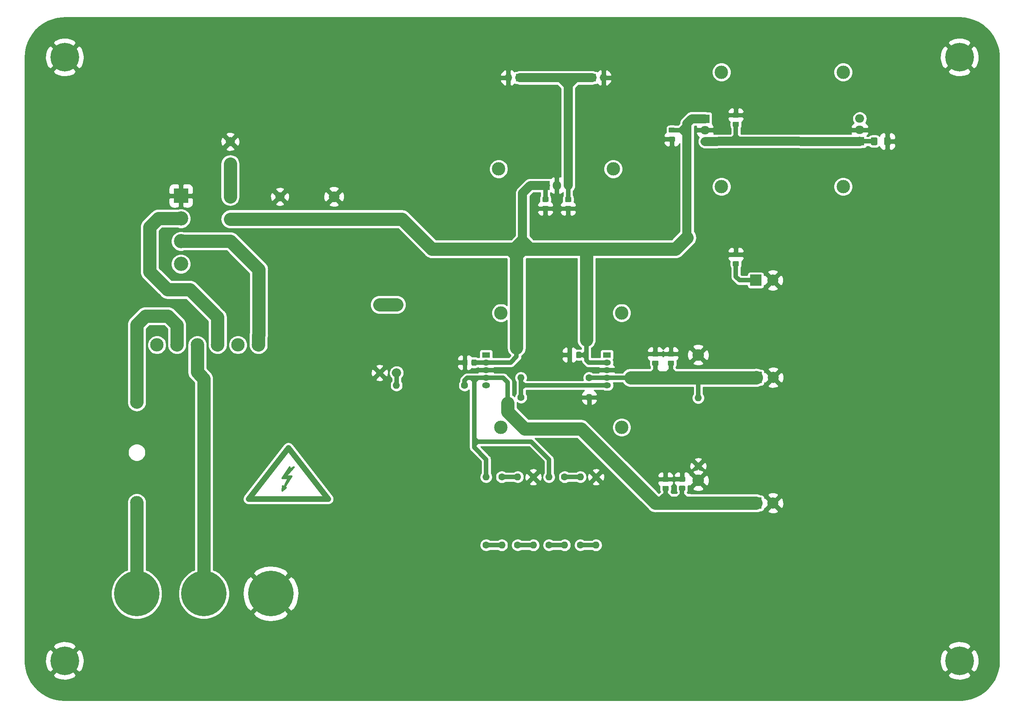
<source format=gbr>
G04 #@! TF.GenerationSoftware,KiCad,Pcbnew,(5.1.5)-3*
G04 #@! TF.CreationDate,2020-04-16T17:23:26-04:00*
G04 #@! TF.ProjectId,SAP-PSU,5341502d-5053-4552-9e6b-696361645f70,rev?*
G04 #@! TF.SameCoordinates,Original*
G04 #@! TF.FileFunction,Copper,L1,Top*
G04 #@! TF.FilePolarity,Positive*
%FSLAX46Y46*%
G04 Gerber Fmt 4.6, Leading zero omitted, Abs format (unit mm)*
G04 Created by KiCad (PCBNEW (5.1.5)-3) date 2020-04-16 17:23:26*
%MOMM*%
%LPD*%
G04 APERTURE LIST*
%ADD10C,0.381000*%
%ADD11C,1.270000*%
%ADD12C,3.000000*%
%ADD13C,2.600000*%
%ADD14C,0.100000*%
%ADD15O,1.600000X1.600000*%
%ADD16C,1.600000*%
%ADD17C,2.499360*%
%ADD18R,2.499360X2.499360*%
%ADD19C,6.400000*%
%ADD20O,1.800000X1.275000*%
%ADD21R,1.800000X1.275000*%
%ADD22O,3.000000X3.000000*%
%ADD23R,3.000000X3.000000*%
%ADD24O,2.000000X1.905000*%
%ADD25R,2.000000X1.905000*%
%ADD26O,1.905000X2.000000*%
%ADD27R,1.905000X2.000000*%
%ADD28O,1.700000X1.700000*%
%ADD29R,1.700000X1.700000*%
%ADD30C,10.160000*%
%ADD31R,3.200000X3.200000*%
%ADD32C,3.200000*%
%ADD33C,2.400000*%
%ADD34R,2.400000X2.400000*%
%ADD35C,2.000000*%
%ADD36R,2.000000X2.000000*%
%ADD37C,1.000000*%
%ADD38C,1.000000*%
%ADD39C,2.000000*%
%ADD40C,3.000000*%
%ADD41C,0.254000*%
G04 APERTURE END LIST*
D10*
X508857000Y-381397000D02*
X508730000Y-380889000D01*
X510000000Y-379111000D02*
X508857000Y-381397000D01*
X508603000Y-379111000D02*
X510000000Y-379111000D01*
X510127000Y-376825000D02*
X508603000Y-379111000D01*
X510381000Y-377206000D02*
X510254000Y-376698000D01*
X511143000Y-376698000D02*
X510381000Y-377206000D01*
X509365000Y-378730000D02*
X511143000Y-376698000D01*
X510635000Y-378730000D02*
X509365000Y-378730000D01*
X508857000Y-381524000D02*
X510635000Y-378730000D01*
X509365000Y-381270000D02*
X508857000Y-381524000D01*
X508603000Y-381905000D02*
X509365000Y-381270000D01*
X508730000Y-380889000D02*
X508603000Y-381905000D01*
X508984000Y-378984000D02*
X510254000Y-378984000D01*
X510381000Y-377079000D02*
X508984000Y-378984000D01*
D11*
X501110000Y-383810000D02*
X510000000Y-372380000D01*
X518890000Y-383810000D02*
X501110000Y-383810000D01*
X510000000Y-372380000D02*
X518890000Y-383810000D01*
D12*
X557500000Y-367800000D03*
X557500000Y-342200000D03*
D13*
X601600000Y-379670000D03*
G04 #@! TA.AperFunction,ComponentPad*
D14*
G36*
X602313711Y-383453130D02*
G01*
X602376809Y-383462490D01*
X602438685Y-383477989D01*
X602498744Y-383499478D01*
X602556408Y-383526751D01*
X602611121Y-383559545D01*
X602662356Y-383597543D01*
X602709619Y-383640381D01*
X602752457Y-383687644D01*
X602790455Y-383738879D01*
X602823249Y-383793592D01*
X602850522Y-383851256D01*
X602872011Y-383911315D01*
X602887510Y-383973191D01*
X602896870Y-384036289D01*
X602900000Y-384100000D01*
X602900000Y-385400000D01*
X602896870Y-385463711D01*
X602887510Y-385526809D01*
X602872011Y-385588685D01*
X602850522Y-385648744D01*
X602823249Y-385706408D01*
X602790455Y-385761121D01*
X602752457Y-385812356D01*
X602709619Y-385859619D01*
X602662356Y-385902457D01*
X602611121Y-385940455D01*
X602556408Y-385973249D01*
X602498744Y-386000522D01*
X602438685Y-386022011D01*
X602376809Y-386037510D01*
X602313711Y-386046870D01*
X602250000Y-386050000D01*
X600950000Y-386050000D01*
X600886289Y-386046870D01*
X600823191Y-386037510D01*
X600761315Y-386022011D01*
X600701256Y-386000522D01*
X600643592Y-385973249D01*
X600588879Y-385940455D01*
X600537644Y-385902457D01*
X600490381Y-385859619D01*
X600447543Y-385812356D01*
X600409545Y-385761121D01*
X600376751Y-385706408D01*
X600349478Y-385648744D01*
X600327989Y-385588685D01*
X600312490Y-385526809D01*
X600303130Y-385463711D01*
X600300000Y-385400000D01*
X600300000Y-384100000D01*
X600303130Y-384036289D01*
X600312490Y-383973191D01*
X600327989Y-383911315D01*
X600349478Y-383851256D01*
X600376751Y-383793592D01*
X600409545Y-383738879D01*
X600447543Y-383687644D01*
X600490381Y-383640381D01*
X600537644Y-383597543D01*
X600588879Y-383559545D01*
X600643592Y-383526751D01*
X600701256Y-383499478D01*
X600761315Y-383477989D01*
X600823191Y-383462490D01*
X600886289Y-383453130D01*
X600950000Y-383450000D01*
X602250000Y-383450000D01*
X602313711Y-383453130D01*
G37*
G04 #@! TD.AperFunction*
D15*
X554200000Y-378900000D03*
D16*
X554200000Y-394140000D03*
D15*
X557700000Y-394150000D03*
D16*
X557700000Y-378910000D03*
D15*
X561250000Y-378900000D03*
D16*
X561250000Y-394140000D03*
D15*
X564750000Y-394150000D03*
D16*
X564750000Y-378910000D03*
D15*
X568250000Y-378900000D03*
D16*
X568250000Y-394140000D03*
D15*
X571750000Y-394150000D03*
D16*
X571750000Y-378910000D03*
D15*
X575250000Y-378900000D03*
D16*
X575250000Y-394140000D03*
D15*
X578750000Y-394150000D03*
D16*
X578750000Y-378910000D03*
D17*
X618310000Y-384750000D03*
D18*
X614500000Y-384750000D03*
D17*
X618360000Y-356650000D03*
D18*
X614550000Y-356650000D03*
D17*
X618260000Y-334900000D03*
D18*
X614450000Y-334900000D03*
D19*
X460000000Y-420000000D03*
X660000000Y-420000000D03*
X660000000Y-285000000D03*
X460000000Y-285000000D03*
G04 #@! TA.AperFunction,SMDPad,CuDef*
D14*
G36*
X610474505Y-328576204D02*
G01*
X610498773Y-328579804D01*
X610522572Y-328585765D01*
X610545671Y-328594030D01*
X610567850Y-328604520D01*
X610588893Y-328617132D01*
X610608599Y-328631747D01*
X610626777Y-328648223D01*
X610643253Y-328666401D01*
X610657868Y-328686107D01*
X610670480Y-328707150D01*
X610680970Y-328729329D01*
X610689235Y-328752428D01*
X610695196Y-328776227D01*
X610698796Y-328800495D01*
X610700000Y-328824999D01*
X610700000Y-329475001D01*
X610698796Y-329499505D01*
X610695196Y-329523773D01*
X610689235Y-329547572D01*
X610680970Y-329570671D01*
X610670480Y-329592850D01*
X610657868Y-329613893D01*
X610643253Y-329633599D01*
X610626777Y-329651777D01*
X610608599Y-329668253D01*
X610588893Y-329682868D01*
X610567850Y-329695480D01*
X610545671Y-329705970D01*
X610522572Y-329714235D01*
X610498773Y-329720196D01*
X610474505Y-329723796D01*
X610450001Y-329725000D01*
X609549999Y-329725000D01*
X609525495Y-329723796D01*
X609501227Y-329720196D01*
X609477428Y-329714235D01*
X609454329Y-329705970D01*
X609432150Y-329695480D01*
X609411107Y-329682868D01*
X609391401Y-329668253D01*
X609373223Y-329651777D01*
X609356747Y-329633599D01*
X609342132Y-329613893D01*
X609329520Y-329592850D01*
X609319030Y-329570671D01*
X609310765Y-329547572D01*
X609304804Y-329523773D01*
X609301204Y-329499505D01*
X609300000Y-329475001D01*
X609300000Y-328824999D01*
X609301204Y-328800495D01*
X609304804Y-328776227D01*
X609310765Y-328752428D01*
X609319030Y-328729329D01*
X609329520Y-328707150D01*
X609342132Y-328686107D01*
X609356747Y-328666401D01*
X609373223Y-328648223D01*
X609391401Y-328631747D01*
X609411107Y-328617132D01*
X609432150Y-328604520D01*
X609454329Y-328594030D01*
X609477428Y-328585765D01*
X609501227Y-328579804D01*
X609525495Y-328576204D01*
X609549999Y-328575000D01*
X610450001Y-328575000D01*
X610474505Y-328576204D01*
G37*
G04 #@! TD.AperFunction*
G04 #@! TA.AperFunction,SMDPad,CuDef*
G36*
X610474505Y-330626204D02*
G01*
X610498773Y-330629804D01*
X610522572Y-330635765D01*
X610545671Y-330644030D01*
X610567850Y-330654520D01*
X610588893Y-330667132D01*
X610608599Y-330681747D01*
X610626777Y-330698223D01*
X610643253Y-330716401D01*
X610657868Y-330736107D01*
X610670480Y-330757150D01*
X610680970Y-330779329D01*
X610689235Y-330802428D01*
X610695196Y-330826227D01*
X610698796Y-330850495D01*
X610700000Y-330874999D01*
X610700000Y-331525001D01*
X610698796Y-331549505D01*
X610695196Y-331573773D01*
X610689235Y-331597572D01*
X610680970Y-331620671D01*
X610670480Y-331642850D01*
X610657868Y-331663893D01*
X610643253Y-331683599D01*
X610626777Y-331701777D01*
X610608599Y-331718253D01*
X610588893Y-331732868D01*
X610567850Y-331745480D01*
X610545671Y-331755970D01*
X610522572Y-331764235D01*
X610498773Y-331770196D01*
X610474505Y-331773796D01*
X610450001Y-331775000D01*
X609549999Y-331775000D01*
X609525495Y-331773796D01*
X609501227Y-331770196D01*
X609477428Y-331764235D01*
X609454329Y-331755970D01*
X609432150Y-331745480D01*
X609411107Y-331732868D01*
X609391401Y-331718253D01*
X609373223Y-331701777D01*
X609356747Y-331683599D01*
X609342132Y-331663893D01*
X609329520Y-331642850D01*
X609319030Y-331620671D01*
X609310765Y-331597572D01*
X609304804Y-331573773D01*
X609301204Y-331549505D01*
X609300000Y-331525001D01*
X609300000Y-330874999D01*
X609301204Y-330850495D01*
X609304804Y-330826227D01*
X609310765Y-330802428D01*
X609319030Y-330779329D01*
X609329520Y-330757150D01*
X609342132Y-330736107D01*
X609356747Y-330716401D01*
X609373223Y-330698223D01*
X609391401Y-330681747D01*
X609411107Y-330667132D01*
X609432150Y-330654520D01*
X609454329Y-330644030D01*
X609477428Y-330635765D01*
X609501227Y-330629804D01*
X609525495Y-330626204D01*
X609549999Y-330625000D01*
X610450001Y-330625000D01*
X610474505Y-330626204D01*
G37*
G04 #@! TD.AperFunction*
G04 #@! TA.AperFunction,SMDPad,CuDef*
G36*
X598474505Y-378801204D02*
G01*
X598498773Y-378804804D01*
X598522572Y-378810765D01*
X598545671Y-378819030D01*
X598567850Y-378829520D01*
X598588893Y-378842132D01*
X598608599Y-378856747D01*
X598626777Y-378873223D01*
X598643253Y-378891401D01*
X598657868Y-378911107D01*
X598670480Y-378932150D01*
X598680970Y-378954329D01*
X598689235Y-378977428D01*
X598695196Y-379001227D01*
X598698796Y-379025495D01*
X598700000Y-379049999D01*
X598700000Y-379700001D01*
X598698796Y-379724505D01*
X598695196Y-379748773D01*
X598689235Y-379772572D01*
X598680970Y-379795671D01*
X598670480Y-379817850D01*
X598657868Y-379838893D01*
X598643253Y-379858599D01*
X598626777Y-379876777D01*
X598608599Y-379893253D01*
X598588893Y-379907868D01*
X598567850Y-379920480D01*
X598545671Y-379930970D01*
X598522572Y-379939235D01*
X598498773Y-379945196D01*
X598474505Y-379948796D01*
X598450001Y-379950000D01*
X597549999Y-379950000D01*
X597525495Y-379948796D01*
X597501227Y-379945196D01*
X597477428Y-379939235D01*
X597454329Y-379930970D01*
X597432150Y-379920480D01*
X597411107Y-379907868D01*
X597391401Y-379893253D01*
X597373223Y-379876777D01*
X597356747Y-379858599D01*
X597342132Y-379838893D01*
X597329520Y-379817850D01*
X597319030Y-379795671D01*
X597310765Y-379772572D01*
X597304804Y-379748773D01*
X597301204Y-379724505D01*
X597300000Y-379700001D01*
X597300000Y-379049999D01*
X597301204Y-379025495D01*
X597304804Y-379001227D01*
X597310765Y-378977428D01*
X597319030Y-378954329D01*
X597329520Y-378932150D01*
X597342132Y-378911107D01*
X597356747Y-378891401D01*
X597373223Y-378873223D01*
X597391401Y-378856747D01*
X597411107Y-378842132D01*
X597432150Y-378829520D01*
X597454329Y-378819030D01*
X597477428Y-378810765D01*
X597501227Y-378804804D01*
X597525495Y-378801204D01*
X597549999Y-378800000D01*
X598450001Y-378800000D01*
X598474505Y-378801204D01*
G37*
G04 #@! TD.AperFunction*
G04 #@! TA.AperFunction,SMDPad,CuDef*
G36*
X598474505Y-380851204D02*
G01*
X598498773Y-380854804D01*
X598522572Y-380860765D01*
X598545671Y-380869030D01*
X598567850Y-380879520D01*
X598588893Y-380892132D01*
X598608599Y-380906747D01*
X598626777Y-380923223D01*
X598643253Y-380941401D01*
X598657868Y-380961107D01*
X598670480Y-380982150D01*
X598680970Y-381004329D01*
X598689235Y-381027428D01*
X598695196Y-381051227D01*
X598698796Y-381075495D01*
X598700000Y-381099999D01*
X598700000Y-381750001D01*
X598698796Y-381774505D01*
X598695196Y-381798773D01*
X598689235Y-381822572D01*
X598680970Y-381845671D01*
X598670480Y-381867850D01*
X598657868Y-381888893D01*
X598643253Y-381908599D01*
X598626777Y-381926777D01*
X598608599Y-381943253D01*
X598588893Y-381957868D01*
X598567850Y-381970480D01*
X598545671Y-381980970D01*
X598522572Y-381989235D01*
X598498773Y-381995196D01*
X598474505Y-381998796D01*
X598450001Y-382000000D01*
X597549999Y-382000000D01*
X597525495Y-381998796D01*
X597501227Y-381995196D01*
X597477428Y-381989235D01*
X597454329Y-381980970D01*
X597432150Y-381970480D01*
X597411107Y-381957868D01*
X597391401Y-381943253D01*
X597373223Y-381926777D01*
X597356747Y-381908599D01*
X597342132Y-381888893D01*
X597329520Y-381867850D01*
X597319030Y-381845671D01*
X597310765Y-381822572D01*
X597304804Y-381798773D01*
X597301204Y-381774505D01*
X597300000Y-381750001D01*
X597300000Y-381099999D01*
X597301204Y-381075495D01*
X597304804Y-381051227D01*
X597310765Y-381027428D01*
X597319030Y-381004329D01*
X597329520Y-380982150D01*
X597342132Y-380961107D01*
X597356747Y-380941401D01*
X597373223Y-380923223D01*
X597391401Y-380906747D01*
X597411107Y-380892132D01*
X597432150Y-380879520D01*
X597454329Y-380869030D01*
X597477428Y-380860765D01*
X597501227Y-380854804D01*
X597525495Y-380851204D01*
X597549999Y-380850000D01*
X598450001Y-380850000D01*
X598474505Y-380851204D01*
G37*
G04 #@! TD.AperFunction*
G04 #@! TA.AperFunction,SMDPad,CuDef*
G36*
X595974505Y-350801204D02*
G01*
X595998773Y-350804804D01*
X596022572Y-350810765D01*
X596045671Y-350819030D01*
X596067850Y-350829520D01*
X596088893Y-350842132D01*
X596108599Y-350856747D01*
X596126777Y-350873223D01*
X596143253Y-350891401D01*
X596157868Y-350911107D01*
X596170480Y-350932150D01*
X596180970Y-350954329D01*
X596189235Y-350977428D01*
X596195196Y-351001227D01*
X596198796Y-351025495D01*
X596200000Y-351049999D01*
X596200000Y-351700001D01*
X596198796Y-351724505D01*
X596195196Y-351748773D01*
X596189235Y-351772572D01*
X596180970Y-351795671D01*
X596170480Y-351817850D01*
X596157868Y-351838893D01*
X596143253Y-351858599D01*
X596126777Y-351876777D01*
X596108599Y-351893253D01*
X596088893Y-351907868D01*
X596067850Y-351920480D01*
X596045671Y-351930970D01*
X596022572Y-351939235D01*
X595998773Y-351945196D01*
X595974505Y-351948796D01*
X595950001Y-351950000D01*
X595049999Y-351950000D01*
X595025495Y-351948796D01*
X595001227Y-351945196D01*
X594977428Y-351939235D01*
X594954329Y-351930970D01*
X594932150Y-351920480D01*
X594911107Y-351907868D01*
X594891401Y-351893253D01*
X594873223Y-351876777D01*
X594856747Y-351858599D01*
X594842132Y-351838893D01*
X594829520Y-351817850D01*
X594819030Y-351795671D01*
X594810765Y-351772572D01*
X594804804Y-351748773D01*
X594801204Y-351724505D01*
X594800000Y-351700001D01*
X594800000Y-351049999D01*
X594801204Y-351025495D01*
X594804804Y-351001227D01*
X594810765Y-350977428D01*
X594819030Y-350954329D01*
X594829520Y-350932150D01*
X594842132Y-350911107D01*
X594856747Y-350891401D01*
X594873223Y-350873223D01*
X594891401Y-350856747D01*
X594911107Y-350842132D01*
X594932150Y-350829520D01*
X594954329Y-350819030D01*
X594977428Y-350810765D01*
X595001227Y-350804804D01*
X595025495Y-350801204D01*
X595049999Y-350800000D01*
X595950001Y-350800000D01*
X595974505Y-350801204D01*
G37*
G04 #@! TD.AperFunction*
G04 #@! TA.AperFunction,SMDPad,CuDef*
G36*
X595974505Y-352851204D02*
G01*
X595998773Y-352854804D01*
X596022572Y-352860765D01*
X596045671Y-352869030D01*
X596067850Y-352879520D01*
X596088893Y-352892132D01*
X596108599Y-352906747D01*
X596126777Y-352923223D01*
X596143253Y-352941401D01*
X596157868Y-352961107D01*
X596170480Y-352982150D01*
X596180970Y-353004329D01*
X596189235Y-353027428D01*
X596195196Y-353051227D01*
X596198796Y-353075495D01*
X596200000Y-353099999D01*
X596200000Y-353750001D01*
X596198796Y-353774505D01*
X596195196Y-353798773D01*
X596189235Y-353822572D01*
X596180970Y-353845671D01*
X596170480Y-353867850D01*
X596157868Y-353888893D01*
X596143253Y-353908599D01*
X596126777Y-353926777D01*
X596108599Y-353943253D01*
X596088893Y-353957868D01*
X596067850Y-353970480D01*
X596045671Y-353980970D01*
X596022572Y-353989235D01*
X595998773Y-353995196D01*
X595974505Y-353998796D01*
X595950001Y-354000000D01*
X595049999Y-354000000D01*
X595025495Y-353998796D01*
X595001227Y-353995196D01*
X594977428Y-353989235D01*
X594954329Y-353980970D01*
X594932150Y-353970480D01*
X594911107Y-353957868D01*
X594891401Y-353943253D01*
X594873223Y-353926777D01*
X594856747Y-353908599D01*
X594842132Y-353888893D01*
X594829520Y-353867850D01*
X594819030Y-353845671D01*
X594810765Y-353822572D01*
X594804804Y-353798773D01*
X594801204Y-353774505D01*
X594800000Y-353750001D01*
X594800000Y-353099999D01*
X594801204Y-353075495D01*
X594804804Y-353051227D01*
X594810765Y-353027428D01*
X594819030Y-353004329D01*
X594829520Y-352982150D01*
X594842132Y-352961107D01*
X594856747Y-352941401D01*
X594873223Y-352923223D01*
X594891401Y-352906747D01*
X594911107Y-352892132D01*
X594932150Y-352879520D01*
X594954329Y-352869030D01*
X594977428Y-352860765D01*
X595001227Y-352854804D01*
X595025495Y-352851204D01*
X595049999Y-352850000D01*
X595950001Y-352850000D01*
X595974505Y-352851204D01*
G37*
G04 #@! TD.AperFunction*
G04 #@! TA.AperFunction,SMDPad,CuDef*
G36*
X644374504Y-302926204D02*
G01*
X644398773Y-302929804D01*
X644422571Y-302935765D01*
X644445671Y-302944030D01*
X644467849Y-302954520D01*
X644488893Y-302967133D01*
X644508598Y-302981747D01*
X644526777Y-302998223D01*
X644543253Y-303016402D01*
X644557867Y-303036107D01*
X644570480Y-303057151D01*
X644580970Y-303079329D01*
X644589235Y-303102429D01*
X644595196Y-303126227D01*
X644598796Y-303150496D01*
X644600000Y-303175000D01*
X644600000Y-304425000D01*
X644598796Y-304449504D01*
X644595196Y-304473773D01*
X644589235Y-304497571D01*
X644580970Y-304520671D01*
X644570480Y-304542849D01*
X644557867Y-304563893D01*
X644543253Y-304583598D01*
X644526777Y-304601777D01*
X644508598Y-304618253D01*
X644488893Y-304632867D01*
X644467849Y-304645480D01*
X644445671Y-304655970D01*
X644422571Y-304664235D01*
X644398773Y-304670196D01*
X644374504Y-304673796D01*
X644350000Y-304675000D01*
X643425000Y-304675000D01*
X643400496Y-304673796D01*
X643376227Y-304670196D01*
X643352429Y-304664235D01*
X643329329Y-304655970D01*
X643307151Y-304645480D01*
X643286107Y-304632867D01*
X643266402Y-304618253D01*
X643248223Y-304601777D01*
X643231747Y-304583598D01*
X643217133Y-304563893D01*
X643204520Y-304542849D01*
X643194030Y-304520671D01*
X643185765Y-304497571D01*
X643179804Y-304473773D01*
X643176204Y-304449504D01*
X643175000Y-304425000D01*
X643175000Y-303175000D01*
X643176204Y-303150496D01*
X643179804Y-303126227D01*
X643185765Y-303102429D01*
X643194030Y-303079329D01*
X643204520Y-303057151D01*
X643217133Y-303036107D01*
X643231747Y-303016402D01*
X643248223Y-302998223D01*
X643266402Y-302981747D01*
X643286107Y-302967133D01*
X643307151Y-302954520D01*
X643329329Y-302944030D01*
X643352429Y-302935765D01*
X643376227Y-302929804D01*
X643400496Y-302926204D01*
X643425000Y-302925000D01*
X644350000Y-302925000D01*
X644374504Y-302926204D01*
G37*
G04 #@! TD.AperFunction*
G04 #@! TA.AperFunction,SMDPad,CuDef*
G36*
X641399504Y-302926204D02*
G01*
X641423773Y-302929804D01*
X641447571Y-302935765D01*
X641470671Y-302944030D01*
X641492849Y-302954520D01*
X641513893Y-302967133D01*
X641533598Y-302981747D01*
X641551777Y-302998223D01*
X641568253Y-303016402D01*
X641582867Y-303036107D01*
X641595480Y-303057151D01*
X641605970Y-303079329D01*
X641614235Y-303102429D01*
X641620196Y-303126227D01*
X641623796Y-303150496D01*
X641625000Y-303175000D01*
X641625000Y-304425000D01*
X641623796Y-304449504D01*
X641620196Y-304473773D01*
X641614235Y-304497571D01*
X641605970Y-304520671D01*
X641595480Y-304542849D01*
X641582867Y-304563893D01*
X641568253Y-304583598D01*
X641551777Y-304601777D01*
X641533598Y-304618253D01*
X641513893Y-304632867D01*
X641492849Y-304645480D01*
X641470671Y-304655970D01*
X641447571Y-304664235D01*
X641423773Y-304670196D01*
X641399504Y-304673796D01*
X641375000Y-304675000D01*
X640450000Y-304675000D01*
X640425496Y-304673796D01*
X640401227Y-304670196D01*
X640377429Y-304664235D01*
X640354329Y-304655970D01*
X640332151Y-304645480D01*
X640311107Y-304632867D01*
X640291402Y-304618253D01*
X640273223Y-304601777D01*
X640256747Y-304583598D01*
X640242133Y-304563893D01*
X640229520Y-304542849D01*
X640219030Y-304520671D01*
X640210765Y-304497571D01*
X640204804Y-304473773D01*
X640201204Y-304449504D01*
X640200000Y-304425000D01*
X640200000Y-303175000D01*
X640201204Y-303150496D01*
X640204804Y-303126227D01*
X640210765Y-303102429D01*
X640219030Y-303079329D01*
X640229520Y-303057151D01*
X640242133Y-303036107D01*
X640256747Y-303016402D01*
X640273223Y-302998223D01*
X640291402Y-302981747D01*
X640311107Y-302967133D01*
X640332151Y-302954520D01*
X640354329Y-302944030D01*
X640377429Y-302935765D01*
X640401227Y-302929804D01*
X640425496Y-302926204D01*
X640450000Y-302925000D01*
X641375000Y-302925000D01*
X641399504Y-302926204D01*
G37*
G04 #@! TD.AperFunction*
G04 #@! TA.AperFunction,SMDPad,CuDef*
G36*
X594774505Y-378826204D02*
G01*
X594798773Y-378829804D01*
X594822572Y-378835765D01*
X594845671Y-378844030D01*
X594867850Y-378854520D01*
X594888893Y-378867132D01*
X594908599Y-378881747D01*
X594926777Y-378898223D01*
X594943253Y-378916401D01*
X594957868Y-378936107D01*
X594970480Y-378957150D01*
X594980970Y-378979329D01*
X594989235Y-379002428D01*
X594995196Y-379026227D01*
X594998796Y-379050495D01*
X595000000Y-379074999D01*
X595000000Y-379725001D01*
X594998796Y-379749505D01*
X594995196Y-379773773D01*
X594989235Y-379797572D01*
X594980970Y-379820671D01*
X594970480Y-379842850D01*
X594957868Y-379863893D01*
X594943253Y-379883599D01*
X594926777Y-379901777D01*
X594908599Y-379918253D01*
X594888893Y-379932868D01*
X594867850Y-379945480D01*
X594845671Y-379955970D01*
X594822572Y-379964235D01*
X594798773Y-379970196D01*
X594774505Y-379973796D01*
X594750001Y-379975000D01*
X593849999Y-379975000D01*
X593825495Y-379973796D01*
X593801227Y-379970196D01*
X593777428Y-379964235D01*
X593754329Y-379955970D01*
X593732150Y-379945480D01*
X593711107Y-379932868D01*
X593691401Y-379918253D01*
X593673223Y-379901777D01*
X593656747Y-379883599D01*
X593642132Y-379863893D01*
X593629520Y-379842850D01*
X593619030Y-379820671D01*
X593610765Y-379797572D01*
X593604804Y-379773773D01*
X593601204Y-379749505D01*
X593600000Y-379725001D01*
X593600000Y-379074999D01*
X593601204Y-379050495D01*
X593604804Y-379026227D01*
X593610765Y-379002428D01*
X593619030Y-378979329D01*
X593629520Y-378957150D01*
X593642132Y-378936107D01*
X593656747Y-378916401D01*
X593673223Y-378898223D01*
X593691401Y-378881747D01*
X593711107Y-378867132D01*
X593732150Y-378854520D01*
X593754329Y-378844030D01*
X593777428Y-378835765D01*
X593801227Y-378829804D01*
X593825495Y-378826204D01*
X593849999Y-378825000D01*
X594750001Y-378825000D01*
X594774505Y-378826204D01*
G37*
G04 #@! TD.AperFunction*
G04 #@! TA.AperFunction,SMDPad,CuDef*
G36*
X594774505Y-380876204D02*
G01*
X594798773Y-380879804D01*
X594822572Y-380885765D01*
X594845671Y-380894030D01*
X594867850Y-380904520D01*
X594888893Y-380917132D01*
X594908599Y-380931747D01*
X594926777Y-380948223D01*
X594943253Y-380966401D01*
X594957868Y-380986107D01*
X594970480Y-381007150D01*
X594980970Y-381029329D01*
X594989235Y-381052428D01*
X594995196Y-381076227D01*
X594998796Y-381100495D01*
X595000000Y-381124999D01*
X595000000Y-381775001D01*
X594998796Y-381799505D01*
X594995196Y-381823773D01*
X594989235Y-381847572D01*
X594980970Y-381870671D01*
X594970480Y-381892850D01*
X594957868Y-381913893D01*
X594943253Y-381933599D01*
X594926777Y-381951777D01*
X594908599Y-381968253D01*
X594888893Y-381982868D01*
X594867850Y-381995480D01*
X594845671Y-382005970D01*
X594822572Y-382014235D01*
X594798773Y-382020196D01*
X594774505Y-382023796D01*
X594750001Y-382025000D01*
X593849999Y-382025000D01*
X593825495Y-382023796D01*
X593801227Y-382020196D01*
X593777428Y-382014235D01*
X593754329Y-382005970D01*
X593732150Y-381995480D01*
X593711107Y-381982868D01*
X593691401Y-381968253D01*
X593673223Y-381951777D01*
X593656747Y-381933599D01*
X593642132Y-381913893D01*
X593629520Y-381892850D01*
X593619030Y-381870671D01*
X593610765Y-381847572D01*
X593604804Y-381823773D01*
X593601204Y-381799505D01*
X593600000Y-381775001D01*
X593600000Y-381124999D01*
X593601204Y-381100495D01*
X593604804Y-381076227D01*
X593610765Y-381052428D01*
X593619030Y-381029329D01*
X593629520Y-381007150D01*
X593642132Y-380986107D01*
X593656747Y-380966401D01*
X593673223Y-380948223D01*
X593691401Y-380931747D01*
X593711107Y-380917132D01*
X593732150Y-380904520D01*
X593754329Y-380894030D01*
X593777428Y-380885765D01*
X593801227Y-380879804D01*
X593825495Y-380876204D01*
X593849999Y-380875000D01*
X594750001Y-380875000D01*
X594774505Y-380876204D01*
G37*
G04 #@! TD.AperFunction*
G04 #@! TA.AperFunction,SMDPad,CuDef*
G36*
X592474505Y-350801204D02*
G01*
X592498773Y-350804804D01*
X592522572Y-350810765D01*
X592545671Y-350819030D01*
X592567850Y-350829520D01*
X592588893Y-350842132D01*
X592608599Y-350856747D01*
X592626777Y-350873223D01*
X592643253Y-350891401D01*
X592657868Y-350911107D01*
X592670480Y-350932150D01*
X592680970Y-350954329D01*
X592689235Y-350977428D01*
X592695196Y-351001227D01*
X592698796Y-351025495D01*
X592700000Y-351049999D01*
X592700000Y-351700001D01*
X592698796Y-351724505D01*
X592695196Y-351748773D01*
X592689235Y-351772572D01*
X592680970Y-351795671D01*
X592670480Y-351817850D01*
X592657868Y-351838893D01*
X592643253Y-351858599D01*
X592626777Y-351876777D01*
X592608599Y-351893253D01*
X592588893Y-351907868D01*
X592567850Y-351920480D01*
X592545671Y-351930970D01*
X592522572Y-351939235D01*
X592498773Y-351945196D01*
X592474505Y-351948796D01*
X592450001Y-351950000D01*
X591549999Y-351950000D01*
X591525495Y-351948796D01*
X591501227Y-351945196D01*
X591477428Y-351939235D01*
X591454329Y-351930970D01*
X591432150Y-351920480D01*
X591411107Y-351907868D01*
X591391401Y-351893253D01*
X591373223Y-351876777D01*
X591356747Y-351858599D01*
X591342132Y-351838893D01*
X591329520Y-351817850D01*
X591319030Y-351795671D01*
X591310765Y-351772572D01*
X591304804Y-351748773D01*
X591301204Y-351724505D01*
X591300000Y-351700001D01*
X591300000Y-351049999D01*
X591301204Y-351025495D01*
X591304804Y-351001227D01*
X591310765Y-350977428D01*
X591319030Y-350954329D01*
X591329520Y-350932150D01*
X591342132Y-350911107D01*
X591356747Y-350891401D01*
X591373223Y-350873223D01*
X591391401Y-350856747D01*
X591411107Y-350842132D01*
X591432150Y-350829520D01*
X591454329Y-350819030D01*
X591477428Y-350810765D01*
X591501227Y-350804804D01*
X591525495Y-350801204D01*
X591549999Y-350800000D01*
X592450001Y-350800000D01*
X592474505Y-350801204D01*
G37*
G04 #@! TD.AperFunction*
G04 #@! TA.AperFunction,SMDPad,CuDef*
G36*
X592474505Y-352851204D02*
G01*
X592498773Y-352854804D01*
X592522572Y-352860765D01*
X592545671Y-352869030D01*
X592567850Y-352879520D01*
X592588893Y-352892132D01*
X592608599Y-352906747D01*
X592626777Y-352923223D01*
X592643253Y-352941401D01*
X592657868Y-352961107D01*
X592670480Y-352982150D01*
X592680970Y-353004329D01*
X592689235Y-353027428D01*
X592695196Y-353051227D01*
X592698796Y-353075495D01*
X592700000Y-353099999D01*
X592700000Y-353750001D01*
X592698796Y-353774505D01*
X592695196Y-353798773D01*
X592689235Y-353822572D01*
X592680970Y-353845671D01*
X592670480Y-353867850D01*
X592657868Y-353888893D01*
X592643253Y-353908599D01*
X592626777Y-353926777D01*
X592608599Y-353943253D01*
X592588893Y-353957868D01*
X592567850Y-353970480D01*
X592545671Y-353980970D01*
X592522572Y-353989235D01*
X592498773Y-353995196D01*
X592474505Y-353998796D01*
X592450001Y-354000000D01*
X591549999Y-354000000D01*
X591525495Y-353998796D01*
X591501227Y-353995196D01*
X591477428Y-353989235D01*
X591454329Y-353980970D01*
X591432150Y-353970480D01*
X591411107Y-353957868D01*
X591391401Y-353943253D01*
X591373223Y-353926777D01*
X591356747Y-353908599D01*
X591342132Y-353888893D01*
X591329520Y-353867850D01*
X591319030Y-353845671D01*
X591310765Y-353822572D01*
X591304804Y-353798773D01*
X591301204Y-353774505D01*
X591300000Y-353750001D01*
X591300000Y-353099999D01*
X591301204Y-353075495D01*
X591304804Y-353051227D01*
X591310765Y-353027428D01*
X591319030Y-353004329D01*
X591329520Y-352982150D01*
X591342132Y-352961107D01*
X591356747Y-352941401D01*
X591373223Y-352923223D01*
X591391401Y-352906747D01*
X591411107Y-352892132D01*
X591432150Y-352879520D01*
X591454329Y-352869030D01*
X591477428Y-352860765D01*
X591501227Y-352854804D01*
X591525495Y-352851204D01*
X591549999Y-352850000D01*
X592450001Y-352850000D01*
X592474505Y-352851204D01*
G37*
G04 #@! TD.AperFunction*
G04 #@! TA.AperFunction,SMDPad,CuDef*
G36*
X610474505Y-297376204D02*
G01*
X610498773Y-297379804D01*
X610522572Y-297385765D01*
X610545671Y-297394030D01*
X610567850Y-297404520D01*
X610588893Y-297417132D01*
X610608599Y-297431747D01*
X610626777Y-297448223D01*
X610643253Y-297466401D01*
X610657868Y-297486107D01*
X610670480Y-297507150D01*
X610680970Y-297529329D01*
X610689235Y-297552428D01*
X610695196Y-297576227D01*
X610698796Y-297600495D01*
X610700000Y-297624999D01*
X610700000Y-298275001D01*
X610698796Y-298299505D01*
X610695196Y-298323773D01*
X610689235Y-298347572D01*
X610680970Y-298370671D01*
X610670480Y-298392850D01*
X610657868Y-298413893D01*
X610643253Y-298433599D01*
X610626777Y-298451777D01*
X610608599Y-298468253D01*
X610588893Y-298482868D01*
X610567850Y-298495480D01*
X610545671Y-298505970D01*
X610522572Y-298514235D01*
X610498773Y-298520196D01*
X610474505Y-298523796D01*
X610450001Y-298525000D01*
X609549999Y-298525000D01*
X609525495Y-298523796D01*
X609501227Y-298520196D01*
X609477428Y-298514235D01*
X609454329Y-298505970D01*
X609432150Y-298495480D01*
X609411107Y-298482868D01*
X609391401Y-298468253D01*
X609373223Y-298451777D01*
X609356747Y-298433599D01*
X609342132Y-298413893D01*
X609329520Y-298392850D01*
X609319030Y-298370671D01*
X609310765Y-298347572D01*
X609304804Y-298323773D01*
X609301204Y-298299505D01*
X609300000Y-298275001D01*
X609300000Y-297624999D01*
X609301204Y-297600495D01*
X609304804Y-297576227D01*
X609310765Y-297552428D01*
X609319030Y-297529329D01*
X609329520Y-297507150D01*
X609342132Y-297486107D01*
X609356747Y-297466401D01*
X609373223Y-297448223D01*
X609391401Y-297431747D01*
X609411107Y-297417132D01*
X609432150Y-297404520D01*
X609454329Y-297394030D01*
X609477428Y-297385765D01*
X609501227Y-297379804D01*
X609525495Y-297376204D01*
X609549999Y-297375000D01*
X610450001Y-297375000D01*
X610474505Y-297376204D01*
G37*
G04 #@! TD.AperFunction*
G04 #@! TA.AperFunction,SMDPad,CuDef*
G36*
X610474505Y-299426204D02*
G01*
X610498773Y-299429804D01*
X610522572Y-299435765D01*
X610545671Y-299444030D01*
X610567850Y-299454520D01*
X610588893Y-299467132D01*
X610608599Y-299481747D01*
X610626777Y-299498223D01*
X610643253Y-299516401D01*
X610657868Y-299536107D01*
X610670480Y-299557150D01*
X610680970Y-299579329D01*
X610689235Y-299602428D01*
X610695196Y-299626227D01*
X610698796Y-299650495D01*
X610700000Y-299674999D01*
X610700000Y-300325001D01*
X610698796Y-300349505D01*
X610695196Y-300373773D01*
X610689235Y-300397572D01*
X610680970Y-300420671D01*
X610670480Y-300442850D01*
X610657868Y-300463893D01*
X610643253Y-300483599D01*
X610626777Y-300501777D01*
X610608599Y-300518253D01*
X610588893Y-300532868D01*
X610567850Y-300545480D01*
X610545671Y-300555970D01*
X610522572Y-300564235D01*
X610498773Y-300570196D01*
X610474505Y-300573796D01*
X610450001Y-300575000D01*
X609549999Y-300575000D01*
X609525495Y-300573796D01*
X609501227Y-300570196D01*
X609477428Y-300564235D01*
X609454329Y-300555970D01*
X609432150Y-300545480D01*
X609411107Y-300532868D01*
X609391401Y-300518253D01*
X609373223Y-300501777D01*
X609356747Y-300483599D01*
X609342132Y-300463893D01*
X609329520Y-300442850D01*
X609319030Y-300420671D01*
X609310765Y-300397572D01*
X609304804Y-300373773D01*
X609301204Y-300349505D01*
X609300000Y-300325001D01*
X609300000Y-299674999D01*
X609301204Y-299650495D01*
X609304804Y-299626227D01*
X609310765Y-299602428D01*
X609319030Y-299579329D01*
X609329520Y-299557150D01*
X609342132Y-299536107D01*
X609356747Y-299516401D01*
X609373223Y-299498223D01*
X609391401Y-299481747D01*
X609411107Y-299467132D01*
X609432150Y-299454520D01*
X609454329Y-299444030D01*
X609477428Y-299435765D01*
X609501227Y-299429804D01*
X609525495Y-299426204D01*
X609549999Y-299425000D01*
X610450001Y-299425000D01*
X610474505Y-299426204D01*
G37*
G04 #@! TD.AperFunction*
G04 #@! TA.AperFunction,SMDPad,CuDef*
G36*
X596174505Y-302776204D02*
G01*
X596198773Y-302779804D01*
X596222572Y-302785765D01*
X596245671Y-302794030D01*
X596267850Y-302804520D01*
X596288893Y-302817132D01*
X596308599Y-302831747D01*
X596326777Y-302848223D01*
X596343253Y-302866401D01*
X596357868Y-302886107D01*
X596370480Y-302907150D01*
X596380970Y-302929329D01*
X596389235Y-302952428D01*
X596395196Y-302976227D01*
X596398796Y-303000495D01*
X596400000Y-303024999D01*
X596400000Y-303675001D01*
X596398796Y-303699505D01*
X596395196Y-303723773D01*
X596389235Y-303747572D01*
X596380970Y-303770671D01*
X596370480Y-303792850D01*
X596357868Y-303813893D01*
X596343253Y-303833599D01*
X596326777Y-303851777D01*
X596308599Y-303868253D01*
X596288893Y-303882868D01*
X596267850Y-303895480D01*
X596245671Y-303905970D01*
X596222572Y-303914235D01*
X596198773Y-303920196D01*
X596174505Y-303923796D01*
X596150001Y-303925000D01*
X595249999Y-303925000D01*
X595225495Y-303923796D01*
X595201227Y-303920196D01*
X595177428Y-303914235D01*
X595154329Y-303905970D01*
X595132150Y-303895480D01*
X595111107Y-303882868D01*
X595091401Y-303868253D01*
X595073223Y-303851777D01*
X595056747Y-303833599D01*
X595042132Y-303813893D01*
X595029520Y-303792850D01*
X595019030Y-303770671D01*
X595010765Y-303747572D01*
X595004804Y-303723773D01*
X595001204Y-303699505D01*
X595000000Y-303675001D01*
X595000000Y-303024999D01*
X595001204Y-303000495D01*
X595004804Y-302976227D01*
X595010765Y-302952428D01*
X595019030Y-302929329D01*
X595029520Y-302907150D01*
X595042132Y-302886107D01*
X595056747Y-302866401D01*
X595073223Y-302848223D01*
X595091401Y-302831747D01*
X595111107Y-302817132D01*
X595132150Y-302804520D01*
X595154329Y-302794030D01*
X595177428Y-302785765D01*
X595201227Y-302779804D01*
X595225495Y-302776204D01*
X595249999Y-302775000D01*
X596150001Y-302775000D01*
X596174505Y-302776204D01*
G37*
G04 #@! TD.AperFunction*
G04 #@! TA.AperFunction,SMDPad,CuDef*
G36*
X596174505Y-300726204D02*
G01*
X596198773Y-300729804D01*
X596222572Y-300735765D01*
X596245671Y-300744030D01*
X596267850Y-300754520D01*
X596288893Y-300767132D01*
X596308599Y-300781747D01*
X596326777Y-300798223D01*
X596343253Y-300816401D01*
X596357868Y-300836107D01*
X596370480Y-300857150D01*
X596380970Y-300879329D01*
X596389235Y-300902428D01*
X596395196Y-300926227D01*
X596398796Y-300950495D01*
X596400000Y-300974999D01*
X596400000Y-301625001D01*
X596398796Y-301649505D01*
X596395196Y-301673773D01*
X596389235Y-301697572D01*
X596380970Y-301720671D01*
X596370480Y-301742850D01*
X596357868Y-301763893D01*
X596343253Y-301783599D01*
X596326777Y-301801777D01*
X596308599Y-301818253D01*
X596288893Y-301832868D01*
X596267850Y-301845480D01*
X596245671Y-301855970D01*
X596222572Y-301864235D01*
X596198773Y-301870196D01*
X596174505Y-301873796D01*
X596150001Y-301875000D01*
X595249999Y-301875000D01*
X595225495Y-301873796D01*
X595201227Y-301870196D01*
X595177428Y-301864235D01*
X595154329Y-301855970D01*
X595132150Y-301845480D01*
X595111107Y-301832868D01*
X595091401Y-301818253D01*
X595073223Y-301801777D01*
X595056747Y-301783599D01*
X595042132Y-301763893D01*
X595029520Y-301742850D01*
X595019030Y-301720671D01*
X595010765Y-301697572D01*
X595004804Y-301673773D01*
X595001204Y-301649505D01*
X595000000Y-301625001D01*
X595000000Y-300974999D01*
X595001204Y-300950495D01*
X595004804Y-300926227D01*
X595010765Y-300902428D01*
X595019030Y-300879329D01*
X595029520Y-300857150D01*
X595042132Y-300836107D01*
X595056747Y-300816401D01*
X595073223Y-300798223D01*
X595091401Y-300781747D01*
X595111107Y-300767132D01*
X595132150Y-300754520D01*
X595154329Y-300744030D01*
X595177428Y-300735765D01*
X595201227Y-300729804D01*
X595225495Y-300726204D01*
X595249999Y-300725000D01*
X596150001Y-300725000D01*
X596174505Y-300726204D01*
G37*
G04 #@! TD.AperFunction*
D15*
X601600000Y-361200000D03*
D16*
X601600000Y-376440000D03*
D15*
X534200000Y-340360000D03*
D16*
X534200000Y-355600000D03*
D15*
X561960000Y-356700000D03*
D16*
X577200000Y-356700000D03*
D15*
X530400000Y-340360000D03*
D16*
X530400000Y-355600000D03*
D20*
X554200000Y-358400000D03*
X554200000Y-356700000D03*
X554200000Y-355000000D03*
X554200000Y-353300000D03*
D21*
X554200000Y-351600000D03*
D20*
X581200000Y-358400000D03*
X581200000Y-356700000D03*
X581200000Y-355000000D03*
X581200000Y-353300000D03*
D21*
X581200000Y-351600000D03*
D22*
X503324000Y-349354000D03*
X498724000Y-349354000D03*
X494184000Y-349354000D03*
X489644000Y-349354000D03*
X485104000Y-349354000D03*
X480624000Y-349354000D03*
D23*
X476124000Y-349354000D03*
D13*
X601600000Y-351600000D03*
G04 #@! TA.AperFunction,ComponentPad*
D14*
G36*
X602313711Y-355383130D02*
G01*
X602376809Y-355392490D01*
X602438685Y-355407989D01*
X602498744Y-355429478D01*
X602556408Y-355456751D01*
X602611121Y-355489545D01*
X602662356Y-355527543D01*
X602709619Y-355570381D01*
X602752457Y-355617644D01*
X602790455Y-355668879D01*
X602823249Y-355723592D01*
X602850522Y-355781256D01*
X602872011Y-355841315D01*
X602887510Y-355903191D01*
X602896870Y-355966289D01*
X602900000Y-356030000D01*
X602900000Y-357330000D01*
X602896870Y-357393711D01*
X602887510Y-357456809D01*
X602872011Y-357518685D01*
X602850522Y-357578744D01*
X602823249Y-357636408D01*
X602790455Y-357691121D01*
X602752457Y-357742356D01*
X602709619Y-357789619D01*
X602662356Y-357832457D01*
X602611121Y-357870455D01*
X602556408Y-357903249D01*
X602498744Y-357930522D01*
X602438685Y-357952011D01*
X602376809Y-357967510D01*
X602313711Y-357976870D01*
X602250000Y-357980000D01*
X600950000Y-357980000D01*
X600886289Y-357976870D01*
X600823191Y-357967510D01*
X600761315Y-357952011D01*
X600701256Y-357930522D01*
X600643592Y-357903249D01*
X600588879Y-357870455D01*
X600537644Y-357832457D01*
X600490381Y-357789619D01*
X600447543Y-357742356D01*
X600409545Y-357691121D01*
X600376751Y-357636408D01*
X600349478Y-357578744D01*
X600327989Y-357518685D01*
X600312490Y-357456809D01*
X600303130Y-357393711D01*
X600300000Y-357330000D01*
X600300000Y-356030000D01*
X600303130Y-355966289D01*
X600312490Y-355903191D01*
X600327989Y-355841315D01*
X600349478Y-355781256D01*
X600376751Y-355723592D01*
X600409545Y-355668879D01*
X600447543Y-355617644D01*
X600490381Y-355570381D01*
X600537644Y-355527543D01*
X600588879Y-355489545D01*
X600643592Y-355456751D01*
X600701256Y-355429478D01*
X600761315Y-355407989D01*
X600823191Y-355392490D01*
X600886289Y-355383130D01*
X600950000Y-355380000D01*
X602250000Y-355380000D01*
X602313711Y-355383130D01*
G37*
G04 #@! TD.AperFunction*
D15*
X534160000Y-358400000D03*
D16*
X549400000Y-358400000D03*
D15*
X577240000Y-361100000D03*
D16*
X562000000Y-361100000D03*
G04 #@! TA.AperFunction,SMDPad,CuDef*
D14*
G36*
X549799505Y-352601204D02*
G01*
X549823773Y-352604804D01*
X549847572Y-352610765D01*
X549870671Y-352619030D01*
X549892850Y-352629520D01*
X549913893Y-352642132D01*
X549933599Y-352656747D01*
X549951777Y-352673223D01*
X549968253Y-352691401D01*
X549982868Y-352711107D01*
X549995480Y-352732150D01*
X550005970Y-352754329D01*
X550014235Y-352777428D01*
X550020196Y-352801227D01*
X550023796Y-352825495D01*
X550025000Y-352849999D01*
X550025000Y-353750001D01*
X550023796Y-353774505D01*
X550020196Y-353798773D01*
X550014235Y-353822572D01*
X550005970Y-353845671D01*
X549995480Y-353867850D01*
X549982868Y-353888893D01*
X549968253Y-353908599D01*
X549951777Y-353926777D01*
X549933599Y-353943253D01*
X549913893Y-353957868D01*
X549892850Y-353970480D01*
X549870671Y-353980970D01*
X549847572Y-353989235D01*
X549823773Y-353995196D01*
X549799505Y-353998796D01*
X549775001Y-354000000D01*
X549124999Y-354000000D01*
X549100495Y-353998796D01*
X549076227Y-353995196D01*
X549052428Y-353989235D01*
X549029329Y-353980970D01*
X549007150Y-353970480D01*
X548986107Y-353957868D01*
X548966401Y-353943253D01*
X548948223Y-353926777D01*
X548931747Y-353908599D01*
X548917132Y-353888893D01*
X548904520Y-353867850D01*
X548894030Y-353845671D01*
X548885765Y-353822572D01*
X548879804Y-353798773D01*
X548876204Y-353774505D01*
X548875000Y-353750001D01*
X548875000Y-352849999D01*
X548876204Y-352825495D01*
X548879804Y-352801227D01*
X548885765Y-352777428D01*
X548894030Y-352754329D01*
X548904520Y-352732150D01*
X548917132Y-352711107D01*
X548931747Y-352691401D01*
X548948223Y-352673223D01*
X548966401Y-352656747D01*
X548986107Y-352642132D01*
X549007150Y-352629520D01*
X549029329Y-352619030D01*
X549052428Y-352610765D01*
X549076227Y-352604804D01*
X549100495Y-352601204D01*
X549124999Y-352600000D01*
X549775001Y-352600000D01*
X549799505Y-352601204D01*
G37*
G04 #@! TD.AperFunction*
G04 #@! TA.AperFunction,SMDPad,CuDef*
G36*
X551849505Y-352601204D02*
G01*
X551873773Y-352604804D01*
X551897572Y-352610765D01*
X551920671Y-352619030D01*
X551942850Y-352629520D01*
X551963893Y-352642132D01*
X551983599Y-352656747D01*
X552001777Y-352673223D01*
X552018253Y-352691401D01*
X552032868Y-352711107D01*
X552045480Y-352732150D01*
X552055970Y-352754329D01*
X552064235Y-352777428D01*
X552070196Y-352801227D01*
X552073796Y-352825495D01*
X552075000Y-352849999D01*
X552075000Y-353750001D01*
X552073796Y-353774505D01*
X552070196Y-353798773D01*
X552064235Y-353822572D01*
X552055970Y-353845671D01*
X552045480Y-353867850D01*
X552032868Y-353888893D01*
X552018253Y-353908599D01*
X552001777Y-353926777D01*
X551983599Y-353943253D01*
X551963893Y-353957868D01*
X551942850Y-353970480D01*
X551920671Y-353980970D01*
X551897572Y-353989235D01*
X551873773Y-353995196D01*
X551849505Y-353998796D01*
X551825001Y-354000000D01*
X551174999Y-354000000D01*
X551150495Y-353998796D01*
X551126227Y-353995196D01*
X551102428Y-353989235D01*
X551079329Y-353980970D01*
X551057150Y-353970480D01*
X551036107Y-353957868D01*
X551016401Y-353943253D01*
X550998223Y-353926777D01*
X550981747Y-353908599D01*
X550967132Y-353888893D01*
X550954520Y-353867850D01*
X550944030Y-353845671D01*
X550935765Y-353822572D01*
X550929804Y-353798773D01*
X550926204Y-353774505D01*
X550925000Y-353750001D01*
X550925000Y-352849999D01*
X550926204Y-352825495D01*
X550929804Y-352801227D01*
X550935765Y-352777428D01*
X550944030Y-352754329D01*
X550954520Y-352732150D01*
X550967132Y-352711107D01*
X550981747Y-352691401D01*
X550998223Y-352673223D01*
X551016401Y-352656747D01*
X551036107Y-352642132D01*
X551057150Y-352629520D01*
X551079329Y-352619030D01*
X551102428Y-352610765D01*
X551126227Y-352604804D01*
X551150495Y-352601204D01*
X551174999Y-352600000D01*
X551825001Y-352600000D01*
X551849505Y-352601204D01*
G37*
G04 #@! TD.AperFunction*
G04 #@! TA.AperFunction,SMDPad,CuDef*
G36*
X573199505Y-350901204D02*
G01*
X573223773Y-350904804D01*
X573247572Y-350910765D01*
X573270671Y-350919030D01*
X573292850Y-350929520D01*
X573313893Y-350942132D01*
X573333599Y-350956747D01*
X573351777Y-350973223D01*
X573368253Y-350991401D01*
X573382868Y-351011107D01*
X573395480Y-351032150D01*
X573405970Y-351054329D01*
X573414235Y-351077428D01*
X573420196Y-351101227D01*
X573423796Y-351125495D01*
X573425000Y-351149999D01*
X573425000Y-352050001D01*
X573423796Y-352074505D01*
X573420196Y-352098773D01*
X573414235Y-352122572D01*
X573405970Y-352145671D01*
X573395480Y-352167850D01*
X573382868Y-352188893D01*
X573368253Y-352208599D01*
X573351777Y-352226777D01*
X573333599Y-352243253D01*
X573313893Y-352257868D01*
X573292850Y-352270480D01*
X573270671Y-352280970D01*
X573247572Y-352289235D01*
X573223773Y-352295196D01*
X573199505Y-352298796D01*
X573175001Y-352300000D01*
X572524999Y-352300000D01*
X572500495Y-352298796D01*
X572476227Y-352295196D01*
X572452428Y-352289235D01*
X572429329Y-352280970D01*
X572407150Y-352270480D01*
X572386107Y-352257868D01*
X572366401Y-352243253D01*
X572348223Y-352226777D01*
X572331747Y-352208599D01*
X572317132Y-352188893D01*
X572304520Y-352167850D01*
X572294030Y-352145671D01*
X572285765Y-352122572D01*
X572279804Y-352098773D01*
X572276204Y-352074505D01*
X572275000Y-352050001D01*
X572275000Y-351149999D01*
X572276204Y-351125495D01*
X572279804Y-351101227D01*
X572285765Y-351077428D01*
X572294030Y-351054329D01*
X572304520Y-351032150D01*
X572317132Y-351011107D01*
X572331747Y-350991401D01*
X572348223Y-350973223D01*
X572366401Y-350956747D01*
X572386107Y-350942132D01*
X572407150Y-350929520D01*
X572429329Y-350919030D01*
X572452428Y-350910765D01*
X572476227Y-350904804D01*
X572500495Y-350901204D01*
X572524999Y-350900000D01*
X573175001Y-350900000D01*
X573199505Y-350901204D01*
G37*
G04 #@! TD.AperFunction*
G04 #@! TA.AperFunction,SMDPad,CuDef*
G36*
X575249505Y-350901204D02*
G01*
X575273773Y-350904804D01*
X575297572Y-350910765D01*
X575320671Y-350919030D01*
X575342850Y-350929520D01*
X575363893Y-350942132D01*
X575383599Y-350956747D01*
X575401777Y-350973223D01*
X575418253Y-350991401D01*
X575432868Y-351011107D01*
X575445480Y-351032150D01*
X575455970Y-351054329D01*
X575464235Y-351077428D01*
X575470196Y-351101227D01*
X575473796Y-351125495D01*
X575475000Y-351149999D01*
X575475000Y-352050001D01*
X575473796Y-352074505D01*
X575470196Y-352098773D01*
X575464235Y-352122572D01*
X575455970Y-352145671D01*
X575445480Y-352167850D01*
X575432868Y-352188893D01*
X575418253Y-352208599D01*
X575401777Y-352226777D01*
X575383599Y-352243253D01*
X575363893Y-352257868D01*
X575342850Y-352270480D01*
X575320671Y-352280970D01*
X575297572Y-352289235D01*
X575273773Y-352295196D01*
X575249505Y-352298796D01*
X575225001Y-352300000D01*
X574574999Y-352300000D01*
X574550495Y-352298796D01*
X574526227Y-352295196D01*
X574502428Y-352289235D01*
X574479329Y-352280970D01*
X574457150Y-352270480D01*
X574436107Y-352257868D01*
X574416401Y-352243253D01*
X574398223Y-352226777D01*
X574381747Y-352208599D01*
X574367132Y-352188893D01*
X574354520Y-352167850D01*
X574344030Y-352145671D01*
X574335765Y-352122572D01*
X574329804Y-352098773D01*
X574326204Y-352074505D01*
X574325000Y-352050001D01*
X574325000Y-351149999D01*
X574326204Y-351125495D01*
X574329804Y-351101227D01*
X574335765Y-351077428D01*
X574344030Y-351054329D01*
X574354520Y-351032150D01*
X574367132Y-351011107D01*
X574381747Y-350991401D01*
X574398223Y-350973223D01*
X574416401Y-350956747D01*
X574436107Y-350942132D01*
X574457150Y-350929520D01*
X574479329Y-350919030D01*
X574502428Y-350910765D01*
X574526227Y-350904804D01*
X574550495Y-350901204D01*
X574574999Y-350900000D01*
X575225001Y-350900000D01*
X575249505Y-350901204D01*
G37*
G04 #@! TD.AperFunction*
D24*
X637700000Y-298720000D03*
X637700000Y-301260000D03*
D25*
X637700000Y-303800000D03*
D24*
X603120000Y-303830000D03*
X603120000Y-301290000D03*
D25*
X603120000Y-298750000D03*
D26*
X572540000Y-313680000D03*
X570000000Y-313680000D03*
D27*
X567460000Y-313680000D03*
D28*
X580440000Y-289600000D03*
D29*
X577900000Y-289600000D03*
D28*
X559160000Y-289600000D03*
D29*
X561700000Y-289600000D03*
D30*
X491110000Y-404980000D03*
X506090000Y-404980000D03*
X476120000Y-404980000D03*
D12*
X634000000Y-313950000D03*
X634000000Y-288350000D03*
X584500000Y-367800000D03*
X584500000Y-342200000D03*
X606800000Y-288350000D03*
X606800000Y-313950000D03*
X557000000Y-310000000D03*
X582600000Y-310000000D03*
X476124000Y-384660000D03*
X476124000Y-362160000D03*
D31*
X486000000Y-316000000D03*
D32*
X486000000Y-321080000D03*
X486000000Y-326160000D03*
X486000000Y-331240000D03*
D33*
X520200000Y-316200000D03*
D34*
X520200000Y-321200000D03*
D35*
X508100000Y-316200000D03*
D36*
X508100000Y-321200000D03*
D35*
X497000000Y-303900000D03*
D36*
X497000000Y-308900000D03*
D35*
X497000000Y-316200000D03*
D36*
X497000000Y-321200000D03*
G04 #@! TA.AperFunction,SMDPad,CuDef*
D14*
G36*
X573014505Y-318286204D02*
G01*
X573038773Y-318289804D01*
X573062572Y-318295765D01*
X573085671Y-318304030D01*
X573107850Y-318314520D01*
X573128893Y-318327132D01*
X573148599Y-318341747D01*
X573166777Y-318358223D01*
X573183253Y-318376401D01*
X573197868Y-318396107D01*
X573210480Y-318417150D01*
X573220970Y-318439329D01*
X573229235Y-318462428D01*
X573235196Y-318486227D01*
X573238796Y-318510495D01*
X573240000Y-318534999D01*
X573240000Y-319185001D01*
X573238796Y-319209505D01*
X573235196Y-319233773D01*
X573229235Y-319257572D01*
X573220970Y-319280671D01*
X573210480Y-319302850D01*
X573197868Y-319323893D01*
X573183253Y-319343599D01*
X573166777Y-319361777D01*
X573148599Y-319378253D01*
X573128893Y-319392868D01*
X573107850Y-319405480D01*
X573085671Y-319415970D01*
X573062572Y-319424235D01*
X573038773Y-319430196D01*
X573014505Y-319433796D01*
X572990001Y-319435000D01*
X572089999Y-319435000D01*
X572065495Y-319433796D01*
X572041227Y-319430196D01*
X572017428Y-319424235D01*
X571994329Y-319415970D01*
X571972150Y-319405480D01*
X571951107Y-319392868D01*
X571931401Y-319378253D01*
X571913223Y-319361777D01*
X571896747Y-319343599D01*
X571882132Y-319323893D01*
X571869520Y-319302850D01*
X571859030Y-319280671D01*
X571850765Y-319257572D01*
X571844804Y-319233773D01*
X571841204Y-319209505D01*
X571840000Y-319185001D01*
X571840000Y-318534999D01*
X571841204Y-318510495D01*
X571844804Y-318486227D01*
X571850765Y-318462428D01*
X571859030Y-318439329D01*
X571869520Y-318417150D01*
X571882132Y-318396107D01*
X571896747Y-318376401D01*
X571913223Y-318358223D01*
X571931401Y-318341747D01*
X571951107Y-318327132D01*
X571972150Y-318314520D01*
X571994329Y-318304030D01*
X572017428Y-318295765D01*
X572041227Y-318289804D01*
X572065495Y-318286204D01*
X572089999Y-318285000D01*
X572990001Y-318285000D01*
X573014505Y-318286204D01*
G37*
G04 #@! TD.AperFunction*
G04 #@! TA.AperFunction,SMDPad,CuDef*
G36*
X573014505Y-316236204D02*
G01*
X573038773Y-316239804D01*
X573062572Y-316245765D01*
X573085671Y-316254030D01*
X573107850Y-316264520D01*
X573128893Y-316277132D01*
X573148599Y-316291747D01*
X573166777Y-316308223D01*
X573183253Y-316326401D01*
X573197868Y-316346107D01*
X573210480Y-316367150D01*
X573220970Y-316389329D01*
X573229235Y-316412428D01*
X573235196Y-316436227D01*
X573238796Y-316460495D01*
X573240000Y-316484999D01*
X573240000Y-317135001D01*
X573238796Y-317159505D01*
X573235196Y-317183773D01*
X573229235Y-317207572D01*
X573220970Y-317230671D01*
X573210480Y-317252850D01*
X573197868Y-317273893D01*
X573183253Y-317293599D01*
X573166777Y-317311777D01*
X573148599Y-317328253D01*
X573128893Y-317342868D01*
X573107850Y-317355480D01*
X573085671Y-317365970D01*
X573062572Y-317374235D01*
X573038773Y-317380196D01*
X573014505Y-317383796D01*
X572990001Y-317385000D01*
X572089999Y-317385000D01*
X572065495Y-317383796D01*
X572041227Y-317380196D01*
X572017428Y-317374235D01*
X571994329Y-317365970D01*
X571972150Y-317355480D01*
X571951107Y-317342868D01*
X571931401Y-317328253D01*
X571913223Y-317311777D01*
X571896747Y-317293599D01*
X571882132Y-317273893D01*
X571869520Y-317252850D01*
X571859030Y-317230671D01*
X571850765Y-317207572D01*
X571844804Y-317183773D01*
X571841204Y-317159505D01*
X571840000Y-317135001D01*
X571840000Y-316484999D01*
X571841204Y-316460495D01*
X571844804Y-316436227D01*
X571850765Y-316412428D01*
X571859030Y-316389329D01*
X571869520Y-316367150D01*
X571882132Y-316346107D01*
X571896747Y-316326401D01*
X571913223Y-316308223D01*
X571931401Y-316291747D01*
X571951107Y-316277132D01*
X571972150Y-316264520D01*
X571994329Y-316254030D01*
X572017428Y-316245765D01*
X572041227Y-316239804D01*
X572065495Y-316236204D01*
X572089999Y-316235000D01*
X572990001Y-316235000D01*
X573014505Y-316236204D01*
G37*
G04 #@! TD.AperFunction*
G04 #@! TA.AperFunction,SMDPad,CuDef*
G36*
X567934505Y-316226204D02*
G01*
X567958773Y-316229804D01*
X567982572Y-316235765D01*
X568005671Y-316244030D01*
X568027850Y-316254520D01*
X568048893Y-316267132D01*
X568068599Y-316281747D01*
X568086777Y-316298223D01*
X568103253Y-316316401D01*
X568117868Y-316336107D01*
X568130480Y-316357150D01*
X568140970Y-316379329D01*
X568149235Y-316402428D01*
X568155196Y-316426227D01*
X568158796Y-316450495D01*
X568160000Y-316474999D01*
X568160000Y-317125001D01*
X568158796Y-317149505D01*
X568155196Y-317173773D01*
X568149235Y-317197572D01*
X568140970Y-317220671D01*
X568130480Y-317242850D01*
X568117868Y-317263893D01*
X568103253Y-317283599D01*
X568086777Y-317301777D01*
X568068599Y-317318253D01*
X568048893Y-317332868D01*
X568027850Y-317345480D01*
X568005671Y-317355970D01*
X567982572Y-317364235D01*
X567958773Y-317370196D01*
X567934505Y-317373796D01*
X567910001Y-317375000D01*
X567009999Y-317375000D01*
X566985495Y-317373796D01*
X566961227Y-317370196D01*
X566937428Y-317364235D01*
X566914329Y-317355970D01*
X566892150Y-317345480D01*
X566871107Y-317332868D01*
X566851401Y-317318253D01*
X566833223Y-317301777D01*
X566816747Y-317283599D01*
X566802132Y-317263893D01*
X566789520Y-317242850D01*
X566779030Y-317220671D01*
X566770765Y-317197572D01*
X566764804Y-317173773D01*
X566761204Y-317149505D01*
X566760000Y-317125001D01*
X566760000Y-316474999D01*
X566761204Y-316450495D01*
X566764804Y-316426227D01*
X566770765Y-316402428D01*
X566779030Y-316379329D01*
X566789520Y-316357150D01*
X566802132Y-316336107D01*
X566816747Y-316316401D01*
X566833223Y-316298223D01*
X566851401Y-316281747D01*
X566871107Y-316267132D01*
X566892150Y-316254520D01*
X566914329Y-316244030D01*
X566937428Y-316235765D01*
X566961227Y-316229804D01*
X566985495Y-316226204D01*
X567009999Y-316225000D01*
X567910001Y-316225000D01*
X567934505Y-316226204D01*
G37*
G04 #@! TD.AperFunction*
G04 #@! TA.AperFunction,SMDPad,CuDef*
G36*
X567934505Y-318276204D02*
G01*
X567958773Y-318279804D01*
X567982572Y-318285765D01*
X568005671Y-318294030D01*
X568027850Y-318304520D01*
X568048893Y-318317132D01*
X568068599Y-318331747D01*
X568086777Y-318348223D01*
X568103253Y-318366401D01*
X568117868Y-318386107D01*
X568130480Y-318407150D01*
X568140970Y-318429329D01*
X568149235Y-318452428D01*
X568155196Y-318476227D01*
X568158796Y-318500495D01*
X568160000Y-318524999D01*
X568160000Y-319175001D01*
X568158796Y-319199505D01*
X568155196Y-319223773D01*
X568149235Y-319247572D01*
X568140970Y-319270671D01*
X568130480Y-319292850D01*
X568117868Y-319313893D01*
X568103253Y-319333599D01*
X568086777Y-319351777D01*
X568068599Y-319368253D01*
X568048893Y-319382868D01*
X568027850Y-319395480D01*
X568005671Y-319405970D01*
X567982572Y-319414235D01*
X567958773Y-319420196D01*
X567934505Y-319423796D01*
X567910001Y-319425000D01*
X567009999Y-319425000D01*
X566985495Y-319423796D01*
X566961227Y-319420196D01*
X566937428Y-319414235D01*
X566914329Y-319405970D01*
X566892150Y-319395480D01*
X566871107Y-319382868D01*
X566851401Y-319368253D01*
X566833223Y-319351777D01*
X566816747Y-319333599D01*
X566802132Y-319313893D01*
X566789520Y-319292850D01*
X566779030Y-319270671D01*
X566770765Y-319247572D01*
X566764804Y-319223773D01*
X566761204Y-319199505D01*
X566760000Y-319175001D01*
X566760000Y-318524999D01*
X566761204Y-318500495D01*
X566764804Y-318476227D01*
X566770765Y-318452428D01*
X566779030Y-318429329D01*
X566789520Y-318407150D01*
X566802132Y-318386107D01*
X566816747Y-318366401D01*
X566833223Y-318348223D01*
X566851401Y-318331747D01*
X566871107Y-318317132D01*
X566892150Y-318304520D01*
X566914329Y-318294030D01*
X566937428Y-318285765D01*
X566961227Y-318279804D01*
X566985495Y-318276204D01*
X567009999Y-318275000D01*
X567910001Y-318275000D01*
X567934505Y-318276204D01*
G37*
G04 #@! TD.AperFunction*
D37*
X555000000Y-280000000D03*
X565000000Y-280000000D03*
X575000000Y-280000000D03*
X585000000Y-280000000D03*
X585000000Y-290000000D03*
X475000000Y-425000000D03*
X485000000Y-425000000D03*
X495000000Y-425000000D03*
X505000000Y-425000000D03*
X515000000Y-425000000D03*
X525000000Y-425000000D03*
X535000000Y-425000000D03*
X545000000Y-425000000D03*
X555000000Y-425000000D03*
X565000000Y-425000000D03*
X575000000Y-425000000D03*
X585000000Y-425000000D03*
X595000000Y-425000000D03*
X605000000Y-425000000D03*
X615000000Y-425000000D03*
X625000000Y-425000000D03*
X635000000Y-425000000D03*
X645000000Y-425000000D03*
X535000000Y-410000000D03*
X545000000Y-410000000D03*
X555000000Y-410000000D03*
X565000000Y-410000000D03*
X575000000Y-410000000D03*
X585000000Y-410000000D03*
X595000000Y-410000000D03*
X605000000Y-410000000D03*
X615000000Y-410000000D03*
X625000000Y-410000000D03*
X635000000Y-410000000D03*
X645000000Y-410000000D03*
X645000000Y-395000000D03*
X645000000Y-380000000D03*
X645000000Y-365000000D03*
X645000000Y-350000000D03*
X645000000Y-335000000D03*
X635000000Y-335000000D03*
X635000000Y-350000000D03*
X635000000Y-365000000D03*
X635000000Y-380000000D03*
X635000000Y-395000000D03*
X625000000Y-335000000D03*
X625000000Y-350000000D03*
X625000000Y-365000000D03*
X625000000Y-380000000D03*
X625000000Y-395000000D03*
X615000000Y-395000000D03*
X605000000Y-395000000D03*
X595000000Y-395000000D03*
X585000000Y-395000000D03*
X545000000Y-395000000D03*
X535000000Y-395000000D03*
X545000000Y-380000000D03*
X535000000Y-380000000D03*
X535000000Y-365000000D03*
X465000000Y-410000000D03*
X455000000Y-410000000D03*
X465000000Y-395000000D03*
X465000000Y-380000000D03*
X465000000Y-365000000D03*
X465000000Y-350000000D03*
X465000000Y-335000000D03*
X465000000Y-320000000D03*
X465000000Y-305000000D03*
X465000000Y-290000000D03*
X535000000Y-305000000D03*
X535000000Y-290000000D03*
X545000000Y-290000000D03*
X545000000Y-305000000D03*
X655000000Y-335000000D03*
X665000000Y-335000000D03*
X665000000Y-320000000D03*
X655000000Y-320000000D03*
X655000000Y-305000000D03*
X665000000Y-305000000D03*
X655000000Y-290000000D03*
X665000000Y-290000000D03*
X655000000Y-350000000D03*
X665000000Y-350000000D03*
X655000000Y-365000000D03*
X665000000Y-365000000D03*
X665000000Y-380000000D03*
X655000000Y-380000000D03*
X655000000Y-395000000D03*
X665000000Y-395000000D03*
X655000000Y-410000000D03*
X665000000Y-410000000D03*
X525000000Y-395000000D03*
X510000000Y-395000000D03*
X525000000Y-380000000D03*
X525000000Y-365000000D03*
X510000000Y-365000000D03*
X495000000Y-395000000D03*
X495000000Y-380000000D03*
X495000000Y-365000000D03*
X510000000Y-350000000D03*
X525000000Y-350000000D03*
X525000000Y-335000000D03*
X510000000Y-335000000D03*
X510000000Y-305000000D03*
X525000000Y-305000000D03*
X525000000Y-290000000D03*
X510000000Y-290000000D03*
X485000000Y-305000000D03*
X485000000Y-290000000D03*
X455000000Y-395000000D03*
X455000000Y-380000000D03*
X455000000Y-365000000D03*
X455000000Y-350000000D03*
X455000000Y-335000000D03*
X455000000Y-320000000D03*
X455000000Y-305000000D03*
X455000000Y-290000000D03*
D38*
X572540000Y-316810000D02*
X572540000Y-313680000D01*
D39*
X572540000Y-289660000D02*
X572600000Y-289600000D01*
X572540000Y-291340000D02*
X570800000Y-289600000D01*
X572540000Y-291540000D02*
X572540000Y-291340000D01*
X572540000Y-291540000D02*
X572540000Y-289660000D01*
X572540000Y-313680000D02*
X572540000Y-291540000D01*
X561700000Y-289600000D02*
X570800000Y-289600000D01*
X570800000Y-289600000D02*
X572600000Y-289600000D01*
X572540000Y-291260000D02*
X574200000Y-289600000D01*
X572540000Y-291540000D02*
X572540000Y-291260000D01*
X572600000Y-289600000D02*
X574200000Y-289600000D01*
X574200000Y-289600000D02*
X577900000Y-289600000D01*
D38*
X549400000Y-358400000D02*
X549400000Y-357268630D01*
X549400000Y-357268630D02*
X549968630Y-356700000D01*
X554200000Y-374950000D02*
X554200000Y-378900000D01*
X551550000Y-372300000D02*
X554200000Y-374950000D01*
X551550000Y-357400000D02*
X550850000Y-356700000D01*
X551550000Y-356700000D02*
X551550000Y-357700000D01*
X551550000Y-357700000D02*
X551550000Y-357400000D01*
X549968630Y-356700000D02*
X550850000Y-356700000D01*
X550850000Y-356700000D02*
X551550000Y-356700000D01*
X551550000Y-357450000D02*
X552300000Y-356700000D01*
X551550000Y-357700000D02*
X551550000Y-357450000D01*
X551550000Y-356700000D02*
X552300000Y-356700000D01*
X552300000Y-356700000D02*
X554200000Y-356700000D01*
X568250000Y-374950000D02*
X568250000Y-378900000D01*
X564300000Y-371000000D02*
X568250000Y-374950000D01*
X552200000Y-371000000D02*
X551550000Y-370350000D01*
X552500000Y-371000000D02*
X564300000Y-371000000D01*
X551550000Y-371000000D02*
X552500000Y-371000000D01*
X552500000Y-371000000D02*
X552200000Y-371000000D01*
X551550000Y-357700000D02*
X551550000Y-370350000D01*
X551550000Y-370350000D02*
X551550000Y-371000000D01*
X552200000Y-371000000D02*
X551550000Y-371650000D01*
X551550000Y-371000000D02*
X551550000Y-371650000D01*
X551550000Y-371650000D02*
X551550000Y-372300000D01*
D40*
X601600000Y-384750000D02*
X614500000Y-384750000D01*
D38*
X554200000Y-356700000D02*
X558000000Y-356700000D01*
X558000000Y-356700000D02*
X559000000Y-357700000D01*
X559000000Y-357700000D02*
X559000000Y-362400000D01*
D40*
X559000000Y-362400000D02*
X559000000Y-364300000D01*
X559000000Y-364300000D02*
X562800000Y-368100000D01*
X562800000Y-368100000D02*
X575400000Y-368100000D01*
X575400000Y-368100000D02*
X592050000Y-384750000D01*
D38*
X594300000Y-381450000D02*
X594300000Y-382025000D01*
D40*
X592050000Y-384750000D02*
X594300000Y-384700000D01*
D38*
X598000000Y-381425000D02*
X598000000Y-382000000D01*
X598000000Y-382900000D02*
X596200000Y-384700000D01*
X598000000Y-382700000D02*
X598000000Y-384700000D01*
D40*
X596200000Y-384700000D02*
X598000000Y-384700000D01*
D38*
X598000000Y-382000000D02*
X598000000Y-382700000D01*
D40*
X594300000Y-384700000D02*
X596200000Y-384700000D01*
D38*
X598000000Y-382700000D02*
X598000000Y-382900000D01*
D40*
X598000000Y-384700000D02*
X599800000Y-384700000D01*
D38*
X598000000Y-382900000D02*
X599800000Y-384700000D01*
D40*
X599800000Y-384700000D02*
X601600000Y-384750000D01*
D38*
X594300000Y-382025000D02*
X594300000Y-382806280D01*
X596200000Y-384600000D02*
X594300000Y-382700000D01*
X596200000Y-384700000D02*
X596200000Y-384600000D01*
X594300000Y-382806280D02*
X594300000Y-382700000D01*
X594300000Y-382700000D02*
X594300000Y-384700000D01*
X594300000Y-382700000D02*
X592050000Y-384750000D01*
X581200000Y-356700000D02*
X577200000Y-356700000D01*
X581200000Y-356700000D02*
X586500000Y-356700000D01*
D40*
X586500000Y-356700000D02*
X586520000Y-356680000D01*
X614520000Y-356680000D02*
X614550000Y-356650000D01*
X601600000Y-356680000D02*
X614520000Y-356680000D01*
D38*
X595500000Y-356600000D02*
X595400000Y-356700000D01*
X592000000Y-355000000D02*
X590300000Y-356700000D01*
X592000000Y-354800000D02*
X592000000Y-356700000D01*
X592000000Y-353425000D02*
X592000000Y-354800000D01*
D40*
X590300000Y-356700000D02*
X592000000Y-356700000D01*
X586520000Y-356680000D02*
X590300000Y-356700000D01*
D38*
X592000000Y-355000000D02*
X593700000Y-356700000D01*
X592000000Y-354800000D02*
X592000000Y-355000000D01*
D40*
X592000000Y-356700000D02*
X593700000Y-356700000D01*
X593700000Y-356700000D02*
X595400000Y-356700000D01*
D38*
X595500000Y-354900000D02*
X593700000Y-356700000D01*
X595500000Y-353425000D02*
X595500000Y-354800000D01*
X595500000Y-354800000D02*
X595500000Y-356600000D01*
X595500000Y-354900000D02*
X597300000Y-356700000D01*
X595500000Y-354800000D02*
X595500000Y-354900000D01*
D40*
X595400000Y-356700000D02*
X597300000Y-356700000D01*
X597300000Y-356700000D02*
X601600000Y-356680000D01*
D38*
X601600000Y-356680000D02*
X601600000Y-361200000D01*
X610000000Y-331200000D02*
X610000000Y-334100000D01*
X610800000Y-334900000D02*
X614450000Y-334900000D01*
X610000000Y-334100000D02*
X610800000Y-334900000D01*
D40*
X480920000Y-321080000D02*
X486000000Y-321080000D01*
X483000000Y-337000000D02*
X479000000Y-333000000D01*
X494184000Y-343184000D02*
X488000000Y-337000000D01*
X494184000Y-349354000D02*
X494184000Y-343184000D01*
X488000000Y-337000000D02*
X483000000Y-337000000D01*
X479000000Y-323000000D02*
X480920000Y-321080000D01*
X479000000Y-333000000D02*
X479000000Y-323000000D01*
X503324000Y-347232680D02*
X503400000Y-347156680D01*
X503324000Y-349354000D02*
X503324000Y-347232680D01*
X503400000Y-347156680D02*
X503400000Y-332500000D01*
X497060000Y-326160000D02*
X486000000Y-326160000D01*
X503400000Y-332500000D02*
X497060000Y-326160000D01*
X476120000Y-384664000D02*
X476124000Y-384660000D01*
X476120000Y-404980000D02*
X476120000Y-384664000D01*
X476124000Y-362160000D02*
X476124000Y-349354000D01*
X476124000Y-344854000D02*
X478078000Y-342900000D01*
X476124000Y-349354000D02*
X476124000Y-344854000D01*
X478078000Y-342900000D02*
X483100000Y-342900000D01*
X485104000Y-344904000D02*
X485104000Y-349354000D01*
X483100000Y-342900000D02*
X485104000Y-344904000D01*
X491110000Y-404980000D02*
X491110000Y-356935000D01*
X489644000Y-355469000D02*
X489644000Y-349354000D01*
X491110000Y-356935000D02*
X489644000Y-355469000D01*
D38*
X562000000Y-356740000D02*
X561960000Y-356700000D01*
X562700000Y-358400000D02*
X562000000Y-357700000D01*
X563000000Y-358400000D02*
X562000000Y-358400000D01*
X581200000Y-358400000D02*
X563000000Y-358400000D01*
X562000000Y-358400000D02*
X562000000Y-357700000D01*
X562000000Y-357700000D02*
X562000000Y-356740000D01*
X562700000Y-358400000D02*
X562000000Y-359100000D01*
X563000000Y-358400000D02*
X562700000Y-358400000D01*
X562000000Y-361100000D02*
X562000000Y-359100000D01*
X562000000Y-359100000D02*
X562000000Y-358400000D01*
X578740000Y-394140000D02*
X578750000Y-394150000D01*
X575250000Y-394140000D02*
X578740000Y-394140000D01*
X575240000Y-378910000D02*
X575250000Y-378900000D01*
X571750000Y-378910000D02*
X575240000Y-378910000D01*
X571740000Y-394140000D02*
X571750000Y-394150000D01*
X568250000Y-394140000D02*
X571740000Y-394140000D01*
X564740000Y-394140000D02*
X564750000Y-394150000D01*
X561250000Y-394140000D02*
X564740000Y-394140000D01*
X561240000Y-378910000D02*
X561250000Y-378900000D01*
X557700000Y-378910000D02*
X561240000Y-378910000D01*
X557690000Y-394140000D02*
X557700000Y-394150000D01*
X554200000Y-394140000D02*
X557690000Y-394140000D01*
X567460000Y-316800000D02*
X567460000Y-313680000D01*
D39*
X564070000Y-313680000D02*
X567460000Y-313680000D01*
X562350000Y-315400000D02*
X564070000Y-313680000D01*
X562350000Y-325550000D02*
X560000000Y-327900000D01*
X562350000Y-325150000D02*
X562350000Y-325550000D01*
D40*
X560000000Y-327900000D02*
X560990000Y-327900000D01*
D39*
X562350000Y-327900000D02*
X562350000Y-325150000D01*
X562350000Y-325150000D02*
X562350000Y-315400000D01*
X562350000Y-325650000D02*
X564600000Y-327900000D01*
X562350000Y-325150000D02*
X562350000Y-325650000D01*
D40*
X562350000Y-327900000D02*
X564600000Y-327900000D01*
D39*
X600120000Y-298750000D02*
X603120000Y-298750000D01*
X599100000Y-299770000D02*
X600120000Y-298750000D01*
X599100000Y-325350000D02*
X599150000Y-325350000D01*
D38*
X554200000Y-353300000D02*
X559700000Y-353300000D01*
X559700000Y-353300000D02*
X561000000Y-352000000D01*
X561000000Y-352000000D02*
X561000000Y-350000000D01*
D40*
X561000000Y-329250000D02*
X562350000Y-327900000D01*
X559650000Y-327900000D02*
X561000000Y-329250000D01*
X557880000Y-327900000D02*
X559650000Y-327900000D01*
X557880000Y-327900000D02*
X560000000Y-327900000D01*
X560990000Y-327900000D02*
X562350000Y-327900000D01*
X561000000Y-336000000D02*
X561000000Y-329250000D01*
X561000000Y-345000000D02*
X561000000Y-336000000D01*
D38*
X551500000Y-353300000D02*
X554200000Y-353300000D01*
D40*
X552100000Y-327900000D02*
X557880000Y-327900000D01*
X535400000Y-321200000D02*
X535400000Y-321200000D01*
X564600000Y-327900000D02*
X572100000Y-327900000D01*
X572100000Y-327900000D02*
X576600000Y-327900000D01*
X576600000Y-327900000D02*
X582100000Y-327900000D01*
X576600000Y-327900000D02*
X576600000Y-348200000D01*
D38*
X577100000Y-353300000D02*
X581200000Y-353300000D01*
X576600000Y-352800000D02*
X577100000Y-353300000D01*
X576600000Y-351000000D02*
X576000000Y-351600000D01*
X576600000Y-350800000D02*
X576600000Y-351000000D01*
X576600000Y-350800000D02*
X576600000Y-351600000D01*
X576600000Y-348200000D02*
X576600000Y-350800000D01*
X576600000Y-351600000D02*
X576000000Y-351600000D01*
X576000000Y-351600000D02*
X574900000Y-351600000D01*
X576600000Y-352200000D02*
X576000000Y-351600000D01*
X576600000Y-352300000D02*
X576600000Y-352200000D01*
X576600000Y-351600000D02*
X576600000Y-352300000D01*
X576600000Y-352300000D02*
X576600000Y-352800000D01*
D40*
X596550000Y-327900000D02*
X599100000Y-325350000D01*
X592100000Y-327900000D02*
X596550000Y-327900000D01*
D39*
X599100000Y-301300000D02*
X599100000Y-299770000D01*
D38*
X597700000Y-301170000D02*
X599100000Y-299770000D01*
X595700000Y-301300000D02*
X597700000Y-301300000D01*
X597700000Y-301300000D02*
X597700000Y-301170000D01*
X597700000Y-301300000D02*
X599100000Y-301300000D01*
X597700000Y-301400000D02*
X599100000Y-302800000D01*
D39*
X599100000Y-325350000D02*
X599100000Y-302800000D01*
D38*
X597700000Y-301300000D02*
X597700000Y-301400000D01*
D39*
X599100000Y-302800000D02*
X599100000Y-301300000D01*
D40*
X561000000Y-350000000D02*
X561000000Y-345000000D01*
X497000000Y-321200000D02*
X508100000Y-321200000D01*
X508100000Y-321200000D02*
X520200000Y-321200000D01*
X520200000Y-321200000D02*
X535400000Y-321200000D01*
X582100000Y-327900000D02*
X592100000Y-327900000D01*
X535400000Y-321200000D02*
X542100000Y-327900000D01*
X542100000Y-327900000D02*
X552100000Y-327900000D01*
X497000000Y-316200000D02*
X497000000Y-308900000D01*
D39*
X637670000Y-303830000D02*
X637700000Y-303800000D01*
D38*
X637700000Y-303800000D02*
X640912500Y-303800000D01*
X610000000Y-300000000D02*
X610000000Y-300575000D01*
X610000000Y-302600000D02*
X608800000Y-303800000D01*
X610000000Y-302100000D02*
X610000000Y-303800000D01*
X610000000Y-300575000D02*
X610000000Y-302100000D01*
D39*
X603120000Y-303830000D02*
X608800000Y-303800000D01*
X608800000Y-303800000D02*
X610000000Y-303800000D01*
D38*
X610000000Y-302600000D02*
X611200000Y-303800000D01*
X610000000Y-302100000D02*
X610000000Y-302600000D01*
D39*
X610000000Y-303800000D02*
X611200000Y-303800000D01*
X611200000Y-303800000D02*
X637670000Y-303830000D01*
D40*
X530400000Y-340360000D02*
X534200000Y-340360000D01*
D39*
X534160000Y-355640000D02*
X534200000Y-355600000D01*
D38*
X534200000Y-358360000D02*
X534160000Y-358400000D01*
X534200000Y-355600000D02*
X534200000Y-358360000D01*
D41*
G36*
X661110796Y-276207129D02*
G01*
X662204078Y-276415683D01*
X663262593Y-276759616D01*
X664269671Y-277233511D01*
X665209395Y-277829877D01*
X666066976Y-278539331D01*
X666828871Y-279350667D01*
X667483072Y-280251098D01*
X668019260Y-281226420D01*
X668428982Y-282261259D01*
X668705773Y-283339290D01*
X668847508Y-284461241D01*
X668865000Y-285017833D01*
X668865001Y-419964321D01*
X668792871Y-421110795D01*
X668584317Y-422204076D01*
X668240383Y-423262596D01*
X667766491Y-424269668D01*
X667170120Y-425209399D01*
X666460669Y-426066976D01*
X665649337Y-426828867D01*
X664748906Y-427483070D01*
X663773574Y-428019264D01*
X662738740Y-428428982D01*
X661660710Y-428705773D01*
X660538758Y-428847508D01*
X659982167Y-428865000D01*
X460035663Y-428865000D01*
X458889205Y-428792871D01*
X457795924Y-428584317D01*
X456737404Y-428240383D01*
X455730332Y-427766491D01*
X454790601Y-427170120D01*
X453933024Y-426460669D01*
X453171133Y-425649337D01*
X452516930Y-424748906D01*
X451980736Y-423773574D01*
X451724684Y-423126857D01*
X457400645Y-423126857D01*
X457755531Y-423723831D01*
X458525141Y-424090152D01*
X459351430Y-424299292D01*
X460202642Y-424343212D01*
X461046066Y-424220225D01*
X461849291Y-423935057D01*
X462244469Y-423723831D01*
X462599355Y-423126857D01*
X657400645Y-423126857D01*
X657755531Y-423723831D01*
X658525141Y-424090152D01*
X659351430Y-424299292D01*
X660202642Y-424343212D01*
X661046066Y-424220225D01*
X661849291Y-423935057D01*
X662244469Y-423723831D01*
X662599355Y-423126857D01*
X660000000Y-420527502D01*
X657400645Y-423126857D01*
X462599355Y-423126857D01*
X460000000Y-420527502D01*
X457400645Y-423126857D01*
X451724684Y-423126857D01*
X451571018Y-422738740D01*
X451294227Y-421660710D01*
X451152492Y-420538758D01*
X451141929Y-420202642D01*
X455656788Y-420202642D01*
X455779775Y-421046066D01*
X456064943Y-421849291D01*
X456276169Y-422244469D01*
X456873143Y-422599355D01*
X459472498Y-420000000D01*
X460527502Y-420000000D01*
X463126857Y-422599355D01*
X463723831Y-422244469D01*
X464090152Y-421474859D01*
X464299292Y-420648570D01*
X464322300Y-420202642D01*
X655656788Y-420202642D01*
X655779775Y-421046066D01*
X656064943Y-421849291D01*
X656276169Y-422244469D01*
X656873143Y-422599355D01*
X659472498Y-420000000D01*
X660527502Y-420000000D01*
X663126857Y-422599355D01*
X663723831Y-422244469D01*
X664090152Y-421474859D01*
X664299292Y-420648570D01*
X664343212Y-419797358D01*
X664220225Y-418953934D01*
X663935057Y-418150709D01*
X663723831Y-417755531D01*
X663126857Y-417400645D01*
X660527502Y-420000000D01*
X659472498Y-420000000D01*
X656873143Y-417400645D01*
X656276169Y-417755531D01*
X655909848Y-418525141D01*
X655700708Y-419351430D01*
X655656788Y-420202642D01*
X464322300Y-420202642D01*
X464343212Y-419797358D01*
X464220225Y-418953934D01*
X463935057Y-418150709D01*
X463723831Y-417755531D01*
X463126857Y-417400645D01*
X460527502Y-420000000D01*
X459472498Y-420000000D01*
X456873143Y-417400645D01*
X456276169Y-417755531D01*
X455909848Y-418525141D01*
X455700708Y-419351430D01*
X455656788Y-420202642D01*
X451141929Y-420202642D01*
X451135000Y-419982167D01*
X451135000Y-416873143D01*
X457400645Y-416873143D01*
X460000000Y-419472498D01*
X462599355Y-416873143D01*
X657400645Y-416873143D01*
X660000000Y-419472498D01*
X662599355Y-416873143D01*
X662244469Y-416276169D01*
X661474859Y-415909848D01*
X660648570Y-415700708D01*
X659797358Y-415656788D01*
X658953934Y-415779775D01*
X658150709Y-416064943D01*
X657755531Y-416276169D01*
X657400645Y-416873143D01*
X462599355Y-416873143D01*
X462244469Y-416276169D01*
X461474859Y-415909848D01*
X460648570Y-415700708D01*
X459797358Y-415656788D01*
X458953934Y-415779775D01*
X458150709Y-416064943D01*
X457755531Y-416276169D01*
X457400645Y-416873143D01*
X451135000Y-416873143D01*
X451135000Y-404417122D01*
X470405000Y-404417122D01*
X470405000Y-405542878D01*
X470624625Y-406647004D01*
X471055433Y-407687067D01*
X471680870Y-408623100D01*
X472476900Y-409419130D01*
X473412933Y-410044567D01*
X474452996Y-410475375D01*
X475557122Y-410695000D01*
X476682878Y-410695000D01*
X477787004Y-410475375D01*
X478827067Y-410044567D01*
X479763100Y-409419130D01*
X480559130Y-408623100D01*
X481184567Y-407687067D01*
X481615375Y-406647004D01*
X481835000Y-405542878D01*
X481835000Y-404417122D01*
X485395000Y-404417122D01*
X485395000Y-405542878D01*
X485614625Y-406647004D01*
X486045433Y-407687067D01*
X486670870Y-408623100D01*
X487466900Y-409419130D01*
X488402933Y-410044567D01*
X489442996Y-410475375D01*
X490547122Y-410695000D01*
X491672878Y-410695000D01*
X492777004Y-410475375D01*
X493817067Y-410044567D01*
X494712131Y-409446504D01*
X502150998Y-409446504D01*
X502732289Y-410236078D01*
X503822216Y-410790142D01*
X504999293Y-411120924D01*
X506218286Y-411215714D01*
X507432349Y-411070869D01*
X508594826Y-410691956D01*
X509447711Y-410236078D01*
X510029002Y-409446504D01*
X506090000Y-405507502D01*
X502150998Y-409446504D01*
X494712131Y-409446504D01*
X494753100Y-409419130D01*
X495549130Y-408623100D01*
X496174567Y-407687067D01*
X496605375Y-406647004D01*
X496825000Y-405542878D01*
X496825000Y-405108286D01*
X499854286Y-405108286D01*
X499999131Y-406322349D01*
X500378044Y-407484826D01*
X500833922Y-408337711D01*
X501623496Y-408919002D01*
X505562498Y-404980000D01*
X506617502Y-404980000D01*
X510556504Y-408919002D01*
X511346078Y-408337711D01*
X511900142Y-407247784D01*
X512230924Y-406070707D01*
X512325714Y-404851714D01*
X512180869Y-403637651D01*
X511801956Y-402475174D01*
X511346078Y-401622289D01*
X510556504Y-401040998D01*
X506617502Y-404980000D01*
X505562498Y-404980000D01*
X501623496Y-401040998D01*
X500833922Y-401622289D01*
X500279858Y-402712216D01*
X499949076Y-403889293D01*
X499854286Y-405108286D01*
X496825000Y-405108286D01*
X496825000Y-404417122D01*
X496605375Y-403312996D01*
X496174567Y-402272933D01*
X495549130Y-401336900D01*
X494753100Y-400540870D01*
X494712132Y-400513496D01*
X502150998Y-400513496D01*
X506090000Y-404452498D01*
X510029002Y-400513496D01*
X509447711Y-399723922D01*
X508357784Y-399169858D01*
X507180707Y-398839076D01*
X505961714Y-398744286D01*
X504747651Y-398889131D01*
X503585174Y-399268044D01*
X502732289Y-399723922D01*
X502150998Y-400513496D01*
X494712132Y-400513496D01*
X493817067Y-399915433D01*
X493245000Y-399678475D01*
X493245000Y-393998665D01*
X552765000Y-393998665D01*
X552765000Y-394281335D01*
X552820147Y-394558574D01*
X552928320Y-394819727D01*
X553085363Y-395054759D01*
X553285241Y-395254637D01*
X553520273Y-395411680D01*
X553781426Y-395519853D01*
X554058665Y-395575000D01*
X554341335Y-395575000D01*
X554618574Y-395519853D01*
X554879727Y-395411680D01*
X555084284Y-395275000D01*
X556800750Y-395275000D01*
X557020273Y-395421680D01*
X557281426Y-395529853D01*
X557558665Y-395585000D01*
X557841335Y-395585000D01*
X558118574Y-395529853D01*
X558379727Y-395421680D01*
X558614759Y-395264637D01*
X558814637Y-395064759D01*
X558971680Y-394829727D01*
X559079853Y-394568574D01*
X559135000Y-394291335D01*
X559135000Y-394008665D01*
X559133011Y-393998665D01*
X559815000Y-393998665D01*
X559815000Y-394281335D01*
X559870147Y-394558574D01*
X559978320Y-394819727D01*
X560135363Y-395054759D01*
X560335241Y-395254637D01*
X560570273Y-395411680D01*
X560831426Y-395519853D01*
X561108665Y-395575000D01*
X561391335Y-395575000D01*
X561668574Y-395519853D01*
X561929727Y-395411680D01*
X562134284Y-395275000D01*
X563850750Y-395275000D01*
X564070273Y-395421680D01*
X564331426Y-395529853D01*
X564608665Y-395585000D01*
X564891335Y-395585000D01*
X565168574Y-395529853D01*
X565429727Y-395421680D01*
X565664759Y-395264637D01*
X565864637Y-395064759D01*
X566021680Y-394829727D01*
X566129853Y-394568574D01*
X566185000Y-394291335D01*
X566185000Y-394008665D01*
X566183011Y-393998665D01*
X566815000Y-393998665D01*
X566815000Y-394281335D01*
X566870147Y-394558574D01*
X566978320Y-394819727D01*
X567135363Y-395054759D01*
X567335241Y-395254637D01*
X567570273Y-395411680D01*
X567831426Y-395519853D01*
X568108665Y-395575000D01*
X568391335Y-395575000D01*
X568668574Y-395519853D01*
X568929727Y-395411680D01*
X569134284Y-395275000D01*
X570850750Y-395275000D01*
X571070273Y-395421680D01*
X571331426Y-395529853D01*
X571608665Y-395585000D01*
X571891335Y-395585000D01*
X572168574Y-395529853D01*
X572429727Y-395421680D01*
X572664759Y-395264637D01*
X572864637Y-395064759D01*
X573021680Y-394829727D01*
X573129853Y-394568574D01*
X573185000Y-394291335D01*
X573185000Y-394008665D01*
X573183011Y-393998665D01*
X573815000Y-393998665D01*
X573815000Y-394281335D01*
X573870147Y-394558574D01*
X573978320Y-394819727D01*
X574135363Y-395054759D01*
X574335241Y-395254637D01*
X574570273Y-395411680D01*
X574831426Y-395519853D01*
X575108665Y-395575000D01*
X575391335Y-395575000D01*
X575668574Y-395519853D01*
X575929727Y-395411680D01*
X576134284Y-395275000D01*
X577850750Y-395275000D01*
X578070273Y-395421680D01*
X578331426Y-395529853D01*
X578608665Y-395585000D01*
X578891335Y-395585000D01*
X579168574Y-395529853D01*
X579429727Y-395421680D01*
X579664759Y-395264637D01*
X579864637Y-395064759D01*
X580021680Y-394829727D01*
X580129853Y-394568574D01*
X580185000Y-394291335D01*
X580185000Y-394008665D01*
X580129853Y-393731426D01*
X580021680Y-393470273D01*
X579864637Y-393235241D01*
X579664759Y-393035363D01*
X579429727Y-392878320D01*
X579168574Y-392770147D01*
X578891335Y-392715000D01*
X578608665Y-392715000D01*
X578331426Y-392770147D01*
X578070273Y-392878320D01*
X577880683Y-393005000D01*
X576134284Y-393005000D01*
X575929727Y-392868320D01*
X575668574Y-392760147D01*
X575391335Y-392705000D01*
X575108665Y-392705000D01*
X574831426Y-392760147D01*
X574570273Y-392868320D01*
X574335241Y-393025363D01*
X574135363Y-393225241D01*
X573978320Y-393460273D01*
X573870147Y-393721426D01*
X573815000Y-393998665D01*
X573183011Y-393998665D01*
X573129853Y-393731426D01*
X573021680Y-393470273D01*
X572864637Y-393235241D01*
X572664759Y-393035363D01*
X572429727Y-392878320D01*
X572168574Y-392770147D01*
X571891335Y-392715000D01*
X571608665Y-392715000D01*
X571331426Y-392770147D01*
X571070273Y-392878320D01*
X570880683Y-393005000D01*
X569134284Y-393005000D01*
X568929727Y-392868320D01*
X568668574Y-392760147D01*
X568391335Y-392705000D01*
X568108665Y-392705000D01*
X567831426Y-392760147D01*
X567570273Y-392868320D01*
X567335241Y-393025363D01*
X567135363Y-393225241D01*
X566978320Y-393460273D01*
X566870147Y-393721426D01*
X566815000Y-393998665D01*
X566183011Y-393998665D01*
X566129853Y-393731426D01*
X566021680Y-393470273D01*
X565864637Y-393235241D01*
X565664759Y-393035363D01*
X565429727Y-392878320D01*
X565168574Y-392770147D01*
X564891335Y-392715000D01*
X564608665Y-392715000D01*
X564331426Y-392770147D01*
X564070273Y-392878320D01*
X563880683Y-393005000D01*
X562134284Y-393005000D01*
X561929727Y-392868320D01*
X561668574Y-392760147D01*
X561391335Y-392705000D01*
X561108665Y-392705000D01*
X560831426Y-392760147D01*
X560570273Y-392868320D01*
X560335241Y-393025363D01*
X560135363Y-393225241D01*
X559978320Y-393460273D01*
X559870147Y-393721426D01*
X559815000Y-393998665D01*
X559133011Y-393998665D01*
X559079853Y-393731426D01*
X558971680Y-393470273D01*
X558814637Y-393235241D01*
X558614759Y-393035363D01*
X558379727Y-392878320D01*
X558118574Y-392770147D01*
X557841335Y-392715000D01*
X557558665Y-392715000D01*
X557281426Y-392770147D01*
X557020273Y-392878320D01*
X556830683Y-393005000D01*
X555084284Y-393005000D01*
X554879727Y-392868320D01*
X554618574Y-392760147D01*
X554341335Y-392705000D01*
X554058665Y-392705000D01*
X553781426Y-392760147D01*
X553520273Y-392868320D01*
X553285241Y-393025363D01*
X553085363Y-393225241D01*
X552928320Y-393460273D01*
X552820147Y-393721426D01*
X552765000Y-393998665D01*
X493245000Y-393998665D01*
X493245000Y-383810000D01*
X499833856Y-383810000D01*
X499841634Y-383888969D01*
X499843711Y-383968286D01*
X499853866Y-384013167D01*
X499858377Y-384058963D01*
X499881410Y-384134893D01*
X499898922Y-384212285D01*
X499917639Y-384254325D01*
X499930997Y-384298359D01*
X499968403Y-384368341D01*
X500000675Y-384440825D01*
X500027230Y-384478399D01*
X500048925Y-384518988D01*
X500099274Y-384580338D01*
X500145059Y-384645122D01*
X500178431Y-384676791D01*
X500207630Y-384712370D01*
X500268975Y-384762715D01*
X500326524Y-384817327D01*
X500365436Y-384841878D01*
X500401012Y-384871075D01*
X500471005Y-384908487D01*
X500538098Y-384950819D01*
X500581051Y-384967307D01*
X500621641Y-384989003D01*
X500697579Y-385012039D01*
X500771650Y-385040472D01*
X500817000Y-385048265D01*
X500861037Y-385061623D01*
X500940005Y-385069401D01*
X501018205Y-385082838D01*
X501126577Y-385080000D01*
X518873422Y-385080000D01*
X518981795Y-385082838D01*
X519059995Y-385069401D01*
X519138963Y-385061623D01*
X519183000Y-385048265D01*
X519228350Y-385040472D01*
X519302421Y-385012039D01*
X519378359Y-384989003D01*
X519418949Y-384967307D01*
X519461902Y-384950819D01*
X519528995Y-384908487D01*
X519598988Y-384871075D01*
X519634564Y-384841878D01*
X519673476Y-384817327D01*
X519731025Y-384762715D01*
X519792370Y-384712370D01*
X519821569Y-384676791D01*
X519854941Y-384645122D01*
X519900726Y-384580338D01*
X519951075Y-384518988D01*
X519972770Y-384478399D01*
X519999325Y-384440825D01*
X520031597Y-384368341D01*
X520069003Y-384298359D01*
X520082361Y-384254325D01*
X520101078Y-384212285D01*
X520118590Y-384134893D01*
X520141623Y-384058963D01*
X520146134Y-384013167D01*
X520156289Y-383968286D01*
X520158366Y-383888969D01*
X520166144Y-383810000D01*
X520161633Y-383764204D01*
X520162838Y-383718204D01*
X520149401Y-383640003D01*
X520141623Y-383561037D01*
X520128265Y-383517002D01*
X520120472Y-383471649D01*
X520092037Y-383397574D01*
X520069003Y-383321641D01*
X520047308Y-383281053D01*
X520030819Y-383238097D01*
X519988485Y-383171001D01*
X519951075Y-383101012D01*
X519882276Y-383017181D01*
X511020323Y-371623242D01*
X510964941Y-371544878D01*
X510898331Y-371481667D01*
X510835122Y-371415059D01*
X510807774Y-371395731D01*
X510783476Y-371372673D01*
X510705814Y-371323672D01*
X510630825Y-371270675D01*
X510600223Y-371257050D01*
X510571902Y-371239181D01*
X510486188Y-371206278D01*
X510402285Y-371168922D01*
X510369615Y-371161530D01*
X510338350Y-371149528D01*
X510247851Y-371133977D01*
X510158286Y-371113711D01*
X510124805Y-371112834D01*
X510091795Y-371107162D01*
X510000000Y-371109566D01*
X509908205Y-371107162D01*
X509875195Y-371112834D01*
X509841713Y-371113711D01*
X509752144Y-371133978D01*
X509661650Y-371149528D01*
X509630387Y-371161529D01*
X509597714Y-371168922D01*
X509513805Y-371206281D01*
X509428098Y-371239181D01*
X509399779Y-371257049D01*
X509369174Y-371270675D01*
X509294177Y-371323678D01*
X509216524Y-371372673D01*
X509192229Y-371395729D01*
X509164877Y-371415059D01*
X509101659Y-371481677D01*
X509035059Y-371544878D01*
X508979686Y-371623228D01*
X500117739Y-383017163D01*
X500048925Y-383101012D01*
X500011512Y-383171008D01*
X499969181Y-383238098D01*
X499952693Y-383281051D01*
X499930997Y-383321641D01*
X499907961Y-383397579D01*
X499879528Y-383471650D01*
X499871735Y-383517000D01*
X499858377Y-383561037D01*
X499850599Y-383640005D01*
X499837162Y-383718205D01*
X499838367Y-383764204D01*
X499833856Y-383810000D01*
X493245000Y-383810000D01*
X493245000Y-357039871D01*
X493248572Y-357003594D01*
X529523907Y-357003594D01*
X529584937Y-357356423D01*
X529943260Y-357481685D01*
X530319135Y-357534634D01*
X530698117Y-357513236D01*
X531065643Y-357418314D01*
X531215063Y-357356423D01*
X531276093Y-357003594D01*
X530400000Y-356127502D01*
X529523907Y-357003594D01*
X493248572Y-357003594D01*
X493255329Y-356934999D01*
X493245000Y-356830127D01*
X493245000Y-356830118D01*
X493214108Y-356516467D01*
X493092026Y-356114018D01*
X492893777Y-355743119D01*
X492797926Y-355626324D01*
X492709959Y-355519135D01*
X528465366Y-355519135D01*
X528486764Y-355898117D01*
X528581686Y-356265643D01*
X528643577Y-356415063D01*
X528996406Y-356476093D01*
X529872498Y-355600000D01*
X530927502Y-355600000D01*
X531803594Y-356476093D01*
X532156423Y-356415063D01*
X532281685Y-356056740D01*
X532334634Y-355680865D01*
X532332327Y-355640000D01*
X532517089Y-355640000D01*
X532548658Y-355960516D01*
X532642148Y-356268714D01*
X532793970Y-356552752D01*
X532998287Y-356801713D01*
X533065000Y-356856463D01*
X533065001Y-357465603D01*
X533045363Y-357485241D01*
X532888320Y-357720273D01*
X532780147Y-357981426D01*
X532725000Y-358258665D01*
X532725000Y-358541335D01*
X532780147Y-358818574D01*
X532888320Y-359079727D01*
X533045363Y-359314759D01*
X533245241Y-359514637D01*
X533480273Y-359671680D01*
X533741426Y-359779853D01*
X534018665Y-359835000D01*
X534301335Y-359835000D01*
X534578574Y-359779853D01*
X534839727Y-359671680D01*
X535074759Y-359514637D01*
X535274637Y-359314759D01*
X535431680Y-359079727D01*
X535539853Y-358818574D01*
X535595000Y-358541335D01*
X535595000Y-358258665D01*
X547965000Y-358258665D01*
X547965000Y-358541335D01*
X548020147Y-358818574D01*
X548128320Y-359079727D01*
X548285363Y-359314759D01*
X548485241Y-359514637D01*
X548720273Y-359671680D01*
X548981426Y-359779853D01*
X549258665Y-359835000D01*
X549541335Y-359835000D01*
X549818574Y-359779853D01*
X550079727Y-359671680D01*
X550314759Y-359514637D01*
X550415000Y-359414396D01*
X550415001Y-370294239D01*
X550409509Y-370350000D01*
X550415000Y-370405751D01*
X550415000Y-370944248D01*
X550409509Y-371000000D01*
X550415000Y-371055751D01*
X550415000Y-371594248D01*
X550409509Y-371650000D01*
X550415000Y-371705751D01*
X550415000Y-372244249D01*
X550409509Y-372300000D01*
X550415000Y-372355751D01*
X550415000Y-372355752D01*
X550431423Y-372522499D01*
X550496324Y-372736447D01*
X550601717Y-372933623D01*
X550743552Y-373106449D01*
X550786860Y-373141991D01*
X553065000Y-375420132D01*
X553065001Y-378015715D01*
X552928320Y-378220273D01*
X552820147Y-378481426D01*
X552765000Y-378758665D01*
X552765000Y-379041335D01*
X552820147Y-379318574D01*
X552928320Y-379579727D01*
X553085363Y-379814759D01*
X553285241Y-380014637D01*
X553520273Y-380171680D01*
X553781426Y-380279853D01*
X554058665Y-380335000D01*
X554341335Y-380335000D01*
X554618574Y-380279853D01*
X554879727Y-380171680D01*
X555114759Y-380014637D01*
X555314637Y-379814759D01*
X555471680Y-379579727D01*
X555579853Y-379318574D01*
X555635000Y-379041335D01*
X555635000Y-378768665D01*
X556265000Y-378768665D01*
X556265000Y-379051335D01*
X556320147Y-379328574D01*
X556428320Y-379589727D01*
X556585363Y-379824759D01*
X556785241Y-380024637D01*
X557020273Y-380181680D01*
X557281426Y-380289853D01*
X557558665Y-380345000D01*
X557841335Y-380345000D01*
X558118574Y-380289853D01*
X558379727Y-380181680D01*
X558584284Y-380045000D01*
X560380683Y-380045000D01*
X560570273Y-380171680D01*
X560831426Y-380279853D01*
X561108665Y-380335000D01*
X561391335Y-380335000D01*
X561498948Y-380313594D01*
X563873907Y-380313594D01*
X563934937Y-380666423D01*
X564293260Y-380791685D01*
X564669135Y-380844634D01*
X565048117Y-380823236D01*
X565415643Y-380728314D01*
X565565063Y-380666423D01*
X565626093Y-380313594D01*
X564750000Y-379437502D01*
X563873907Y-380313594D01*
X561498948Y-380313594D01*
X561668574Y-380279853D01*
X561929727Y-380171680D01*
X562164759Y-380014637D01*
X562364637Y-379814759D01*
X562521680Y-379579727D01*
X562629853Y-379318574D01*
X562685000Y-379041335D01*
X562685000Y-378829135D01*
X562815366Y-378829135D01*
X562836764Y-379208117D01*
X562931686Y-379575643D01*
X562993577Y-379725063D01*
X563346406Y-379786093D01*
X564222498Y-378910000D01*
X565277502Y-378910000D01*
X566153594Y-379786093D01*
X566506423Y-379725063D01*
X566631685Y-379366740D01*
X566684634Y-378990865D01*
X566663236Y-378611883D01*
X566568314Y-378244357D01*
X566506423Y-378094937D01*
X566153594Y-378033907D01*
X565277502Y-378910000D01*
X564222498Y-378910000D01*
X563346406Y-378033907D01*
X562993577Y-378094937D01*
X562868315Y-378453260D01*
X562815366Y-378829135D01*
X562685000Y-378829135D01*
X562685000Y-378758665D01*
X562629853Y-378481426D01*
X562521680Y-378220273D01*
X562364637Y-377985241D01*
X562164759Y-377785363D01*
X561929727Y-377628320D01*
X561668574Y-377520147D01*
X561599495Y-377506406D01*
X563873907Y-377506406D01*
X564750000Y-378382498D01*
X565626093Y-377506406D01*
X565565063Y-377153577D01*
X565206740Y-377028315D01*
X564830865Y-376975366D01*
X564451883Y-376996764D01*
X564084357Y-377091686D01*
X563934937Y-377153577D01*
X563873907Y-377506406D01*
X561599495Y-377506406D01*
X561391335Y-377465000D01*
X561108665Y-377465000D01*
X560831426Y-377520147D01*
X560570273Y-377628320D01*
X560350750Y-377775000D01*
X558584284Y-377775000D01*
X558379727Y-377638320D01*
X558118574Y-377530147D01*
X557841335Y-377475000D01*
X557558665Y-377475000D01*
X557281426Y-377530147D01*
X557020273Y-377638320D01*
X556785241Y-377795363D01*
X556585363Y-377995241D01*
X556428320Y-378230273D01*
X556320147Y-378491426D01*
X556265000Y-378768665D01*
X555635000Y-378768665D01*
X555635000Y-378758665D01*
X555579853Y-378481426D01*
X555471680Y-378220273D01*
X555335000Y-378015716D01*
X555335000Y-375005751D01*
X555340491Y-374950000D01*
X555318577Y-374727501D01*
X555253676Y-374513553D01*
X555166389Y-374350250D01*
X555148284Y-374316377D01*
X555006449Y-374143551D01*
X554963141Y-374108009D01*
X552990131Y-372135000D01*
X563829869Y-372135000D01*
X567115000Y-375420133D01*
X567115001Y-378015715D01*
X566978320Y-378220273D01*
X566870147Y-378481426D01*
X566815000Y-378758665D01*
X566815000Y-379041335D01*
X566870147Y-379318574D01*
X566978320Y-379579727D01*
X567135363Y-379814759D01*
X567335241Y-380014637D01*
X567570273Y-380171680D01*
X567831426Y-380279853D01*
X568108665Y-380335000D01*
X568391335Y-380335000D01*
X568668574Y-380279853D01*
X568929727Y-380171680D01*
X569164759Y-380014637D01*
X569364637Y-379814759D01*
X569521680Y-379579727D01*
X569629853Y-379318574D01*
X569685000Y-379041335D01*
X569685000Y-378768665D01*
X570315000Y-378768665D01*
X570315000Y-379051335D01*
X570370147Y-379328574D01*
X570478320Y-379589727D01*
X570635363Y-379824759D01*
X570835241Y-380024637D01*
X571070273Y-380181680D01*
X571331426Y-380289853D01*
X571608665Y-380345000D01*
X571891335Y-380345000D01*
X572168574Y-380289853D01*
X572429727Y-380181680D01*
X572634284Y-380045000D01*
X574380683Y-380045000D01*
X574570273Y-380171680D01*
X574831426Y-380279853D01*
X575108665Y-380335000D01*
X575391335Y-380335000D01*
X575498948Y-380313594D01*
X577873907Y-380313594D01*
X577934937Y-380666423D01*
X578293260Y-380791685D01*
X578669135Y-380844634D01*
X579048117Y-380823236D01*
X579415643Y-380728314D01*
X579565063Y-380666423D01*
X579626093Y-380313594D01*
X578750000Y-379437502D01*
X577873907Y-380313594D01*
X575498948Y-380313594D01*
X575668574Y-380279853D01*
X575929727Y-380171680D01*
X576164759Y-380014637D01*
X576364637Y-379814759D01*
X576521680Y-379579727D01*
X576629853Y-379318574D01*
X576685000Y-379041335D01*
X576685000Y-378829135D01*
X576815366Y-378829135D01*
X576836764Y-379208117D01*
X576931686Y-379575643D01*
X576993577Y-379725063D01*
X577346406Y-379786093D01*
X578222498Y-378910000D01*
X579277502Y-378910000D01*
X580153594Y-379786093D01*
X580506423Y-379725063D01*
X580631685Y-379366740D01*
X580684634Y-378990865D01*
X580663236Y-378611883D01*
X580568314Y-378244357D01*
X580506423Y-378094937D01*
X580153594Y-378033907D01*
X579277502Y-378910000D01*
X578222498Y-378910000D01*
X577346406Y-378033907D01*
X576993577Y-378094937D01*
X576868315Y-378453260D01*
X576815366Y-378829135D01*
X576685000Y-378829135D01*
X576685000Y-378758665D01*
X576629853Y-378481426D01*
X576521680Y-378220273D01*
X576364637Y-377985241D01*
X576164759Y-377785363D01*
X575929727Y-377628320D01*
X575668574Y-377520147D01*
X575599495Y-377506406D01*
X577873907Y-377506406D01*
X578750000Y-378382498D01*
X579626093Y-377506406D01*
X579565063Y-377153577D01*
X579206740Y-377028315D01*
X578830865Y-376975366D01*
X578451883Y-376996764D01*
X578084357Y-377091686D01*
X577934937Y-377153577D01*
X577873907Y-377506406D01*
X575599495Y-377506406D01*
X575391335Y-377465000D01*
X575108665Y-377465000D01*
X574831426Y-377520147D01*
X574570273Y-377628320D01*
X574350750Y-377775000D01*
X572634284Y-377775000D01*
X572429727Y-377638320D01*
X572168574Y-377530147D01*
X571891335Y-377475000D01*
X571608665Y-377475000D01*
X571331426Y-377530147D01*
X571070273Y-377638320D01*
X570835241Y-377795363D01*
X570635363Y-377995241D01*
X570478320Y-378230273D01*
X570370147Y-378491426D01*
X570315000Y-378768665D01*
X569685000Y-378768665D01*
X569685000Y-378758665D01*
X569629853Y-378481426D01*
X569521680Y-378220273D01*
X569385000Y-378015716D01*
X569385000Y-375005752D01*
X569390491Y-374950000D01*
X569368577Y-374727501D01*
X569303676Y-374513553D01*
X569198284Y-374316377D01*
X569091989Y-374186856D01*
X569091987Y-374186854D01*
X569056449Y-374143551D01*
X569013146Y-374108013D01*
X565141996Y-370236865D01*
X565140465Y-370235000D01*
X574515655Y-370235000D01*
X590482978Y-386202324D01*
X590567100Y-386300304D01*
X590713876Y-386415400D01*
X590858118Y-386533776D01*
X590879218Y-386545054D01*
X590898043Y-386559816D01*
X591064480Y-386644079D01*
X591229018Y-386732026D01*
X591251913Y-386738971D01*
X591273255Y-386749776D01*
X591452919Y-386799946D01*
X591631466Y-386854108D01*
X591655276Y-386856453D01*
X591678317Y-386862887D01*
X591864353Y-386877045D01*
X592050000Y-386895329D01*
X592178524Y-386882671D01*
X594323680Y-386835000D01*
X599770371Y-386835000D01*
X601465563Y-386882089D01*
X601495118Y-386885000D01*
X601570355Y-386885000D01*
X601645558Y-386887089D01*
X601675180Y-386885000D01*
X614604882Y-386885000D01*
X614918533Y-386854108D01*
X615320982Y-386732026D01*
X615497357Y-386637752D01*
X615749680Y-386637752D01*
X615874162Y-386625492D01*
X615993860Y-386589182D01*
X616104174Y-386530217D01*
X616165748Y-386479684D01*
X617107818Y-386479684D01*
X617225254Y-386877610D01*
X617661173Y-387048352D01*
X618122026Y-387130770D01*
X618590103Y-387121696D01*
X619047416Y-387021479D01*
X619394746Y-386877610D01*
X619512182Y-386479684D01*
X618310000Y-385277502D01*
X617107818Y-386479684D01*
X616165748Y-386479684D01*
X616200865Y-386450865D01*
X616280217Y-386354174D01*
X616339182Y-386243860D01*
X616375492Y-386124162D01*
X616387752Y-385999680D01*
X616387752Y-385895352D01*
X616580316Y-385952182D01*
X617782498Y-384750000D01*
X618837502Y-384750000D01*
X620039684Y-385952182D01*
X620437610Y-385834746D01*
X620608352Y-385398827D01*
X620690770Y-384937974D01*
X620681696Y-384469897D01*
X620581479Y-384012584D01*
X620437610Y-383665254D01*
X620039684Y-383547818D01*
X618837502Y-384750000D01*
X617782498Y-384750000D01*
X616580316Y-383547818D01*
X616387752Y-383604648D01*
X616387752Y-383500320D01*
X616375492Y-383375838D01*
X616339182Y-383256140D01*
X616280217Y-383145826D01*
X616200865Y-383049135D01*
X616165749Y-383020316D01*
X617107818Y-383020316D01*
X618310000Y-384222498D01*
X619512182Y-383020316D01*
X619394746Y-382622390D01*
X618958827Y-382451648D01*
X618497974Y-382369230D01*
X618029897Y-382378304D01*
X617572584Y-382478521D01*
X617225254Y-382622390D01*
X617107818Y-383020316D01*
X616165749Y-383020316D01*
X616104174Y-382969783D01*
X615993860Y-382910818D01*
X615874162Y-382874508D01*
X615749680Y-382862248D01*
X615497357Y-382862248D01*
X615320982Y-382767974D01*
X614918533Y-382645892D01*
X614604882Y-382615000D01*
X601629628Y-382615000D01*
X599934437Y-382567911D01*
X599904882Y-382565000D01*
X599829645Y-382565000D01*
X599754442Y-382562911D01*
X599724820Y-382565000D01*
X599270131Y-382565000D01*
X599135000Y-382429869D01*
X599135000Y-382308461D01*
X599188405Y-382243387D01*
X599270472Y-382089851D01*
X599321008Y-381923255D01*
X599338072Y-381750001D01*
X599338072Y-381435998D01*
X600361504Y-381435998D01*
X600485172Y-381839014D01*
X600929747Y-382014829D01*
X601400079Y-382100533D01*
X601878094Y-382092834D01*
X602345421Y-381992026D01*
X602714828Y-381839014D01*
X602838496Y-381435998D01*
X601600000Y-380197502D01*
X600361504Y-381435998D01*
X599338072Y-381435998D01*
X599338072Y-381099999D01*
X599321008Y-380926745D01*
X599312993Y-380900324D01*
X599453974Y-380791882D01*
X599834002Y-380908496D01*
X601072498Y-379670000D01*
X602127502Y-379670000D01*
X603365998Y-380908496D01*
X603769014Y-380784828D01*
X603944829Y-380340253D01*
X604030533Y-379869921D01*
X604022834Y-379391906D01*
X603922026Y-378924579D01*
X603769014Y-378555172D01*
X603365998Y-378431504D01*
X602127502Y-379670000D01*
X601072498Y-379670000D01*
X599834002Y-378431504D01*
X599771562Y-378450664D01*
X599732059Y-378333842D01*
X599621286Y-378141455D01*
X599475108Y-377974374D01*
X599383620Y-377904002D01*
X600361504Y-377904002D01*
X601600000Y-379142498D01*
X602838496Y-377904002D01*
X602714828Y-377500986D01*
X602270253Y-377325171D01*
X601888018Y-377255520D01*
X601600000Y-376967502D01*
X601319904Y-377247598D01*
X600854579Y-377347974D01*
X600485172Y-377500986D01*
X600361504Y-377904002D01*
X599383620Y-377904002D01*
X599299143Y-377839023D01*
X599100153Y-377740600D01*
X598885786Y-377682891D01*
X598664279Y-377668111D01*
X598654750Y-377673000D01*
X598373000Y-377954750D01*
X598373000Y-379002000D01*
X598393000Y-379002000D01*
X598393000Y-379748000D01*
X598373000Y-379748000D01*
X598373000Y-379768000D01*
X597627000Y-379768000D01*
X597627000Y-379748000D01*
X596454750Y-379748000D01*
X596173000Y-380029750D01*
X596196828Y-380205856D01*
X596267941Y-380416158D01*
X596378714Y-380608545D01*
X596524892Y-380775626D01*
X596687007Y-380900324D01*
X596678992Y-380926745D01*
X596661928Y-381099999D01*
X596661928Y-381750001D01*
X596678992Y-381923255D01*
X596729528Y-382089851D01*
X596811595Y-382243387D01*
X596865000Y-382308461D01*
X596865000Y-382429868D01*
X596729868Y-382565000D01*
X595770131Y-382565000D01*
X595481695Y-382276563D01*
X595488405Y-382268387D01*
X595570472Y-382114851D01*
X595621008Y-381948255D01*
X595638072Y-381775001D01*
X595638072Y-381124999D01*
X595621008Y-380951745D01*
X595612993Y-380925324D01*
X595775108Y-380800626D01*
X595921286Y-380633545D01*
X596032059Y-380441158D01*
X596103172Y-380230856D01*
X596127000Y-380054750D01*
X595845250Y-379773000D01*
X594673000Y-379773000D01*
X594673000Y-379793000D01*
X593927000Y-379793000D01*
X593927000Y-379773000D01*
X592754750Y-379773000D01*
X592473000Y-380054750D01*
X592496828Y-380230856D01*
X592567941Y-380441158D01*
X592678714Y-380633545D01*
X592824892Y-380800626D01*
X592987007Y-380925324D01*
X592978992Y-380951745D01*
X592961928Y-381124999D01*
X592961928Y-381775001D01*
X592978992Y-381948255D01*
X593029528Y-382114851D01*
X593104021Y-382254218D01*
X592826457Y-382507111D01*
X589064596Y-378745250D01*
X592473000Y-378745250D01*
X592754750Y-379027000D01*
X593927000Y-379027000D01*
X593927000Y-377979750D01*
X594673000Y-377979750D01*
X594673000Y-379027000D01*
X595845250Y-379027000D01*
X596127000Y-378745250D01*
X596123618Y-378720250D01*
X596173000Y-378720250D01*
X596454750Y-379002000D01*
X597627000Y-379002000D01*
X597627000Y-377954750D01*
X597345250Y-377673000D01*
X597335721Y-377668111D01*
X597114214Y-377682891D01*
X596899847Y-377740600D01*
X596700857Y-377839023D01*
X596524892Y-377974374D01*
X596378714Y-378141455D01*
X596267941Y-378333842D01*
X596196828Y-378544144D01*
X596173000Y-378720250D01*
X596123618Y-378720250D01*
X596103172Y-378569144D01*
X596032059Y-378358842D01*
X595921286Y-378166455D01*
X595775108Y-377999374D01*
X595599143Y-377864023D01*
X595400153Y-377765600D01*
X595185786Y-377707891D01*
X594964279Y-377693111D01*
X594954750Y-377698000D01*
X594673000Y-377979750D01*
X593927000Y-377979750D01*
X593645250Y-377698000D01*
X593635721Y-377693111D01*
X593414214Y-377707891D01*
X593199847Y-377765600D01*
X593000857Y-377864023D01*
X592824892Y-377999374D01*
X592678714Y-378166455D01*
X592567941Y-378358842D01*
X592496828Y-378569144D01*
X592473000Y-378745250D01*
X589064596Y-378745250D01*
X586678481Y-376359135D01*
X599665366Y-376359135D01*
X599686764Y-376738117D01*
X599781686Y-377105643D01*
X599843577Y-377255063D01*
X600196406Y-377316093D01*
X601072498Y-376440000D01*
X602127502Y-376440000D01*
X603003594Y-377316093D01*
X603356423Y-377255063D01*
X603481685Y-376896740D01*
X603534634Y-376520865D01*
X603513236Y-376141883D01*
X603418314Y-375774357D01*
X603356423Y-375624937D01*
X603003594Y-375563907D01*
X602127502Y-376440000D01*
X601072498Y-376440000D01*
X600196406Y-375563907D01*
X599843577Y-375624937D01*
X599718315Y-375983260D01*
X599665366Y-376359135D01*
X586678481Y-376359135D01*
X585355752Y-375036406D01*
X600723907Y-375036406D01*
X601600000Y-375912498D01*
X602476093Y-375036406D01*
X602415063Y-374683577D01*
X602056740Y-374558315D01*
X601680865Y-374505366D01*
X601301883Y-374526764D01*
X600934357Y-374621686D01*
X600784937Y-374683577D01*
X600723907Y-375036406D01*
X585355752Y-375036406D01*
X577909067Y-367589721D01*
X582365000Y-367589721D01*
X582365000Y-368010279D01*
X582447047Y-368422756D01*
X582607988Y-368811302D01*
X582841637Y-369160983D01*
X583139017Y-369458363D01*
X583488698Y-369692012D01*
X583877244Y-369852953D01*
X584289721Y-369935000D01*
X584710279Y-369935000D01*
X585122756Y-369852953D01*
X585511302Y-369692012D01*
X585860983Y-369458363D01*
X586158363Y-369160983D01*
X586392012Y-368811302D01*
X586552953Y-368422756D01*
X586635000Y-368010279D01*
X586635000Y-367589721D01*
X586552953Y-367177244D01*
X586392012Y-366788698D01*
X586158363Y-366439017D01*
X585860983Y-366141637D01*
X585511302Y-365907988D01*
X585122756Y-365747047D01*
X584710279Y-365665000D01*
X584289721Y-365665000D01*
X583877244Y-365747047D01*
X583488698Y-365907988D01*
X583139017Y-366141637D01*
X582841637Y-366439017D01*
X582607988Y-366788698D01*
X582447047Y-367177244D01*
X582365000Y-367589721D01*
X577909067Y-367589721D01*
X576983835Y-366664490D01*
X576916977Y-366583023D01*
X576591881Y-366316223D01*
X576220982Y-366117974D01*
X575818533Y-365995892D01*
X575504882Y-365965000D01*
X575504872Y-365965000D01*
X575400000Y-365954671D01*
X575295128Y-365965000D01*
X563684346Y-365965000D01*
X561135000Y-363415655D01*
X561135000Y-362295118D01*
X561130020Y-362244557D01*
X561320273Y-362371680D01*
X561581426Y-362479853D01*
X561858665Y-362535000D01*
X562141335Y-362535000D01*
X562418574Y-362479853D01*
X562679727Y-362371680D01*
X562914759Y-362214637D01*
X563114637Y-362014759D01*
X563271680Y-361779727D01*
X563278129Y-361764156D01*
X575431071Y-361764156D01*
X575491256Y-361909484D01*
X575682780Y-362235093D01*
X575934147Y-362517081D01*
X576235697Y-362744612D01*
X576575842Y-362908941D01*
X576867000Y-362708817D01*
X576867000Y-361473000D01*
X577613000Y-361473000D01*
X577613000Y-362708817D01*
X577904158Y-362908941D01*
X578244303Y-362744612D01*
X578545853Y-362517081D01*
X578797220Y-362235093D01*
X578988744Y-361909484D01*
X579048929Y-361764156D01*
X578842410Y-361473000D01*
X577613000Y-361473000D01*
X576867000Y-361473000D01*
X575637590Y-361473000D01*
X575431071Y-361764156D01*
X563278129Y-361764156D01*
X563379853Y-361518574D01*
X563435000Y-361241335D01*
X563435000Y-360958665D01*
X563379853Y-360681426D01*
X563271680Y-360420273D01*
X563135000Y-360215716D01*
X563135000Y-359570131D01*
X563170131Y-359535000D01*
X576130186Y-359535000D01*
X575934147Y-359682919D01*
X575682780Y-359964907D01*
X575491256Y-360290516D01*
X575431071Y-360435844D01*
X575637590Y-360727000D01*
X576867000Y-360727000D01*
X576867000Y-360707000D01*
X577613000Y-360707000D01*
X577613000Y-360727000D01*
X578842410Y-360727000D01*
X579048929Y-360435844D01*
X578988744Y-360290516D01*
X578797220Y-359964907D01*
X578545853Y-359682919D01*
X578349814Y-359535000D01*
X580361511Y-359535000D01*
X580448179Y-359581325D01*
X580688046Y-359654088D01*
X580874987Y-359672500D01*
X581525013Y-359672500D01*
X581711954Y-359654088D01*
X581951821Y-359581325D01*
X582172884Y-359463164D01*
X582366647Y-359304147D01*
X582525664Y-359110384D01*
X582643825Y-358889321D01*
X582716588Y-358649454D01*
X582741157Y-358400000D01*
X582716588Y-358150546D01*
X582643825Y-357910679D01*
X582603374Y-357835000D01*
X584685821Y-357835000D01*
X584716224Y-357891881D01*
X584983023Y-358216977D01*
X585308119Y-358483776D01*
X585679018Y-358682025D01*
X586081467Y-358804107D01*
X586500000Y-358845329D01*
X586792969Y-358816474D01*
X590189484Y-358834445D01*
X590195118Y-358835000D01*
X590294360Y-358835000D01*
X590393584Y-358835525D01*
X590399220Y-358835000D01*
X597200103Y-358835000D01*
X597205050Y-358835464D01*
X597304813Y-358835000D01*
X597404882Y-358835000D01*
X597409842Y-358834512D01*
X600465000Y-358820302D01*
X600465001Y-360315715D01*
X600328320Y-360520273D01*
X600220147Y-360781426D01*
X600165000Y-361058665D01*
X600165000Y-361341335D01*
X600220147Y-361618574D01*
X600328320Y-361879727D01*
X600485363Y-362114759D01*
X600685241Y-362314637D01*
X600920273Y-362471680D01*
X601181426Y-362579853D01*
X601458665Y-362635000D01*
X601741335Y-362635000D01*
X602018574Y-362579853D01*
X602279727Y-362471680D01*
X602514759Y-362314637D01*
X602714637Y-362114759D01*
X602871680Y-361879727D01*
X602979853Y-361618574D01*
X603035000Y-361341335D01*
X603035000Y-361058665D01*
X602979853Y-360781426D01*
X602871680Y-360520273D01*
X602735000Y-360315716D01*
X602735000Y-358815000D01*
X614415128Y-358815000D01*
X614520000Y-358825329D01*
X614624872Y-358815000D01*
X614624882Y-358815000D01*
X614938533Y-358784108D01*
X615340982Y-358662026D01*
X615573483Y-358537752D01*
X615799680Y-358537752D01*
X615924162Y-358525492D01*
X616043860Y-358489182D01*
X616154174Y-358430217D01*
X616215748Y-358379684D01*
X617157818Y-358379684D01*
X617275254Y-358777610D01*
X617711173Y-358948352D01*
X618172026Y-359030770D01*
X618640103Y-359021696D01*
X619097416Y-358921479D01*
X619444746Y-358777610D01*
X619562182Y-358379684D01*
X618360000Y-357177502D01*
X617157818Y-358379684D01*
X616215748Y-358379684D01*
X616250865Y-358350865D01*
X616330217Y-358254174D01*
X616389182Y-358143860D01*
X616425492Y-358024162D01*
X616437752Y-357899680D01*
X616437752Y-357795352D01*
X616630316Y-357852182D01*
X617832498Y-356650000D01*
X618887502Y-356650000D01*
X620089684Y-357852182D01*
X620487610Y-357734746D01*
X620658352Y-357298827D01*
X620740770Y-356837974D01*
X620731696Y-356369897D01*
X620631479Y-355912584D01*
X620487610Y-355565254D01*
X620089684Y-355447818D01*
X618887502Y-356650000D01*
X617832498Y-356650000D01*
X616630316Y-355447818D01*
X616437752Y-355504648D01*
X616437752Y-355400320D01*
X616425492Y-355275838D01*
X616389182Y-355156140D01*
X616330217Y-355045826D01*
X616250865Y-354949135D01*
X616215749Y-354920316D01*
X617157818Y-354920316D01*
X618360000Y-356122498D01*
X619562182Y-354920316D01*
X619444746Y-354522390D01*
X619008827Y-354351648D01*
X618547974Y-354269230D01*
X618079897Y-354278304D01*
X617622584Y-354378521D01*
X617275254Y-354522390D01*
X617157818Y-354920316D01*
X616215749Y-354920316D01*
X616154174Y-354869783D01*
X616043860Y-354810818D01*
X615924162Y-354774508D01*
X615799680Y-354762248D01*
X615547354Y-354762248D01*
X615370981Y-354667975D01*
X614968533Y-354545893D01*
X614549999Y-354504671D01*
X614140534Y-354545000D01*
X601699898Y-354545000D01*
X601694951Y-354544536D01*
X601595188Y-354545000D01*
X601495118Y-354545000D01*
X601490158Y-354545488D01*
X597295058Y-354565000D01*
X596770131Y-354565000D01*
X596635000Y-354429869D01*
X596635000Y-354308461D01*
X596688405Y-354243387D01*
X596770472Y-354089851D01*
X596821008Y-353923255D01*
X596838072Y-353750001D01*
X596838072Y-353365998D01*
X600361504Y-353365998D01*
X600485172Y-353769014D01*
X600929747Y-353944829D01*
X601400079Y-354030533D01*
X601878094Y-354022834D01*
X602345421Y-353922026D01*
X602714828Y-353769014D01*
X602838496Y-353365998D01*
X601600000Y-352127502D01*
X600361504Y-353365998D01*
X596838072Y-353365998D01*
X596838072Y-353099999D01*
X596821008Y-352926745D01*
X596812993Y-352900324D01*
X596975108Y-352775626D01*
X597121286Y-352608545D01*
X597232059Y-352416158D01*
X597303172Y-352205856D01*
X597327000Y-352029750D01*
X597045250Y-351748000D01*
X595873000Y-351748000D01*
X595873000Y-351768000D01*
X595127000Y-351768000D01*
X595127000Y-351748000D01*
X593954750Y-351748000D01*
X593750000Y-351952750D01*
X593545250Y-351748000D01*
X592373000Y-351748000D01*
X592373000Y-351768000D01*
X591627000Y-351768000D01*
X591627000Y-351748000D01*
X590454750Y-351748000D01*
X590173000Y-352029750D01*
X590196828Y-352205856D01*
X590267941Y-352416158D01*
X590378714Y-352608545D01*
X590524892Y-352775626D01*
X590687007Y-352900324D01*
X590678992Y-352926745D01*
X590661928Y-353099999D01*
X590661928Y-353750001D01*
X590678992Y-353923255D01*
X590729528Y-354089851D01*
X590811595Y-354243387D01*
X590865000Y-354308461D01*
X590865000Y-354529868D01*
X590829868Y-354565000D01*
X590305612Y-354565000D01*
X586630504Y-354545555D01*
X586519999Y-354534671D01*
X586316455Y-354554718D01*
X586112606Y-354573708D01*
X586107142Y-354575334D01*
X586101467Y-354575893D01*
X585905704Y-354635277D01*
X585709517Y-354693658D01*
X585704471Y-354696321D01*
X585699018Y-354697975D01*
X585518636Y-354794391D01*
X585337574Y-354889942D01*
X585333146Y-354893537D01*
X585328119Y-354896224D01*
X585169888Y-355026081D01*
X585011071Y-355155019D01*
X584940173Y-355240482D01*
X584916165Y-355264490D01*
X584716224Y-355508119D01*
X584685821Y-355565000D01*
X583049586Y-355565000D01*
X582897567Y-355373000D01*
X581573000Y-355373000D01*
X581573000Y-355393000D01*
X580827000Y-355393000D01*
X580827000Y-355373000D01*
X579502433Y-355373000D01*
X579350414Y-355565000D01*
X578084284Y-355565000D01*
X577879727Y-355428320D01*
X577618574Y-355320147D01*
X577341335Y-355265000D01*
X577058665Y-355265000D01*
X576781426Y-355320147D01*
X576520273Y-355428320D01*
X576285241Y-355585363D01*
X576085363Y-355785241D01*
X575928320Y-356020273D01*
X575820147Y-356281426D01*
X575765000Y-356558665D01*
X575765000Y-356841335D01*
X575820147Y-357118574D01*
X575880799Y-357265000D01*
X563279201Y-357265000D01*
X563339853Y-357118574D01*
X563395000Y-356841335D01*
X563395000Y-356558665D01*
X563339853Y-356281426D01*
X563231680Y-356020273D01*
X563074637Y-355785241D01*
X562874759Y-355585363D01*
X562639727Y-355428320D01*
X562378574Y-355320147D01*
X562101335Y-355265000D01*
X561818665Y-355265000D01*
X561541426Y-355320147D01*
X561280273Y-355428320D01*
X561045241Y-355585363D01*
X560845363Y-355785241D01*
X560688320Y-356020273D01*
X560580147Y-356281426D01*
X560525000Y-356558665D01*
X560525000Y-356841335D01*
X560580147Y-357118574D01*
X560688320Y-357379727D01*
X560845363Y-357614759D01*
X560865000Y-357634396D01*
X560865000Y-357644248D01*
X560859509Y-357700000D01*
X560865000Y-357755751D01*
X560865000Y-358344248D01*
X560859509Y-358400000D01*
X560865000Y-358455751D01*
X560865000Y-359044248D01*
X560859509Y-359100000D01*
X560865000Y-359155751D01*
X560865001Y-359155761D01*
X560865000Y-360215716D01*
X560728320Y-360420273D01*
X560620147Y-360681426D01*
X560567742Y-360944880D01*
X560516977Y-360883023D01*
X560191881Y-360616223D01*
X560135000Y-360585820D01*
X560135000Y-357755751D01*
X560140491Y-357700000D01*
X560118577Y-357477501D01*
X560053676Y-357263553D01*
X559948284Y-357066377D01*
X559841989Y-356936856D01*
X559841987Y-356936854D01*
X559806449Y-356893551D01*
X559763145Y-356858012D01*
X558841995Y-355936864D01*
X558806449Y-355893551D01*
X558633623Y-355751716D01*
X558436447Y-355646324D01*
X558222499Y-355581423D01*
X558055752Y-355565000D01*
X558055751Y-355565000D01*
X558000000Y-355559509D01*
X557944249Y-355565000D01*
X556049586Y-355565000D01*
X555897567Y-355373000D01*
X554573000Y-355373000D01*
X554573000Y-355393000D01*
X553827000Y-355393000D01*
X553827000Y-355373000D01*
X552502433Y-355373000D01*
X552350800Y-355564513D01*
X552299999Y-355559510D01*
X552244255Y-355565000D01*
X551605751Y-355565000D01*
X551550000Y-355559509D01*
X551494248Y-355565000D01*
X550905751Y-355565000D01*
X550850000Y-355559509D01*
X550794249Y-355565000D01*
X550024371Y-355565000D01*
X549968629Y-355559510D01*
X549912887Y-355565000D01*
X549912878Y-355565000D01*
X549746131Y-355581423D01*
X549532183Y-355646324D01*
X549335007Y-355751716D01*
X549162181Y-355893551D01*
X549126634Y-355936865D01*
X548636860Y-356426639D01*
X548593552Y-356462181D01*
X548451717Y-356635007D01*
X548346324Y-356832183D01*
X548284800Y-357035000D01*
X548281423Y-357046132D01*
X548259509Y-357268630D01*
X548265000Y-357324381D01*
X548265000Y-357515716D01*
X548128320Y-357720273D01*
X548020147Y-357981426D01*
X547965000Y-358258665D01*
X535595000Y-358258665D01*
X535539853Y-357981426D01*
X535431680Y-357720273D01*
X535335000Y-357575581D01*
X535335000Y-356777238D01*
X535412916Y-356699323D01*
X535566030Y-356512752D01*
X535717852Y-356228714D01*
X535811343Y-355920516D01*
X535842912Y-355600000D01*
X535811343Y-355279484D01*
X535717852Y-354971285D01*
X535566030Y-354687248D01*
X535361713Y-354438287D01*
X535112752Y-354233970D01*
X534828715Y-354082148D01*
X534520516Y-353988657D01*
X534273010Y-353964279D01*
X547743111Y-353964279D01*
X547757891Y-354185786D01*
X547815600Y-354400153D01*
X547914023Y-354599143D01*
X548049374Y-354775108D01*
X548216455Y-354921286D01*
X548408842Y-355032059D01*
X548619144Y-355103172D01*
X548795250Y-355127000D01*
X549077000Y-354845250D01*
X549077000Y-353673000D01*
X548029750Y-353673000D01*
X547748000Y-353954750D01*
X547743111Y-353964279D01*
X534273010Y-353964279D01*
X534200000Y-353957088D01*
X533879484Y-353988657D01*
X533571286Y-354082148D01*
X533287248Y-354233970D01*
X533100677Y-354387084D01*
X532947085Y-354540677D01*
X532793970Y-354727248D01*
X532642148Y-355011286D01*
X532548658Y-355319484D01*
X532517089Y-355640000D01*
X532332327Y-355640000D01*
X532313236Y-355301883D01*
X532218314Y-354934357D01*
X532156423Y-354784937D01*
X531803594Y-354723907D01*
X530927502Y-355600000D01*
X529872498Y-355600000D01*
X528996406Y-354723907D01*
X528643577Y-354784937D01*
X528518315Y-355143260D01*
X528465366Y-355519135D01*
X492709959Y-355519135D01*
X492693835Y-355499489D01*
X492693833Y-355499487D01*
X492626977Y-355418023D01*
X492545513Y-355351167D01*
X491779000Y-354584655D01*
X491779000Y-354196406D01*
X529523907Y-354196406D01*
X530400000Y-355072498D01*
X531276093Y-354196406D01*
X531215063Y-353843577D01*
X530856740Y-353718315D01*
X530480865Y-353665366D01*
X530101883Y-353686764D01*
X529734357Y-353781686D01*
X529584937Y-353843577D01*
X529523907Y-354196406D01*
X491779000Y-354196406D01*
X491779000Y-352635721D01*
X547743111Y-352635721D01*
X547748000Y-352645250D01*
X548029750Y-352927000D01*
X549077000Y-352927000D01*
X549077000Y-351754750D01*
X548795250Y-351473000D01*
X548619144Y-351496828D01*
X548408842Y-351567941D01*
X548216455Y-351678714D01*
X548049374Y-351824892D01*
X547914023Y-352000857D01*
X547815600Y-352199847D01*
X547757891Y-352414214D01*
X547743111Y-352635721D01*
X491779000Y-352635721D01*
X491779000Y-349143721D01*
X491758438Y-349040349D01*
X491748108Y-348935467D01*
X491717515Y-348834616D01*
X491696953Y-348731244D01*
X491656619Y-348633869D01*
X491626026Y-348533018D01*
X491576346Y-348440073D01*
X491536012Y-348342698D01*
X491477457Y-348255064D01*
X491427777Y-348162119D01*
X491360919Y-348080653D01*
X491302363Y-347993017D01*
X491227833Y-347918487D01*
X491160977Y-347837023D01*
X491079513Y-347770167D01*
X491004983Y-347695637D01*
X490917347Y-347637081D01*
X490835881Y-347570223D01*
X490742936Y-347520543D01*
X490655302Y-347461988D01*
X490557927Y-347421654D01*
X490464982Y-347371974D01*
X490364131Y-347341381D01*
X490266756Y-347301047D01*
X490163384Y-347280485D01*
X490062533Y-347249892D01*
X489957651Y-347239562D01*
X489854279Y-347219000D01*
X489748882Y-347219000D01*
X489644000Y-347208670D01*
X489539118Y-347219000D01*
X489433721Y-347219000D01*
X489330349Y-347239562D01*
X489225468Y-347249892D01*
X489124618Y-347280484D01*
X489021244Y-347301047D01*
X488923866Y-347341382D01*
X488823019Y-347371974D01*
X488730078Y-347421652D01*
X488632698Y-347461988D01*
X488545060Y-347520546D01*
X488452120Y-347570223D01*
X488370658Y-347637077D01*
X488283017Y-347695637D01*
X488208482Y-347770172D01*
X488127024Y-347837023D01*
X488060173Y-347918481D01*
X487985637Y-347993017D01*
X487927076Y-348080659D01*
X487860224Y-348162119D01*
X487810548Y-348255057D01*
X487751988Y-348342698D01*
X487711650Y-348440081D01*
X487661975Y-348533018D01*
X487631385Y-348633860D01*
X487591047Y-348731244D01*
X487570483Y-348834625D01*
X487539893Y-348935467D01*
X487529564Y-349040339D01*
X487509000Y-349143721D01*
X487509000Y-349564279D01*
X487509001Y-349564284D01*
X487509000Y-355364128D01*
X487498671Y-355469000D01*
X487509000Y-355573872D01*
X487509000Y-355573881D01*
X487539892Y-355887532D01*
X487661974Y-356289981D01*
X487860223Y-356660881D01*
X488127023Y-356985977D01*
X488208492Y-357052837D01*
X488975001Y-357819347D01*
X488975000Y-399678475D01*
X488402933Y-399915433D01*
X487466900Y-400540870D01*
X486670870Y-401336900D01*
X486045433Y-402272933D01*
X485614625Y-403312996D01*
X485395000Y-404417122D01*
X481835000Y-404417122D01*
X481615375Y-403312996D01*
X481184567Y-402272933D01*
X480559130Y-401336900D01*
X479763100Y-400540870D01*
X478827067Y-399915433D01*
X478255000Y-399678475D01*
X478255000Y-384890388D01*
X478259000Y-384870279D01*
X478259000Y-384764874D01*
X478269329Y-384660000D01*
X478259000Y-384555126D01*
X478259000Y-384449721D01*
X478238438Y-384346347D01*
X478228108Y-384241467D01*
X478197515Y-384140616D01*
X478176953Y-384037244D01*
X478136619Y-383939869D01*
X478106026Y-383839018D01*
X478056347Y-383746075D01*
X478016012Y-383648698D01*
X477957453Y-383561059D01*
X477907776Y-383468119D01*
X477840923Y-383386658D01*
X477782363Y-383299017D01*
X477707831Y-383224485D01*
X477640977Y-383143023D01*
X477559515Y-383076169D01*
X477484983Y-383001637D01*
X477397342Y-382943077D01*
X477315881Y-382876224D01*
X477222941Y-382826547D01*
X477135302Y-382767988D01*
X477037925Y-382727653D01*
X476944982Y-382677974D01*
X476844131Y-382647381D01*
X476746756Y-382607047D01*
X476643384Y-382586485D01*
X476542533Y-382555892D01*
X476437653Y-382545562D01*
X476334279Y-382525000D01*
X476228874Y-382525000D01*
X476124000Y-382514671D01*
X476019126Y-382525000D01*
X475913721Y-382525000D01*
X475810347Y-382545562D01*
X475705467Y-382555892D01*
X475604616Y-382586485D01*
X475501244Y-382607047D01*
X475403867Y-382647382D01*
X475303019Y-382677974D01*
X475210079Y-382727652D01*
X475112698Y-382767988D01*
X475025058Y-382826547D01*
X474932119Y-382876224D01*
X474850658Y-382943077D01*
X474763017Y-383001637D01*
X474684482Y-383080172D01*
X474603024Y-383147023D01*
X474536173Y-383228481D01*
X474465637Y-383299017D01*
X474410220Y-383381955D01*
X474336224Y-383472119D01*
X474281240Y-383574987D01*
X474231988Y-383648698D01*
X474198062Y-383730603D01*
X474137975Y-383843018D01*
X474100974Y-383964995D01*
X474071047Y-384037244D01*
X474055791Y-384113942D01*
X474015893Y-384245467D01*
X474002421Y-384382248D01*
X473989000Y-384449721D01*
X473989000Y-384518516D01*
X473974671Y-384664000D01*
X473985001Y-384768882D01*
X473985000Y-399678475D01*
X473412933Y-399915433D01*
X472476900Y-400540870D01*
X471680870Y-401336900D01*
X471055433Y-402272933D01*
X470624625Y-403312996D01*
X470405000Y-404417122D01*
X451135000Y-404417122D01*
X451135000Y-373214495D01*
X474139000Y-373214495D01*
X474139000Y-373605505D01*
X474215282Y-373989003D01*
X474364915Y-374350250D01*
X474582149Y-374675364D01*
X474858636Y-374951851D01*
X475183750Y-375169085D01*
X475544997Y-375318718D01*
X475928495Y-375395000D01*
X476319505Y-375395000D01*
X476703003Y-375318718D01*
X477064250Y-375169085D01*
X477389364Y-374951851D01*
X477665851Y-374675364D01*
X477883085Y-374350250D01*
X478032718Y-373989003D01*
X478109000Y-373605505D01*
X478109000Y-373214495D01*
X478032718Y-372830997D01*
X477883085Y-372469750D01*
X477665851Y-372144636D01*
X477389364Y-371868149D01*
X477064250Y-371650915D01*
X476703003Y-371501282D01*
X476319505Y-371425000D01*
X475928495Y-371425000D01*
X475544997Y-371501282D01*
X475183750Y-371650915D01*
X474858636Y-371868149D01*
X474582149Y-372144636D01*
X474364915Y-372469750D01*
X474215282Y-372830997D01*
X474139000Y-373214495D01*
X451135000Y-373214495D01*
X451135000Y-344854000D01*
X473978671Y-344854000D01*
X473989001Y-344958882D01*
X473989000Y-347822805D01*
X473985928Y-347854000D01*
X473985928Y-350854000D01*
X473989001Y-350885200D01*
X473989000Y-361949721D01*
X473989000Y-362370279D01*
X474009562Y-362473652D01*
X474019892Y-362578532D01*
X474050484Y-362679382D01*
X474071047Y-362782756D01*
X474111382Y-362880134D01*
X474141974Y-362980981D01*
X474191653Y-363073924D01*
X474231988Y-363171302D01*
X474290543Y-363258937D01*
X474340223Y-363351881D01*
X474407081Y-363433347D01*
X474465637Y-363520983D01*
X474540167Y-363595513D01*
X474607023Y-363676977D01*
X474688487Y-363743833D01*
X474763017Y-363818363D01*
X474850653Y-363876919D01*
X474932119Y-363943777D01*
X475025064Y-363993457D01*
X475112698Y-364052012D01*
X475210073Y-364092346D01*
X475303018Y-364142026D01*
X475403869Y-364172619D01*
X475501244Y-364212953D01*
X475604616Y-364233515D01*
X475705467Y-364264108D01*
X475810349Y-364274438D01*
X475913721Y-364295000D01*
X476019118Y-364295000D01*
X476124000Y-364305330D01*
X476228882Y-364295000D01*
X476334279Y-364295000D01*
X476437651Y-364274438D01*
X476542532Y-364264108D01*
X476643382Y-364233516D01*
X476746756Y-364212953D01*
X476844134Y-364172618D01*
X476944981Y-364142026D01*
X477037924Y-364092347D01*
X477135302Y-364052012D01*
X477222937Y-363993457D01*
X477315881Y-363943777D01*
X477397347Y-363876919D01*
X477484983Y-363818363D01*
X477559513Y-363743833D01*
X477640977Y-363676977D01*
X477707833Y-363595513D01*
X477782363Y-363520983D01*
X477840919Y-363433347D01*
X477907777Y-363351881D01*
X477957457Y-363258936D01*
X478016012Y-363171302D01*
X478056346Y-363073927D01*
X478106026Y-362980982D01*
X478136619Y-362880131D01*
X478176953Y-362782756D01*
X478197515Y-362679384D01*
X478228108Y-362578533D01*
X478238438Y-362473651D01*
X478259000Y-362370279D01*
X478259000Y-350885192D01*
X478262072Y-350854000D01*
X478262072Y-349143721D01*
X478489000Y-349143721D01*
X478489000Y-349564279D01*
X478571047Y-349976756D01*
X478731988Y-350365302D01*
X478965637Y-350714983D01*
X479263017Y-351012363D01*
X479612698Y-351246012D01*
X480001244Y-351406953D01*
X480413721Y-351489000D01*
X480834279Y-351489000D01*
X481246756Y-351406953D01*
X481635302Y-351246012D01*
X481984983Y-351012363D01*
X482282363Y-350714983D01*
X482516012Y-350365302D01*
X482676953Y-349976756D01*
X482759000Y-349564279D01*
X482759000Y-349143721D01*
X482676953Y-348731244D01*
X482516012Y-348342698D01*
X482282363Y-347993017D01*
X481984983Y-347695637D01*
X481635302Y-347461988D01*
X481246756Y-347301047D01*
X480834279Y-347219000D01*
X480413721Y-347219000D01*
X480001244Y-347301047D01*
X479612698Y-347461988D01*
X479263017Y-347695637D01*
X478965637Y-347993017D01*
X478731988Y-348342698D01*
X478571047Y-348731244D01*
X478489000Y-349143721D01*
X478262072Y-349143721D01*
X478262072Y-347854000D01*
X478259000Y-347822808D01*
X478259000Y-345738345D01*
X478962346Y-345035000D01*
X482215655Y-345035000D01*
X482969000Y-345788346D01*
X482969001Y-349143716D01*
X482969000Y-349143721D01*
X482969000Y-349564279D01*
X482989564Y-349667661D01*
X482999893Y-349772533D01*
X483030483Y-349873375D01*
X483051047Y-349976756D01*
X483091385Y-350074140D01*
X483121975Y-350174982D01*
X483171650Y-350267919D01*
X483211988Y-350365302D01*
X483270548Y-350452943D01*
X483320224Y-350545881D01*
X483387076Y-350627341D01*
X483445637Y-350714983D01*
X483520173Y-350789519D01*
X483587024Y-350870977D01*
X483668482Y-350937828D01*
X483743017Y-351012363D01*
X483830658Y-351070923D01*
X483912120Y-351137777D01*
X484005060Y-351187454D01*
X484092698Y-351246012D01*
X484190078Y-351286348D01*
X484283019Y-351336026D01*
X484383866Y-351366618D01*
X484481244Y-351406953D01*
X484584618Y-351427516D01*
X484685468Y-351458108D01*
X484790349Y-351468438D01*
X484893721Y-351489000D01*
X484999118Y-351489000D01*
X485104000Y-351499330D01*
X485208882Y-351489000D01*
X485314279Y-351489000D01*
X485417651Y-351468438D01*
X485522533Y-351458108D01*
X485623384Y-351427515D01*
X485726756Y-351406953D01*
X485824131Y-351366619D01*
X485924982Y-351336026D01*
X486017927Y-351286346D01*
X486115302Y-351246012D01*
X486202936Y-351187457D01*
X486295881Y-351137777D01*
X486377347Y-351070919D01*
X486464983Y-351012363D01*
X486539513Y-350937833D01*
X486620977Y-350870977D01*
X486687833Y-350789513D01*
X486762363Y-350714983D01*
X486820919Y-350627347D01*
X486887777Y-350545881D01*
X486937457Y-350452936D01*
X486996012Y-350365302D01*
X487036346Y-350267927D01*
X487086026Y-350174982D01*
X487116619Y-350074131D01*
X487156953Y-349976756D01*
X487177515Y-349873384D01*
X487208108Y-349772533D01*
X487218438Y-349667651D01*
X487239000Y-349564279D01*
X487239000Y-345008872D01*
X487249329Y-344904000D01*
X487239000Y-344799128D01*
X487239000Y-344799118D01*
X487208108Y-344485467D01*
X487086026Y-344083018D01*
X486887777Y-343712119D01*
X486763743Y-343560983D01*
X486687835Y-343468489D01*
X486687833Y-343468487D01*
X486620977Y-343387023D01*
X486539513Y-343320167D01*
X484683837Y-341464492D01*
X484616977Y-341383023D01*
X484291881Y-341116223D01*
X483920982Y-340917974D01*
X483518533Y-340795892D01*
X483204882Y-340765000D01*
X483204872Y-340765000D01*
X483100000Y-340754671D01*
X482995128Y-340765000D01*
X478182871Y-340765000D01*
X478077999Y-340754671D01*
X477973127Y-340765000D01*
X477973118Y-340765000D01*
X477659467Y-340795892D01*
X477257018Y-340917974D01*
X476886119Y-341116223D01*
X476886117Y-341116224D01*
X476886118Y-341116224D01*
X476642489Y-341316165D01*
X476642487Y-341316167D01*
X476561023Y-341383023D01*
X476494167Y-341464487D01*
X474688487Y-343270168D01*
X474607024Y-343337023D01*
X474540168Y-343418487D01*
X474540165Y-343418490D01*
X474340224Y-343662119D01*
X474141975Y-344033018D01*
X474019893Y-344435467D01*
X473978671Y-344854000D01*
X451135000Y-344854000D01*
X451135000Y-323000000D01*
X476854671Y-323000000D01*
X476865001Y-323104882D01*
X476865000Y-332895128D01*
X476854671Y-333000000D01*
X476865000Y-333104872D01*
X476865000Y-333104881D01*
X476895892Y-333418532D01*
X477017974Y-333820981D01*
X477216223Y-334191881D01*
X477483023Y-334516977D01*
X477564492Y-334583837D01*
X481416167Y-338435513D01*
X481483023Y-338516977D01*
X481564487Y-338583833D01*
X481564489Y-338583835D01*
X481736338Y-338724868D01*
X481808119Y-338783777D01*
X482179018Y-338982026D01*
X482581467Y-339104108D01*
X482895118Y-339135000D01*
X482895127Y-339135000D01*
X482999999Y-339145329D01*
X483104871Y-339135000D01*
X487115655Y-339135000D01*
X492049001Y-344068346D01*
X492049000Y-349143721D01*
X492049000Y-349564279D01*
X492069562Y-349667652D01*
X492079892Y-349772532D01*
X492110484Y-349873382D01*
X492131047Y-349976756D01*
X492171382Y-350074134D01*
X492201974Y-350174981D01*
X492251653Y-350267924D01*
X492291988Y-350365302D01*
X492350543Y-350452937D01*
X492400223Y-350545881D01*
X492467081Y-350627347D01*
X492525637Y-350714983D01*
X492600167Y-350789513D01*
X492667023Y-350870977D01*
X492748487Y-350937833D01*
X492823017Y-351012363D01*
X492910653Y-351070919D01*
X492992119Y-351137777D01*
X493085064Y-351187457D01*
X493172698Y-351246012D01*
X493270073Y-351286346D01*
X493363018Y-351336026D01*
X493463869Y-351366619D01*
X493561244Y-351406953D01*
X493664616Y-351427515D01*
X493765467Y-351458108D01*
X493870349Y-351468438D01*
X493973721Y-351489000D01*
X494079118Y-351489000D01*
X494184000Y-351499330D01*
X494288882Y-351489000D01*
X494394279Y-351489000D01*
X494497651Y-351468438D01*
X494602532Y-351458108D01*
X494703382Y-351427516D01*
X494806756Y-351406953D01*
X494904134Y-351366618D01*
X495004981Y-351336026D01*
X495097924Y-351286347D01*
X495195302Y-351246012D01*
X495282937Y-351187457D01*
X495375881Y-351137777D01*
X495457347Y-351070919D01*
X495544983Y-351012363D01*
X495619513Y-350937833D01*
X495700977Y-350870977D01*
X495767833Y-350789513D01*
X495842363Y-350714983D01*
X495900919Y-350627347D01*
X495967777Y-350545881D01*
X496017457Y-350452936D01*
X496076012Y-350365302D01*
X496116346Y-350267927D01*
X496166026Y-350174982D01*
X496196619Y-350074131D01*
X496236953Y-349976756D01*
X496257515Y-349873384D01*
X496288108Y-349772533D01*
X496298438Y-349667651D01*
X496319000Y-349564279D01*
X496319000Y-349143721D01*
X496589000Y-349143721D01*
X496589000Y-349564279D01*
X496671047Y-349976756D01*
X496831988Y-350365302D01*
X497065637Y-350714983D01*
X497363017Y-351012363D01*
X497712698Y-351246012D01*
X498101244Y-351406953D01*
X498513721Y-351489000D01*
X498934279Y-351489000D01*
X499346756Y-351406953D01*
X499735302Y-351246012D01*
X500084983Y-351012363D01*
X500382363Y-350714983D01*
X500616012Y-350365302D01*
X500776953Y-349976756D01*
X500859000Y-349564279D01*
X500859000Y-349143721D01*
X500776953Y-348731244D01*
X500616012Y-348342698D01*
X500382363Y-347993017D01*
X500084983Y-347695637D01*
X499735302Y-347461988D01*
X499346756Y-347301047D01*
X498934279Y-347219000D01*
X498513721Y-347219000D01*
X498101244Y-347301047D01*
X497712698Y-347461988D01*
X497363017Y-347695637D01*
X497065637Y-347993017D01*
X496831988Y-348342698D01*
X496671047Y-348731244D01*
X496589000Y-349143721D01*
X496319000Y-349143721D01*
X496319000Y-343288874D01*
X496329329Y-343184000D01*
X496319000Y-343079125D01*
X496319000Y-343079118D01*
X496288108Y-342765467D01*
X496283384Y-342749892D01*
X496166026Y-342363018D01*
X496154806Y-342342026D01*
X495967777Y-341992119D01*
X495700977Y-341667023D01*
X495619508Y-341600163D01*
X489583837Y-335564492D01*
X489516977Y-335483023D01*
X489191881Y-335216223D01*
X488820982Y-335017974D01*
X488418533Y-334895892D01*
X488104882Y-334865000D01*
X488104872Y-334865000D01*
X488000000Y-334854671D01*
X487895128Y-334865000D01*
X483884346Y-334865000D01*
X481135000Y-332115655D01*
X481135000Y-331019872D01*
X483765000Y-331019872D01*
X483765000Y-331460128D01*
X483850890Y-331891925D01*
X484019369Y-332298669D01*
X484263962Y-332664729D01*
X484575271Y-332976038D01*
X484941331Y-333220631D01*
X485348075Y-333389110D01*
X485779872Y-333475000D01*
X486220128Y-333475000D01*
X486651925Y-333389110D01*
X487058669Y-333220631D01*
X487424729Y-332976038D01*
X487736038Y-332664729D01*
X487980631Y-332298669D01*
X488149110Y-331891925D01*
X488235000Y-331460128D01*
X488235000Y-331019872D01*
X488149110Y-330588075D01*
X487980631Y-330181331D01*
X487736038Y-329815271D01*
X487424729Y-329503962D01*
X487058669Y-329259369D01*
X486651925Y-329090890D01*
X486220128Y-329005000D01*
X485779872Y-329005000D01*
X485348075Y-329090890D01*
X484941331Y-329259369D01*
X484575271Y-329503962D01*
X484263962Y-329815271D01*
X484019369Y-330181331D01*
X483850890Y-330588075D01*
X483765000Y-331019872D01*
X481135000Y-331019872D01*
X481135000Y-325939872D01*
X483765000Y-325939872D01*
X483765000Y-326380128D01*
X483850890Y-326811925D01*
X484019369Y-327218669D01*
X484263962Y-327584729D01*
X484575271Y-327896038D01*
X484941331Y-328140631D01*
X485348075Y-328309110D01*
X485779872Y-328395000D01*
X486220128Y-328395000D01*
X486651925Y-328309110D01*
X486685990Y-328295000D01*
X496175655Y-328295000D01*
X501265001Y-333384347D01*
X501265000Y-346665447D01*
X501219892Y-346814147D01*
X501189000Y-347127798D01*
X501189000Y-347127808D01*
X501178671Y-347232680D01*
X501189000Y-347337552D01*
X501189000Y-349564279D01*
X501209562Y-349667652D01*
X501219892Y-349772532D01*
X501250484Y-349873382D01*
X501271047Y-349976756D01*
X501311382Y-350074134D01*
X501341974Y-350174981D01*
X501391653Y-350267924D01*
X501431988Y-350365302D01*
X501490543Y-350452937D01*
X501540223Y-350545881D01*
X501607081Y-350627347D01*
X501665637Y-350714983D01*
X501740167Y-350789513D01*
X501807023Y-350870977D01*
X501888487Y-350937833D01*
X501963017Y-351012363D01*
X502050653Y-351070919D01*
X502132119Y-351137777D01*
X502225064Y-351187457D01*
X502312698Y-351246012D01*
X502410073Y-351286346D01*
X502503018Y-351336026D01*
X502603869Y-351366619D01*
X502701244Y-351406953D01*
X502804616Y-351427515D01*
X502905467Y-351458108D01*
X503010349Y-351468438D01*
X503113721Y-351489000D01*
X503219118Y-351489000D01*
X503324000Y-351499330D01*
X503428882Y-351489000D01*
X503534279Y-351489000D01*
X503637651Y-351468438D01*
X503742532Y-351458108D01*
X503843382Y-351427516D01*
X503946756Y-351406953D01*
X504044134Y-351366618D01*
X504144981Y-351336026D01*
X504237924Y-351286347D01*
X504335302Y-351246012D01*
X504422937Y-351187457D01*
X504515881Y-351137777D01*
X504597347Y-351070919D01*
X504684983Y-351012363D01*
X504759513Y-350937833D01*
X504840977Y-350870977D01*
X504907833Y-350789513D01*
X504982363Y-350714983D01*
X505040919Y-350627347D01*
X505107777Y-350545881D01*
X505157457Y-350452936D01*
X505216012Y-350365302D01*
X505256346Y-350267927D01*
X505306026Y-350174982D01*
X505336619Y-350074131D01*
X505376953Y-349976756D01*
X505397515Y-349873384D01*
X505428108Y-349772533D01*
X505438438Y-349667651D01*
X505459000Y-349564279D01*
X505459000Y-347723914D01*
X505504108Y-347575213D01*
X505535000Y-347261562D01*
X505535000Y-347261553D01*
X505545329Y-347156681D01*
X505535000Y-347051809D01*
X505535000Y-340360000D01*
X528254670Y-340360000D01*
X528295892Y-340778533D01*
X528417974Y-341180982D01*
X528616223Y-341551881D01*
X528883023Y-341876977D01*
X529208119Y-342143777D01*
X529579018Y-342342026D01*
X529981467Y-342464108D01*
X530295118Y-342495000D01*
X534304882Y-342495000D01*
X534618533Y-342464108D01*
X535020982Y-342342026D01*
X535391881Y-342143777D01*
X535716977Y-341876977D01*
X535983777Y-341551881D01*
X536182026Y-341180982D01*
X536304108Y-340778533D01*
X536345330Y-340360000D01*
X536304108Y-339941467D01*
X536182026Y-339539018D01*
X535983777Y-339168119D01*
X535716977Y-338843023D01*
X535391881Y-338576223D01*
X535020982Y-338377974D01*
X534618533Y-338255892D01*
X534304882Y-338225000D01*
X530295118Y-338225000D01*
X529981467Y-338255892D01*
X529579018Y-338377974D01*
X529208119Y-338576223D01*
X528883023Y-338843023D01*
X528616223Y-339168119D01*
X528417974Y-339539018D01*
X528295892Y-339941467D01*
X528254670Y-340360000D01*
X505535000Y-340360000D01*
X505535000Y-332604872D01*
X505545329Y-332500000D01*
X505535000Y-332395128D01*
X505535000Y-332395118D01*
X505504108Y-332081467D01*
X505382026Y-331679018D01*
X505183777Y-331308119D01*
X504916977Y-330983023D01*
X504835513Y-330916167D01*
X498643837Y-324724492D01*
X498576977Y-324643023D01*
X498251881Y-324376223D01*
X497880982Y-324177974D01*
X497478533Y-324055892D01*
X497164882Y-324025000D01*
X497164872Y-324025000D01*
X497060000Y-324014671D01*
X496955128Y-324025000D01*
X486685990Y-324025000D01*
X486651925Y-324010890D01*
X486220128Y-323925000D01*
X485779872Y-323925000D01*
X485348075Y-324010890D01*
X484941331Y-324179369D01*
X484575271Y-324423962D01*
X484263962Y-324735271D01*
X484019369Y-325101331D01*
X483850890Y-325508075D01*
X483765000Y-325939872D01*
X481135000Y-325939872D01*
X481135000Y-323884345D01*
X481804346Y-323215000D01*
X485314010Y-323215000D01*
X485348075Y-323229110D01*
X485779872Y-323315000D01*
X486220128Y-323315000D01*
X486651925Y-323229110D01*
X487058669Y-323060631D01*
X487424729Y-322816038D01*
X487736038Y-322504729D01*
X487980631Y-322138669D01*
X488149110Y-321731925D01*
X488235000Y-321300128D01*
X488235000Y-321200000D01*
X494854670Y-321200000D01*
X494895892Y-321618533D01*
X495017974Y-322020982D01*
X495216223Y-322391881D01*
X495483023Y-322716977D01*
X495808119Y-322983777D01*
X496179018Y-323182026D01*
X496581467Y-323304108D01*
X496895118Y-323335000D01*
X534515655Y-323335000D01*
X540516167Y-329335513D01*
X540583023Y-329416977D01*
X540664487Y-329483833D01*
X540664489Y-329483835D01*
X540736475Y-329542912D01*
X540908119Y-329683777D01*
X541154128Y-329815271D01*
X541279018Y-329882026D01*
X541681466Y-330004108D01*
X541719001Y-330007805D01*
X541995118Y-330035000D01*
X541995125Y-330035000D01*
X542100000Y-330045329D01*
X542204874Y-330035000D01*
X558765655Y-330035000D01*
X558865001Y-330134346D01*
X558865000Y-336104881D01*
X558865001Y-336104891D01*
X558865000Y-340545654D01*
X558860983Y-340541637D01*
X558511302Y-340307988D01*
X558122756Y-340147047D01*
X557710279Y-340065000D01*
X557289721Y-340065000D01*
X556877244Y-340147047D01*
X556488698Y-340307988D01*
X556139017Y-340541637D01*
X555841637Y-340839017D01*
X555607988Y-341188698D01*
X555447047Y-341577244D01*
X555365000Y-341989721D01*
X555365000Y-342410279D01*
X555447047Y-342822756D01*
X555607988Y-343211302D01*
X555841637Y-343560983D01*
X556139017Y-343858363D01*
X556488698Y-344092012D01*
X556877244Y-344252953D01*
X557289721Y-344335000D01*
X557710279Y-344335000D01*
X558122756Y-344252953D01*
X558511302Y-344092012D01*
X558860983Y-343858363D01*
X558865000Y-343854346D01*
X558865000Y-345104881D01*
X558865001Y-345104891D01*
X558865000Y-350104881D01*
X558895892Y-350418532D01*
X559017974Y-350820981D01*
X559216223Y-351191881D01*
X559483023Y-351516977D01*
X559699902Y-351694966D01*
X559229868Y-352165000D01*
X555738072Y-352165000D01*
X555738072Y-350962500D01*
X555725812Y-350838018D01*
X555689502Y-350718320D01*
X555630537Y-350608006D01*
X555551185Y-350511315D01*
X555454494Y-350431963D01*
X555344180Y-350372998D01*
X555224482Y-350336688D01*
X555100000Y-350324428D01*
X553300000Y-350324428D01*
X553175518Y-350336688D01*
X553055820Y-350372998D01*
X552945506Y-350431963D01*
X552848815Y-350511315D01*
X552769463Y-350608006D01*
X552710498Y-350718320D01*
X552674188Y-350838018D01*
X552661928Y-350962500D01*
X552661928Y-352165000D01*
X552383461Y-352165000D01*
X552318387Y-352111595D01*
X552164851Y-352029528D01*
X551998255Y-351978992D01*
X551825001Y-351961928D01*
X551174999Y-351961928D01*
X551001745Y-351978992D01*
X550975324Y-351987007D01*
X550850626Y-351824892D01*
X550683545Y-351678714D01*
X550491158Y-351567941D01*
X550280856Y-351496828D01*
X550104750Y-351473000D01*
X549823000Y-351754750D01*
X549823000Y-352927000D01*
X549843000Y-352927000D01*
X549843000Y-353673000D01*
X549823000Y-353673000D01*
X549823000Y-354845250D01*
X550104750Y-355127000D01*
X550280856Y-355103172D01*
X550491158Y-355032059D01*
X550683545Y-354921286D01*
X550850626Y-354775108D01*
X550975324Y-354612993D01*
X551001745Y-354621008D01*
X551174999Y-354638072D01*
X551825001Y-354638072D01*
X551998255Y-354621008D01*
X552164851Y-354570472D01*
X552318387Y-354488405D01*
X552363430Y-354451439D01*
X552502433Y-354627000D01*
X553827000Y-354627000D01*
X553827000Y-354607000D01*
X554573000Y-354607000D01*
X554573000Y-354627000D01*
X555897567Y-354627000D01*
X556049586Y-354435000D01*
X559644249Y-354435000D01*
X559700000Y-354440491D01*
X559755751Y-354435000D01*
X559755752Y-354435000D01*
X559922499Y-354418577D01*
X560136447Y-354353676D01*
X560333623Y-354248284D01*
X560506449Y-354106449D01*
X560541995Y-354063136D01*
X561763146Y-352841987D01*
X561806449Y-352806449D01*
X561860580Y-352740491D01*
X561948284Y-352633623D01*
X562053676Y-352436447D01*
X562105903Y-352264279D01*
X571143111Y-352264279D01*
X571157891Y-352485786D01*
X571215600Y-352700153D01*
X571314023Y-352899143D01*
X571449374Y-353075108D01*
X571616455Y-353221286D01*
X571808842Y-353332059D01*
X572019144Y-353403172D01*
X572195250Y-353427000D01*
X572477000Y-353145250D01*
X572477000Y-351973000D01*
X571429750Y-351973000D01*
X571148000Y-352254750D01*
X571143111Y-352264279D01*
X562105903Y-352264279D01*
X562118577Y-352222499D01*
X562140491Y-352000000D01*
X562135000Y-351944248D01*
X562135000Y-351814180D01*
X562191881Y-351783777D01*
X562516977Y-351516977D01*
X562783777Y-351191881D01*
X562920696Y-350935721D01*
X571143111Y-350935721D01*
X571148000Y-350945250D01*
X571429750Y-351227000D01*
X572477000Y-351227000D01*
X572477000Y-350054750D01*
X572195250Y-349773000D01*
X572019144Y-349796828D01*
X571808842Y-349867941D01*
X571616455Y-349978714D01*
X571449374Y-350124892D01*
X571314023Y-350300857D01*
X571215600Y-350499847D01*
X571157891Y-350714214D01*
X571143111Y-350935721D01*
X562920696Y-350935721D01*
X562982026Y-350820982D01*
X563104108Y-350418533D01*
X563135000Y-350104882D01*
X563135000Y-330134345D01*
X563234345Y-330035000D01*
X574465000Y-330035000D01*
X574465001Y-348304882D01*
X574495893Y-348618533D01*
X574617975Y-349020982D01*
X574816224Y-349391881D01*
X575083024Y-349716977D01*
X575408120Y-349983777D01*
X575465001Y-350014180D01*
X575465001Y-350299239D01*
X575398255Y-350278992D01*
X575225001Y-350261928D01*
X574574999Y-350261928D01*
X574401745Y-350278992D01*
X574375324Y-350287007D01*
X574250626Y-350124892D01*
X574083545Y-349978714D01*
X573891158Y-349867941D01*
X573680856Y-349796828D01*
X573504750Y-349773000D01*
X573223000Y-350054750D01*
X573223000Y-351227000D01*
X573243000Y-351227000D01*
X573243000Y-351973000D01*
X573223000Y-351973000D01*
X573223000Y-353145250D01*
X573504750Y-353427000D01*
X573680856Y-353403172D01*
X573891158Y-353332059D01*
X574083545Y-353221286D01*
X574250626Y-353075108D01*
X574375324Y-352912993D01*
X574401745Y-352921008D01*
X574574999Y-352938072D01*
X575225001Y-352938072D01*
X575398255Y-352921008D01*
X575469304Y-352899456D01*
X575481423Y-353022499D01*
X575546324Y-353236447D01*
X575651717Y-353433623D01*
X575793552Y-353606449D01*
X575836860Y-353641991D01*
X576258004Y-354063135D01*
X576293551Y-354106449D01*
X576466377Y-354248284D01*
X576616115Y-354328320D01*
X576663553Y-354353676D01*
X576877501Y-354418577D01*
X577100000Y-354440491D01*
X577155752Y-354435000D01*
X579350414Y-354435000D01*
X579502433Y-354627000D01*
X580827000Y-354627000D01*
X580827000Y-354607000D01*
X581573000Y-354607000D01*
X581573000Y-354627000D01*
X582897567Y-354627000D01*
X583107542Y-354361801D01*
X582945483Y-354059136D01*
X582733434Y-353787899D01*
X582662726Y-353727011D01*
X582716588Y-353549454D01*
X582741157Y-353300000D01*
X582716588Y-353050546D01*
X582643825Y-352810679D01*
X582567798Y-352668442D01*
X582630537Y-352591994D01*
X582689502Y-352481680D01*
X582725812Y-352361982D01*
X582738072Y-352237500D01*
X582738072Y-351400079D01*
X599169467Y-351400079D01*
X599177166Y-351878094D01*
X599277974Y-352345421D01*
X599430986Y-352714828D01*
X599834002Y-352838496D01*
X601072498Y-351600000D01*
X602127502Y-351600000D01*
X603365998Y-352838496D01*
X603769014Y-352714828D01*
X603944829Y-352270253D01*
X604030533Y-351799921D01*
X604022834Y-351321906D01*
X603922026Y-350854579D01*
X603769014Y-350485172D01*
X603365998Y-350361504D01*
X602127502Y-351600000D01*
X601072498Y-351600000D01*
X599834002Y-350361504D01*
X599430986Y-350485172D01*
X599255171Y-350929747D01*
X599169467Y-351400079D01*
X582738072Y-351400079D01*
X582738072Y-350962500D01*
X582725812Y-350838018D01*
X582690088Y-350720250D01*
X590173000Y-350720250D01*
X590454750Y-351002000D01*
X591627000Y-351002000D01*
X591627000Y-349954750D01*
X592373000Y-349954750D01*
X592373000Y-351002000D01*
X593545250Y-351002000D01*
X593750000Y-350797250D01*
X593954750Y-351002000D01*
X595127000Y-351002000D01*
X595127000Y-349954750D01*
X595873000Y-349954750D01*
X595873000Y-351002000D01*
X597045250Y-351002000D01*
X597327000Y-350720250D01*
X597303172Y-350544144D01*
X597232059Y-350333842D01*
X597121286Y-350141455D01*
X596975108Y-349974374D01*
X596799143Y-349839023D01*
X596788992Y-349834002D01*
X600361504Y-349834002D01*
X601600000Y-351072498D01*
X602838496Y-349834002D01*
X602714828Y-349430986D01*
X602270253Y-349255171D01*
X601799921Y-349169467D01*
X601321906Y-349177166D01*
X600854579Y-349277974D01*
X600485172Y-349430986D01*
X600361504Y-349834002D01*
X596788992Y-349834002D01*
X596600153Y-349740600D01*
X596385786Y-349682891D01*
X596164279Y-349668111D01*
X596154750Y-349673000D01*
X595873000Y-349954750D01*
X595127000Y-349954750D01*
X594845250Y-349673000D01*
X594835721Y-349668111D01*
X594614214Y-349682891D01*
X594399847Y-349740600D01*
X594200857Y-349839023D01*
X594024892Y-349974374D01*
X593878714Y-350141455D01*
X593767941Y-350333842D01*
X593750000Y-350386899D01*
X593732059Y-350333842D01*
X593621286Y-350141455D01*
X593475108Y-349974374D01*
X593299143Y-349839023D01*
X593100153Y-349740600D01*
X592885786Y-349682891D01*
X592664279Y-349668111D01*
X592654750Y-349673000D01*
X592373000Y-349954750D01*
X591627000Y-349954750D01*
X591345250Y-349673000D01*
X591335721Y-349668111D01*
X591114214Y-349682891D01*
X590899847Y-349740600D01*
X590700857Y-349839023D01*
X590524892Y-349974374D01*
X590378714Y-350141455D01*
X590267941Y-350333842D01*
X590196828Y-350544144D01*
X590173000Y-350720250D01*
X582690088Y-350720250D01*
X582689502Y-350718320D01*
X582630537Y-350608006D01*
X582551185Y-350511315D01*
X582454494Y-350431963D01*
X582344180Y-350372998D01*
X582224482Y-350336688D01*
X582100000Y-350324428D01*
X580300000Y-350324428D01*
X580175518Y-350336688D01*
X580055820Y-350372998D01*
X579945506Y-350431963D01*
X579848815Y-350511315D01*
X579769463Y-350608006D01*
X579710498Y-350718320D01*
X579674188Y-350838018D01*
X579661928Y-350962500D01*
X579661928Y-352165000D01*
X577737044Y-352165000D01*
X577735000Y-352144247D01*
X577735000Y-351655751D01*
X577740491Y-351600000D01*
X577735000Y-351544248D01*
X577735000Y-351055751D01*
X577740491Y-351000001D01*
X577735000Y-350944249D01*
X577735000Y-350014180D01*
X577791881Y-349983777D01*
X578116977Y-349716977D01*
X578383777Y-349391881D01*
X578582026Y-349020982D01*
X578704108Y-348618533D01*
X578735000Y-348304882D01*
X578735000Y-341989721D01*
X582365000Y-341989721D01*
X582365000Y-342410279D01*
X582447047Y-342822756D01*
X582607988Y-343211302D01*
X582841637Y-343560983D01*
X583139017Y-343858363D01*
X583488698Y-344092012D01*
X583877244Y-344252953D01*
X584289721Y-344335000D01*
X584710279Y-344335000D01*
X585122756Y-344252953D01*
X585511302Y-344092012D01*
X585860983Y-343858363D01*
X586158363Y-343560983D01*
X586392012Y-343211302D01*
X586552953Y-342822756D01*
X586635000Y-342410279D01*
X586635000Y-341989721D01*
X586552953Y-341577244D01*
X586392012Y-341188698D01*
X586158363Y-340839017D01*
X585860983Y-340541637D01*
X585511302Y-340307988D01*
X585122756Y-340147047D01*
X584710279Y-340065000D01*
X584289721Y-340065000D01*
X583877244Y-340147047D01*
X583488698Y-340307988D01*
X583139017Y-340541637D01*
X582841637Y-340839017D01*
X582607988Y-341188698D01*
X582447047Y-341577244D01*
X582365000Y-341989721D01*
X578735000Y-341989721D01*
X578735000Y-330035000D01*
X596445128Y-330035000D01*
X596550000Y-330045329D01*
X596654872Y-330035000D01*
X596654882Y-330035000D01*
X596968533Y-330004108D01*
X597370982Y-329882026D01*
X597515555Y-329804750D01*
X608173000Y-329804750D01*
X608196828Y-329980856D01*
X608267941Y-330191158D01*
X608378714Y-330383545D01*
X608524892Y-330550626D01*
X608687007Y-330675324D01*
X608678992Y-330701745D01*
X608661928Y-330874999D01*
X608661928Y-331525001D01*
X608678992Y-331698255D01*
X608729528Y-331864851D01*
X608811595Y-332018387D01*
X608865000Y-332083461D01*
X608865001Y-334044239D01*
X608859509Y-334100000D01*
X608881423Y-334322498D01*
X608946324Y-334536446D01*
X608946325Y-334536447D01*
X609051717Y-334733623D01*
X609193552Y-334906449D01*
X609236860Y-334941991D01*
X609958008Y-335663140D01*
X609993551Y-335706449D01*
X610117435Y-335808118D01*
X610166377Y-335848284D01*
X610363553Y-335953676D01*
X610577501Y-336018577D01*
X610800000Y-336040491D01*
X610855752Y-336035000D01*
X612562248Y-336035000D01*
X612562248Y-336149680D01*
X612574508Y-336274162D01*
X612610818Y-336393860D01*
X612669783Y-336504174D01*
X612749135Y-336600865D01*
X612845826Y-336680217D01*
X612956140Y-336739182D01*
X613075838Y-336775492D01*
X613200320Y-336787752D01*
X615699680Y-336787752D01*
X615824162Y-336775492D01*
X615943860Y-336739182D01*
X616054174Y-336680217D01*
X616115748Y-336629684D01*
X617057818Y-336629684D01*
X617175254Y-337027610D01*
X617611173Y-337198352D01*
X618072026Y-337280770D01*
X618540103Y-337271696D01*
X618997416Y-337171479D01*
X619344746Y-337027610D01*
X619462182Y-336629684D01*
X618260000Y-335427502D01*
X617057818Y-336629684D01*
X616115748Y-336629684D01*
X616150865Y-336600865D01*
X616230217Y-336504174D01*
X616289182Y-336393860D01*
X616325492Y-336274162D01*
X616337752Y-336149680D01*
X616337752Y-336045352D01*
X616530316Y-336102182D01*
X617732498Y-334900000D01*
X618787502Y-334900000D01*
X619989684Y-336102182D01*
X620387610Y-335984746D01*
X620558352Y-335548827D01*
X620640770Y-335087974D01*
X620631696Y-334619897D01*
X620531479Y-334162584D01*
X620387610Y-333815254D01*
X619989684Y-333697818D01*
X618787502Y-334900000D01*
X617732498Y-334900000D01*
X616530316Y-333697818D01*
X616337752Y-333754648D01*
X616337752Y-333650320D01*
X616325492Y-333525838D01*
X616289182Y-333406140D01*
X616230217Y-333295826D01*
X616150865Y-333199135D01*
X616115749Y-333170316D01*
X617057818Y-333170316D01*
X618260000Y-334372498D01*
X619462182Y-333170316D01*
X619344746Y-332772390D01*
X618908827Y-332601648D01*
X618447974Y-332519230D01*
X617979897Y-332528304D01*
X617522584Y-332628521D01*
X617175254Y-332772390D01*
X617057818Y-333170316D01*
X616115749Y-333170316D01*
X616054174Y-333119783D01*
X615943860Y-333060818D01*
X615824162Y-333024508D01*
X615699680Y-333012248D01*
X613200320Y-333012248D01*
X613075838Y-333024508D01*
X612956140Y-333060818D01*
X612845826Y-333119783D01*
X612749135Y-333199135D01*
X612669783Y-333295826D01*
X612610818Y-333406140D01*
X612574508Y-333525838D01*
X612562248Y-333650320D01*
X612562248Y-333765000D01*
X611270132Y-333765000D01*
X611135000Y-333629869D01*
X611135000Y-332083461D01*
X611188405Y-332018387D01*
X611270472Y-331864851D01*
X611321008Y-331698255D01*
X611338072Y-331525001D01*
X611338072Y-330874999D01*
X611321008Y-330701745D01*
X611312993Y-330675324D01*
X611475108Y-330550626D01*
X611621286Y-330383545D01*
X611732059Y-330191158D01*
X611803172Y-329980856D01*
X611827000Y-329804750D01*
X611545250Y-329523000D01*
X610373000Y-329523000D01*
X610373000Y-329543000D01*
X609627000Y-329543000D01*
X609627000Y-329523000D01*
X608454750Y-329523000D01*
X608173000Y-329804750D01*
X597515555Y-329804750D01*
X597741881Y-329683777D01*
X598066977Y-329416977D01*
X598133837Y-329335508D01*
X598974095Y-328495250D01*
X608173000Y-328495250D01*
X608454750Y-328777000D01*
X609627000Y-328777000D01*
X609627000Y-327729750D01*
X610373000Y-327729750D01*
X610373000Y-328777000D01*
X611545250Y-328777000D01*
X611827000Y-328495250D01*
X611803172Y-328319144D01*
X611732059Y-328108842D01*
X611621286Y-327916455D01*
X611475108Y-327749374D01*
X611299143Y-327614023D01*
X611100153Y-327515600D01*
X610885786Y-327457891D01*
X610664279Y-327443111D01*
X610654750Y-327448000D01*
X610373000Y-327729750D01*
X609627000Y-327729750D01*
X609345250Y-327448000D01*
X609335721Y-327443111D01*
X609114214Y-327457891D01*
X608899847Y-327515600D01*
X608700857Y-327614023D01*
X608524892Y-327749374D01*
X608378714Y-327916455D01*
X608267941Y-328108842D01*
X608196828Y-328319144D01*
X608173000Y-328495250D01*
X598974095Y-328495250D01*
X600683836Y-326785510D01*
X600883776Y-326541882D01*
X601082026Y-326170982D01*
X601204108Y-325768534D01*
X601245329Y-325350000D01*
X601204108Y-324931467D01*
X601082026Y-324529018D01*
X600883776Y-324158119D01*
X600735000Y-323976835D01*
X600735000Y-313739721D01*
X604665000Y-313739721D01*
X604665000Y-314160279D01*
X604747047Y-314572756D01*
X604907988Y-314961302D01*
X605141637Y-315310983D01*
X605439017Y-315608363D01*
X605788698Y-315842012D01*
X606177244Y-316002953D01*
X606589721Y-316085000D01*
X607010279Y-316085000D01*
X607422756Y-316002953D01*
X607811302Y-315842012D01*
X608160983Y-315608363D01*
X608458363Y-315310983D01*
X608692012Y-314961302D01*
X608852953Y-314572756D01*
X608935000Y-314160279D01*
X608935000Y-313739721D01*
X631865000Y-313739721D01*
X631865000Y-314160279D01*
X631947047Y-314572756D01*
X632107988Y-314961302D01*
X632341637Y-315310983D01*
X632639017Y-315608363D01*
X632988698Y-315842012D01*
X633377244Y-316002953D01*
X633789721Y-316085000D01*
X634210279Y-316085000D01*
X634622756Y-316002953D01*
X635011302Y-315842012D01*
X635360983Y-315608363D01*
X635658363Y-315310983D01*
X635892012Y-314961302D01*
X636052953Y-314572756D01*
X636135000Y-314160279D01*
X636135000Y-313739721D01*
X636052953Y-313327244D01*
X635892012Y-312938698D01*
X635658363Y-312589017D01*
X635360983Y-312291637D01*
X635011302Y-312057988D01*
X634622756Y-311897047D01*
X634210279Y-311815000D01*
X633789721Y-311815000D01*
X633377244Y-311897047D01*
X632988698Y-312057988D01*
X632639017Y-312291637D01*
X632341637Y-312589017D01*
X632107988Y-312938698D01*
X631947047Y-313327244D01*
X631865000Y-313739721D01*
X608935000Y-313739721D01*
X608852953Y-313327244D01*
X608692012Y-312938698D01*
X608458363Y-312589017D01*
X608160983Y-312291637D01*
X607811302Y-312057988D01*
X607422756Y-311897047D01*
X607010279Y-311815000D01*
X606589721Y-311815000D01*
X606177244Y-311897047D01*
X605788698Y-312057988D01*
X605439017Y-312291637D01*
X605141637Y-312589017D01*
X604907988Y-312938698D01*
X604747047Y-313327244D01*
X604665000Y-313739721D01*
X600735000Y-313739721D01*
X600735000Y-301978437D01*
X601110263Y-301978437D01*
X601222603Y-302231689D01*
X601441863Y-302574492D01*
X601723787Y-302867932D01*
X601769300Y-302899679D01*
X601749168Y-302924476D01*
X601598849Y-303209311D01*
X601506987Y-303517999D01*
X601488432Y-303717166D01*
X601477319Y-303830000D01*
X601477628Y-303833138D01*
X601477112Y-303838677D01*
X601497765Y-304037592D01*
X601507970Y-304141204D01*
X601508811Y-304143976D01*
X601510373Y-304159022D01*
X601605490Y-304466722D01*
X601758809Y-304749954D01*
X601964438Y-304997833D01*
X602214476Y-305200832D01*
X602499311Y-305351151D01*
X602807999Y-305443013D01*
X603048315Y-305465401D01*
X608804136Y-305435000D01*
X611199883Y-305435000D01*
X637588746Y-305464908D01*
X637670000Y-305472911D01*
X637829598Y-305457191D01*
X637988689Y-305441705D01*
X637989588Y-305441433D01*
X637990516Y-305441342D01*
X638143636Y-305394894D01*
X638157942Y-305390572D01*
X638700000Y-305390572D01*
X638824482Y-305378312D01*
X638944180Y-305342002D01*
X639054494Y-305283037D01*
X639151185Y-305203685D01*
X639230537Y-305106994D01*
X639289502Y-304996680D01*
X639308212Y-304935000D01*
X639725230Y-304935000D01*
X639822038Y-305052962D01*
X639956614Y-305163405D01*
X640110150Y-305245472D01*
X640276746Y-305296008D01*
X640450000Y-305313072D01*
X641375000Y-305313072D01*
X641548254Y-305296008D01*
X641714850Y-305245472D01*
X641868386Y-305163405D01*
X642002962Y-305052962D01*
X642082531Y-304956007D01*
X642128750Y-305108371D01*
X642233400Y-305304157D01*
X642374235Y-305475765D01*
X642545843Y-305616600D01*
X642741629Y-305721250D01*
X642954069Y-305785693D01*
X643175000Y-305807453D01*
X643232750Y-305802000D01*
X643514500Y-305520250D01*
X643514500Y-304173000D01*
X644260500Y-304173000D01*
X644260500Y-305520250D01*
X644542250Y-305802000D01*
X644600000Y-305807453D01*
X644820931Y-305785693D01*
X645033371Y-305721250D01*
X645229157Y-305616600D01*
X645400765Y-305475765D01*
X645541600Y-305304157D01*
X645646250Y-305108371D01*
X645710693Y-304895931D01*
X645732453Y-304675000D01*
X645727000Y-304454750D01*
X645445250Y-304173000D01*
X644260500Y-304173000D01*
X643514500Y-304173000D01*
X643494500Y-304173000D01*
X643494500Y-303427000D01*
X643514500Y-303427000D01*
X643514500Y-302079750D01*
X644260500Y-302079750D01*
X644260500Y-303427000D01*
X645445250Y-303427000D01*
X645727000Y-303145250D01*
X645732453Y-302925000D01*
X645710693Y-302704069D01*
X645646250Y-302491629D01*
X645541600Y-302295843D01*
X645400765Y-302124235D01*
X645229157Y-301983400D01*
X645033371Y-301878750D01*
X644820931Y-301814307D01*
X644600000Y-301792547D01*
X644542250Y-301798000D01*
X644260500Y-302079750D01*
X643514500Y-302079750D01*
X643232750Y-301798000D01*
X643175000Y-301792547D01*
X642954069Y-301814307D01*
X642741629Y-301878750D01*
X642545843Y-301983400D01*
X642374235Y-302124235D01*
X642233400Y-302295843D01*
X642128750Y-302491629D01*
X642082531Y-302643993D01*
X642002962Y-302547038D01*
X641868386Y-302436595D01*
X641714850Y-302354528D01*
X641548254Y-302303992D01*
X641375000Y-302286928D01*
X640450000Y-302286928D01*
X640276746Y-302303992D01*
X640110150Y-302354528D01*
X639956614Y-302436595D01*
X639822038Y-302547038D01*
X639725230Y-302665000D01*
X639308212Y-302665000D01*
X639297209Y-302628726D01*
X639378137Y-302544492D01*
X639597397Y-302201689D01*
X639709737Y-301948437D01*
X639506129Y-301633000D01*
X638073000Y-301633000D01*
X638073000Y-301653000D01*
X637327000Y-301653000D01*
X637327000Y-301633000D01*
X635893871Y-301633000D01*
X635690263Y-301948437D01*
X635798695Y-302192879D01*
X611281256Y-302165092D01*
X611280322Y-302165000D01*
X611200060Y-302165000D01*
X611170097Y-302164966D01*
X611135000Y-302129869D01*
X611135000Y-300883461D01*
X611188405Y-300818387D01*
X611270472Y-300664851D01*
X611298770Y-300571563D01*
X635690263Y-300571563D01*
X635893871Y-300887000D01*
X637327000Y-300887000D01*
X637327000Y-300867000D01*
X638073000Y-300867000D01*
X638073000Y-300887000D01*
X639506129Y-300887000D01*
X639709737Y-300571563D01*
X639597397Y-300318311D01*
X639378137Y-299975508D01*
X639096213Y-299682068D01*
X639042410Y-299644539D01*
X639073845Y-299606235D01*
X639221255Y-299330449D01*
X639312030Y-299031204D01*
X639342681Y-298720000D01*
X639312030Y-298408796D01*
X639221255Y-298109551D01*
X639073845Y-297833765D01*
X638875463Y-297592037D01*
X638633735Y-297393655D01*
X638357949Y-297246245D01*
X638058704Y-297155470D01*
X637825486Y-297132500D01*
X637574514Y-297132500D01*
X637341296Y-297155470D01*
X637042051Y-297246245D01*
X636766265Y-297393655D01*
X636524537Y-297592037D01*
X636326155Y-297833765D01*
X636178745Y-298109551D01*
X636087970Y-298408796D01*
X636057319Y-298720000D01*
X636087970Y-299031204D01*
X636178745Y-299330449D01*
X636326155Y-299606235D01*
X636357590Y-299644539D01*
X636303787Y-299682068D01*
X636021863Y-299975508D01*
X635802603Y-300318311D01*
X635690263Y-300571563D01*
X611298770Y-300571563D01*
X611321008Y-300498255D01*
X611338072Y-300325001D01*
X611338072Y-299674999D01*
X611321008Y-299501745D01*
X611312993Y-299475324D01*
X611475108Y-299350626D01*
X611621286Y-299183545D01*
X611732059Y-298991158D01*
X611803172Y-298780856D01*
X611827000Y-298604750D01*
X611545250Y-298323000D01*
X610373000Y-298323000D01*
X610373000Y-298343000D01*
X609627000Y-298343000D01*
X609627000Y-298323000D01*
X608454750Y-298323000D01*
X608173000Y-298604750D01*
X608196828Y-298780856D01*
X608267941Y-298991158D01*
X608378714Y-299183545D01*
X608524892Y-299350626D01*
X608687007Y-299475324D01*
X608678992Y-299501745D01*
X608661928Y-299674999D01*
X608661928Y-300325001D01*
X608678992Y-300498255D01*
X608729528Y-300664851D01*
X608811595Y-300818387D01*
X608865000Y-300883461D01*
X608865000Y-302129868D01*
X608830049Y-302164819D01*
X608795764Y-302165000D01*
X608719678Y-302165000D01*
X608715367Y-302165425D01*
X605038176Y-302184847D01*
X605129737Y-301978437D01*
X604926129Y-301663000D01*
X603493000Y-301663000D01*
X603493000Y-301683000D01*
X602747000Y-301683000D01*
X602747000Y-301663000D01*
X601313871Y-301663000D01*
X601110263Y-301978437D01*
X600735000Y-301978437D01*
X600735000Y-300447238D01*
X600797238Y-300385000D01*
X601206328Y-300385000D01*
X601110263Y-300601563D01*
X601313871Y-300917000D01*
X602747000Y-300917000D01*
X602747000Y-300897000D01*
X603493000Y-300897000D01*
X603493000Y-300917000D01*
X604926129Y-300917000D01*
X605129737Y-300601563D01*
X605017397Y-300348311D01*
X604798137Y-300005508D01*
X604717209Y-299921274D01*
X604745812Y-299826982D01*
X604758072Y-299702500D01*
X604758072Y-298799131D01*
X604762911Y-298750000D01*
X604758072Y-298700869D01*
X604758072Y-297797500D01*
X604745812Y-297673018D01*
X604709502Y-297553320D01*
X604650537Y-297443006D01*
X604571185Y-297346315D01*
X604508962Y-297295250D01*
X608173000Y-297295250D01*
X608454750Y-297577000D01*
X609627000Y-297577000D01*
X609627000Y-296529750D01*
X610373000Y-296529750D01*
X610373000Y-297577000D01*
X611545250Y-297577000D01*
X611827000Y-297295250D01*
X611803172Y-297119144D01*
X611732059Y-296908842D01*
X611621286Y-296716455D01*
X611475108Y-296549374D01*
X611299143Y-296414023D01*
X611100153Y-296315600D01*
X610885786Y-296257891D01*
X610664279Y-296243111D01*
X610654750Y-296248000D01*
X610373000Y-296529750D01*
X609627000Y-296529750D01*
X609345250Y-296248000D01*
X609335721Y-296243111D01*
X609114214Y-296257891D01*
X608899847Y-296315600D01*
X608700857Y-296414023D01*
X608524892Y-296549374D01*
X608378714Y-296716455D01*
X608267941Y-296908842D01*
X608196828Y-297119144D01*
X608173000Y-297295250D01*
X604508962Y-297295250D01*
X604474494Y-297266963D01*
X604364180Y-297207998D01*
X604244482Y-297171688D01*
X604120000Y-297159428D01*
X603508989Y-297159428D01*
X603440516Y-297138657D01*
X603200322Y-297115000D01*
X600200322Y-297115000D01*
X600120000Y-297107089D01*
X599799483Y-297138657D01*
X599690595Y-297171688D01*
X599491285Y-297232148D01*
X599207248Y-297383969D01*
X598958286Y-297588286D01*
X598907075Y-297650687D01*
X598000682Y-298557080D01*
X597938287Y-298608286D01*
X597736202Y-298854528D01*
X597733970Y-298857248D01*
X597582148Y-299141286D01*
X597569329Y-299183545D01*
X597488657Y-299449484D01*
X597468210Y-299657089D01*
X597457089Y-299770000D01*
X597460476Y-299804392D01*
X597099869Y-300165000D01*
X596509443Y-300165000D01*
X596489851Y-300154528D01*
X596323255Y-300103992D01*
X596150001Y-300086928D01*
X595249999Y-300086928D01*
X595076745Y-300103992D01*
X594910149Y-300154528D01*
X594756613Y-300236595D01*
X594622038Y-300347038D01*
X594511595Y-300481613D01*
X594429528Y-300635149D01*
X594378992Y-300801745D01*
X594361928Y-300974999D01*
X594361928Y-301625001D01*
X594378992Y-301798255D01*
X594387007Y-301824676D01*
X594224892Y-301949374D01*
X594078714Y-302116455D01*
X593967941Y-302308842D01*
X593896828Y-302519144D01*
X593873000Y-302695250D01*
X594154750Y-302977000D01*
X595327000Y-302977000D01*
X595327000Y-302957000D01*
X596073000Y-302957000D01*
X596073000Y-302977000D01*
X596093000Y-302977000D01*
X596093000Y-303723000D01*
X596073000Y-303723000D01*
X596073000Y-304770250D01*
X596354750Y-305052000D01*
X596364279Y-305056889D01*
X596585786Y-305042109D01*
X596800153Y-304984400D01*
X596999143Y-304885977D01*
X597175108Y-304750626D01*
X597321286Y-304583545D01*
X597432059Y-304391158D01*
X597465001Y-304293739D01*
X597465000Y-323965654D01*
X595665655Y-325765000D01*
X576704882Y-325765000D01*
X576600000Y-325754670D01*
X576495118Y-325765000D01*
X564777239Y-325765000D01*
X563985000Y-324972762D01*
X563985000Y-319504750D01*
X565633000Y-319504750D01*
X565656828Y-319680856D01*
X565727941Y-319891158D01*
X565838714Y-320083545D01*
X565984892Y-320250626D01*
X566160857Y-320385977D01*
X566359847Y-320484400D01*
X566574214Y-320542109D01*
X566795721Y-320556889D01*
X566805250Y-320552000D01*
X567087000Y-320270250D01*
X567087000Y-319223000D01*
X567833000Y-319223000D01*
X567833000Y-320270250D01*
X568114750Y-320552000D01*
X568124279Y-320556889D01*
X568345786Y-320542109D01*
X568560153Y-320484400D01*
X568759143Y-320385977D01*
X568935108Y-320250626D01*
X569081286Y-320083545D01*
X569192059Y-319891158D01*
X569263172Y-319680856D01*
X569285646Y-319514750D01*
X570713000Y-319514750D01*
X570736828Y-319690856D01*
X570807941Y-319901158D01*
X570918714Y-320093545D01*
X571064892Y-320260626D01*
X571240857Y-320395977D01*
X571439847Y-320494400D01*
X571654214Y-320552109D01*
X571875721Y-320566889D01*
X571885250Y-320562000D01*
X572167000Y-320280250D01*
X572167000Y-319233000D01*
X572913000Y-319233000D01*
X572913000Y-320280250D01*
X573194750Y-320562000D01*
X573204279Y-320566889D01*
X573425786Y-320552109D01*
X573640153Y-320494400D01*
X573839143Y-320395977D01*
X574015108Y-320260626D01*
X574161286Y-320093545D01*
X574272059Y-319901158D01*
X574343172Y-319690856D01*
X574367000Y-319514750D01*
X574085250Y-319233000D01*
X572913000Y-319233000D01*
X572167000Y-319233000D01*
X570994750Y-319233000D01*
X570713000Y-319514750D01*
X569285646Y-319514750D01*
X569287000Y-319504750D01*
X569005250Y-319223000D01*
X567833000Y-319223000D01*
X567087000Y-319223000D01*
X565914750Y-319223000D01*
X565633000Y-319504750D01*
X563985000Y-319504750D01*
X563985000Y-316077238D01*
X564747239Y-315315000D01*
X566325000Y-315315000D01*
X566325000Y-315916539D01*
X566271595Y-315981613D01*
X566189528Y-316135149D01*
X566138992Y-316301745D01*
X566121928Y-316474999D01*
X566121928Y-317125001D01*
X566138992Y-317298255D01*
X566147007Y-317324676D01*
X565984892Y-317449374D01*
X565838714Y-317616455D01*
X565727941Y-317808842D01*
X565656828Y-318019144D01*
X565633000Y-318195250D01*
X565914750Y-318477000D01*
X567087000Y-318477000D01*
X567087000Y-318457000D01*
X567833000Y-318457000D01*
X567833000Y-318477000D01*
X569005250Y-318477000D01*
X569287000Y-318195250D01*
X569263172Y-318019144D01*
X569192059Y-317808842D01*
X569081286Y-317616455D01*
X568935108Y-317449374D01*
X568772993Y-317324676D01*
X568781008Y-317298255D01*
X568798072Y-317125001D01*
X568798072Y-316474999D01*
X568781008Y-316301745D01*
X568730472Y-316135149D01*
X568648405Y-315981613D01*
X568595000Y-315916539D01*
X568595000Y-315288212D01*
X568631274Y-315277209D01*
X568715508Y-315358137D01*
X569058311Y-315577397D01*
X569311563Y-315689737D01*
X569627000Y-315486129D01*
X569627000Y-314053000D01*
X569607000Y-314053000D01*
X569607000Y-313307000D01*
X569627000Y-313307000D01*
X569627000Y-311873871D01*
X569311563Y-311670263D01*
X569058311Y-311782603D01*
X568715508Y-312001863D01*
X568631274Y-312082791D01*
X568536982Y-312054188D01*
X568412500Y-312041928D01*
X566507500Y-312041928D01*
X566476308Y-312045000D01*
X564150319Y-312045000D01*
X564069999Y-312037089D01*
X563989680Y-312045000D01*
X563989678Y-312045000D01*
X563749484Y-312068657D01*
X563441285Y-312162148D01*
X563157248Y-312313969D01*
X562908286Y-312518286D01*
X562857079Y-312580682D01*
X561250682Y-314187080D01*
X561188287Y-314238286D01*
X560983970Y-314487248D01*
X560832148Y-314771286D01*
X560738658Y-315079484D01*
X560707089Y-315400000D01*
X560715001Y-315480329D01*
X560715000Y-324872761D01*
X559822762Y-325765000D01*
X559754872Y-325765000D01*
X559650000Y-325754671D01*
X559545128Y-325765000D01*
X542984346Y-325765000D01*
X536983837Y-319764492D01*
X536916977Y-319683023D01*
X536591881Y-319416223D01*
X536220982Y-319217974D01*
X535818533Y-319095892D01*
X535504882Y-319065000D01*
X535504872Y-319065000D01*
X535400000Y-319054671D01*
X535295128Y-319065000D01*
X496895118Y-319065000D01*
X496581467Y-319095892D01*
X496179018Y-319217974D01*
X495808119Y-319416223D01*
X495483023Y-319683023D01*
X495216223Y-320008119D01*
X495017974Y-320379018D01*
X494895892Y-320781467D01*
X494854670Y-321200000D01*
X488235000Y-321200000D01*
X488235000Y-320859872D01*
X488149110Y-320428075D01*
X487980631Y-320021331D01*
X487736038Y-319655271D01*
X487424729Y-319343962D01*
X487058669Y-319099369D01*
X486651925Y-318930890D01*
X486220128Y-318845000D01*
X485779872Y-318845000D01*
X485348075Y-318930890D01*
X485314010Y-318945000D01*
X481024871Y-318945000D01*
X480919999Y-318934671D01*
X480815127Y-318945000D01*
X480815118Y-318945000D01*
X480501467Y-318975892D01*
X480099018Y-319097974D01*
X479728119Y-319296223D01*
X479728117Y-319296224D01*
X479728118Y-319296224D01*
X479484489Y-319496165D01*
X479484487Y-319496167D01*
X479403023Y-319563023D01*
X479336167Y-319644487D01*
X477564487Y-321416168D01*
X477483024Y-321483023D01*
X477416168Y-321564487D01*
X477416165Y-321564490D01*
X477216224Y-321808119D01*
X477017975Y-322179018D01*
X476895893Y-322581467D01*
X476854671Y-323000000D01*
X451135000Y-323000000D01*
X451135000Y-317600000D01*
X483267547Y-317600000D01*
X483289307Y-317820931D01*
X483353750Y-318033371D01*
X483458400Y-318229157D01*
X483599235Y-318400765D01*
X483770843Y-318541600D01*
X483966629Y-318646250D01*
X484179069Y-318710693D01*
X484400000Y-318732453D01*
X485345250Y-318727000D01*
X485627000Y-318445250D01*
X485627000Y-316373000D01*
X486373000Y-316373000D01*
X486373000Y-318445250D01*
X486654750Y-318727000D01*
X487600000Y-318732453D01*
X487820931Y-318710693D01*
X488033371Y-318646250D01*
X488229157Y-318541600D01*
X488400765Y-318400765D01*
X488541600Y-318229157D01*
X488646250Y-318033371D01*
X488710693Y-317820931D01*
X488732453Y-317600000D01*
X488727000Y-316654750D01*
X488445250Y-316373000D01*
X486373000Y-316373000D01*
X485627000Y-316373000D01*
X483554750Y-316373000D01*
X483273000Y-316654750D01*
X483267547Y-317600000D01*
X451135000Y-317600000D01*
X451135000Y-316304881D01*
X494865000Y-316304881D01*
X494895892Y-316618532D01*
X495017974Y-317020981D01*
X495216223Y-317391881D01*
X495483023Y-317716977D01*
X495808119Y-317983777D01*
X496179018Y-318182026D01*
X496581467Y-318304108D01*
X497000000Y-318345330D01*
X497418532Y-318304108D01*
X497820981Y-318182026D01*
X498191881Y-317983777D01*
X498477915Y-317749034D01*
X507078468Y-317749034D01*
X507164774Y-318121814D01*
X507557672Y-318267340D01*
X507971411Y-318333420D01*
X508390091Y-318317513D01*
X508797623Y-318220232D01*
X509035226Y-318121814D01*
X509088014Y-317893804D01*
X519033698Y-317893804D01*
X519144968Y-318286712D01*
X519572337Y-318452443D01*
X520023827Y-318531614D01*
X520482088Y-318521183D01*
X520929507Y-318421549D01*
X521255032Y-318286712D01*
X521366302Y-317893804D01*
X520200000Y-316727502D01*
X519033698Y-317893804D01*
X509088014Y-317893804D01*
X509121532Y-317749034D01*
X508100000Y-316727502D01*
X507078468Y-317749034D01*
X498477915Y-317749034D01*
X498516977Y-317716977D01*
X498783777Y-317391881D01*
X498982026Y-317020982D01*
X499104108Y-316618533D01*
X499135000Y-316304882D01*
X499135000Y-316071411D01*
X505966580Y-316071411D01*
X505982487Y-316490091D01*
X506079768Y-316897623D01*
X506178186Y-317135226D01*
X506550966Y-317221532D01*
X507572498Y-316200000D01*
X508627502Y-316200000D01*
X509649034Y-317221532D01*
X510021814Y-317135226D01*
X510167340Y-316742328D01*
X510233420Y-316328589D01*
X510221842Y-316023827D01*
X517868386Y-316023827D01*
X517878817Y-316482088D01*
X517978451Y-316929507D01*
X518113288Y-317255032D01*
X518506196Y-317366302D01*
X519672498Y-316200000D01*
X520727502Y-316200000D01*
X521893804Y-317366302D01*
X522286712Y-317255032D01*
X522452443Y-316827663D01*
X522531614Y-316376173D01*
X522521183Y-315917912D01*
X522421549Y-315470493D01*
X522286712Y-315144968D01*
X521893804Y-315033698D01*
X520727502Y-316200000D01*
X519672498Y-316200000D01*
X518506196Y-315033698D01*
X518113288Y-315144968D01*
X517947557Y-315572337D01*
X517868386Y-316023827D01*
X510221842Y-316023827D01*
X510217513Y-315909909D01*
X510120232Y-315502377D01*
X510021814Y-315264774D01*
X509649034Y-315178468D01*
X508627502Y-316200000D01*
X507572498Y-316200000D01*
X506550966Y-315178468D01*
X506178186Y-315264774D01*
X506032660Y-315657672D01*
X505966580Y-316071411D01*
X499135000Y-316071411D01*
X499135000Y-314650966D01*
X507078468Y-314650966D01*
X508100000Y-315672498D01*
X509121532Y-314650966D01*
X509088015Y-314506196D01*
X519033698Y-314506196D01*
X520200000Y-315672498D01*
X521366302Y-314506196D01*
X521255032Y-314113288D01*
X520827663Y-313947557D01*
X520376173Y-313868386D01*
X519917912Y-313878817D01*
X519470493Y-313978451D01*
X519144968Y-314113288D01*
X519033698Y-314506196D01*
X509088015Y-314506196D01*
X509035226Y-314278186D01*
X508642328Y-314132660D01*
X508228589Y-314066580D01*
X507809909Y-314082487D01*
X507402377Y-314179768D01*
X507164774Y-314278186D01*
X507078468Y-314650966D01*
X499135000Y-314650966D01*
X499135000Y-309789721D01*
X554865000Y-309789721D01*
X554865000Y-310210279D01*
X554947047Y-310622756D01*
X555107988Y-311011302D01*
X555341637Y-311360983D01*
X555639017Y-311658363D01*
X555988698Y-311892012D01*
X556377244Y-312052953D01*
X556789721Y-312135000D01*
X557210279Y-312135000D01*
X557622756Y-312052953D01*
X558011302Y-311892012D01*
X558360983Y-311658363D01*
X558658363Y-311360983D01*
X558892012Y-311011302D01*
X559052953Y-310622756D01*
X559135000Y-310210279D01*
X559135000Y-309789721D01*
X559052953Y-309377244D01*
X558892012Y-308988698D01*
X558658363Y-308639017D01*
X558360983Y-308341637D01*
X558011302Y-308107988D01*
X557622756Y-307947047D01*
X557210279Y-307865000D01*
X556789721Y-307865000D01*
X556377244Y-307947047D01*
X555988698Y-308107988D01*
X555639017Y-308341637D01*
X555341637Y-308639017D01*
X555107988Y-308988698D01*
X554947047Y-309377244D01*
X554865000Y-309789721D01*
X499135000Y-309789721D01*
X499135000Y-308795118D01*
X499104108Y-308481467D01*
X498982026Y-308079018D01*
X498783777Y-307708119D01*
X498516977Y-307383023D01*
X498191881Y-307116223D01*
X497820982Y-306917974D01*
X497418533Y-306795892D01*
X497000000Y-306754670D01*
X496581468Y-306795892D01*
X496179019Y-306917974D01*
X495808120Y-307116223D01*
X495483024Y-307383023D01*
X495216224Y-307708119D01*
X495017975Y-308079018D01*
X494895893Y-308481467D01*
X494865001Y-308795118D01*
X494865000Y-316304881D01*
X451135000Y-316304881D01*
X451135000Y-314400000D01*
X483267547Y-314400000D01*
X483273000Y-315345250D01*
X483554750Y-315627000D01*
X485627000Y-315627000D01*
X485627000Y-313554750D01*
X486373000Y-313554750D01*
X486373000Y-315627000D01*
X488445250Y-315627000D01*
X488727000Y-315345250D01*
X488732453Y-314400000D01*
X488710693Y-314179069D01*
X488646250Y-313966629D01*
X488541600Y-313770843D01*
X488400765Y-313599235D01*
X488229157Y-313458400D01*
X488033371Y-313353750D01*
X487820931Y-313289307D01*
X487600000Y-313267547D01*
X486654750Y-313273000D01*
X486373000Y-313554750D01*
X485627000Y-313554750D01*
X485345250Y-313273000D01*
X484400000Y-313267547D01*
X484179069Y-313289307D01*
X483966629Y-313353750D01*
X483770843Y-313458400D01*
X483599235Y-313599235D01*
X483458400Y-313770843D01*
X483353750Y-313966629D01*
X483289307Y-314179069D01*
X483267547Y-314400000D01*
X451135000Y-314400000D01*
X451135000Y-305449034D01*
X495978468Y-305449034D01*
X496064774Y-305821814D01*
X496457672Y-305967340D01*
X496871411Y-306033420D01*
X497290091Y-306017513D01*
X497697623Y-305920232D01*
X497935226Y-305821814D01*
X498021532Y-305449034D01*
X497000000Y-304427502D01*
X495978468Y-305449034D01*
X451135000Y-305449034D01*
X451135000Y-303771411D01*
X494866580Y-303771411D01*
X494882487Y-304190091D01*
X494979768Y-304597623D01*
X495078186Y-304835226D01*
X495450966Y-304921532D01*
X496472498Y-303900000D01*
X497527502Y-303900000D01*
X498549034Y-304921532D01*
X498921814Y-304835226D01*
X499067340Y-304442328D01*
X499133420Y-304028589D01*
X499117513Y-303609909D01*
X499020232Y-303202377D01*
X498921814Y-302964774D01*
X498549034Y-302878468D01*
X497527502Y-303900000D01*
X496472498Y-303900000D01*
X495450966Y-302878468D01*
X495078186Y-302964774D01*
X494932660Y-303357672D01*
X494866580Y-303771411D01*
X451135000Y-303771411D01*
X451135000Y-302350966D01*
X495978468Y-302350966D01*
X497000000Y-303372498D01*
X498021532Y-302350966D01*
X497935226Y-301978186D01*
X497542328Y-301832660D01*
X497128589Y-301766580D01*
X496709909Y-301782487D01*
X496302377Y-301879768D01*
X496064774Y-301978186D01*
X495978468Y-302350966D01*
X451135000Y-302350966D01*
X451135000Y-290272126D01*
X557300748Y-290272126D01*
X557467598Y-290621933D01*
X557699486Y-290932468D01*
X557987501Y-291191797D01*
X558320574Y-291389954D01*
X558487876Y-291459241D01*
X558787000Y-291253706D01*
X558787000Y-289973000D01*
X557500245Y-289973000D01*
X557300748Y-290272126D01*
X451135000Y-290272126D01*
X451135000Y-288126857D01*
X457400645Y-288126857D01*
X457755531Y-288723831D01*
X458525141Y-289090152D01*
X459351430Y-289299292D01*
X460202642Y-289343212D01*
X461046066Y-289220225D01*
X461849291Y-288935057D01*
X461862729Y-288927874D01*
X557300748Y-288927874D01*
X557500245Y-289227000D01*
X558787000Y-289227000D01*
X558787000Y-287946294D01*
X559533000Y-287946294D01*
X559533000Y-289227000D01*
X559553000Y-289227000D01*
X559553000Y-289973000D01*
X559533000Y-289973000D01*
X559533000Y-291253706D01*
X559832124Y-291459241D01*
X559999426Y-291389954D01*
X560332499Y-291191797D01*
X560540448Y-291004559D01*
X560605820Y-291039502D01*
X560725518Y-291075812D01*
X560850000Y-291088072D01*
X561015571Y-291088072D01*
X561071285Y-291117852D01*
X561379484Y-291211343D01*
X561619678Y-291235000D01*
X570122761Y-291235000D01*
X570905001Y-292017240D01*
X570905000Y-311766328D01*
X570688437Y-311670263D01*
X570373000Y-311873871D01*
X570373000Y-313307000D01*
X570393000Y-313307000D01*
X570393000Y-314053000D01*
X570373000Y-314053000D01*
X570373000Y-315486129D01*
X570688437Y-315689737D01*
X570941689Y-315577397D01*
X571284492Y-315358137D01*
X571405001Y-315242358D01*
X571405000Y-315926539D01*
X571351595Y-315991613D01*
X571269528Y-316145149D01*
X571218992Y-316311745D01*
X571201928Y-316484999D01*
X571201928Y-317135001D01*
X571218992Y-317308255D01*
X571227007Y-317334676D01*
X571064892Y-317459374D01*
X570918714Y-317626455D01*
X570807941Y-317818842D01*
X570736828Y-318029144D01*
X570713000Y-318205250D01*
X570994750Y-318487000D01*
X572167000Y-318487000D01*
X572167000Y-318467000D01*
X572913000Y-318467000D01*
X572913000Y-318487000D01*
X574085250Y-318487000D01*
X574367000Y-318205250D01*
X574343172Y-318029144D01*
X574272059Y-317818842D01*
X574161286Y-317626455D01*
X574015108Y-317459374D01*
X573852993Y-317334676D01*
X573861008Y-317308255D01*
X573878072Y-317135001D01*
X573878072Y-316484999D01*
X573861008Y-316311745D01*
X573810472Y-316145149D01*
X573728405Y-315991613D01*
X573675000Y-315926539D01*
X573675000Y-314863637D01*
X573701714Y-314841714D01*
X573906031Y-314592752D01*
X574057852Y-314308715D01*
X574151343Y-314000516D01*
X574175000Y-313760322D01*
X574175000Y-309789721D01*
X580465000Y-309789721D01*
X580465000Y-310210279D01*
X580547047Y-310622756D01*
X580707988Y-311011302D01*
X580941637Y-311360983D01*
X581239017Y-311658363D01*
X581588698Y-311892012D01*
X581977244Y-312052953D01*
X582389721Y-312135000D01*
X582810279Y-312135000D01*
X583222756Y-312052953D01*
X583611302Y-311892012D01*
X583960983Y-311658363D01*
X584258363Y-311360983D01*
X584492012Y-311011302D01*
X584652953Y-310622756D01*
X584735000Y-310210279D01*
X584735000Y-309789721D01*
X584652953Y-309377244D01*
X584492012Y-308988698D01*
X584258363Y-308639017D01*
X583960983Y-308341637D01*
X583611302Y-308107988D01*
X583222756Y-307947047D01*
X582810279Y-307865000D01*
X582389721Y-307865000D01*
X581977244Y-307947047D01*
X581588698Y-308107988D01*
X581239017Y-308341637D01*
X580941637Y-308639017D01*
X580707988Y-308988698D01*
X580547047Y-309377244D01*
X580465000Y-309789721D01*
X574175000Y-309789721D01*
X574175000Y-304004750D01*
X593873000Y-304004750D01*
X593896828Y-304180856D01*
X593967941Y-304391158D01*
X594078714Y-304583545D01*
X594224892Y-304750626D01*
X594400857Y-304885977D01*
X594599847Y-304984400D01*
X594814214Y-305042109D01*
X595035721Y-305056889D01*
X595045250Y-305052000D01*
X595327000Y-304770250D01*
X595327000Y-303723000D01*
X594154750Y-303723000D01*
X593873000Y-304004750D01*
X574175000Y-304004750D01*
X574175000Y-291937239D01*
X574877239Y-291235000D01*
X577980322Y-291235000D01*
X578220516Y-291211343D01*
X578528715Y-291117852D01*
X578584429Y-291088072D01*
X578750000Y-291088072D01*
X578874482Y-291075812D01*
X578994180Y-291039502D01*
X579059552Y-291004559D01*
X579267501Y-291191797D01*
X579600574Y-291389954D01*
X579767876Y-291459241D01*
X580067000Y-291253706D01*
X580067000Y-289973000D01*
X580813000Y-289973000D01*
X580813000Y-291253706D01*
X581112124Y-291459241D01*
X581279426Y-291389954D01*
X581612499Y-291191797D01*
X581900514Y-290932468D01*
X582132402Y-290621933D01*
X582299252Y-290272126D01*
X582099755Y-289973000D01*
X580813000Y-289973000D01*
X580067000Y-289973000D01*
X580047000Y-289973000D01*
X580047000Y-289227000D01*
X580067000Y-289227000D01*
X580067000Y-287946294D01*
X580813000Y-287946294D01*
X580813000Y-289227000D01*
X582099755Y-289227000D01*
X582299252Y-288927874D01*
X582132402Y-288578067D01*
X581900514Y-288267532D01*
X581758566Y-288139721D01*
X604665000Y-288139721D01*
X604665000Y-288560279D01*
X604747047Y-288972756D01*
X604907988Y-289361302D01*
X605141637Y-289710983D01*
X605439017Y-290008363D01*
X605788698Y-290242012D01*
X606177244Y-290402953D01*
X606589721Y-290485000D01*
X607010279Y-290485000D01*
X607422756Y-290402953D01*
X607811302Y-290242012D01*
X608160983Y-290008363D01*
X608458363Y-289710983D01*
X608692012Y-289361302D01*
X608852953Y-288972756D01*
X608935000Y-288560279D01*
X608935000Y-288139721D01*
X631865000Y-288139721D01*
X631865000Y-288560279D01*
X631947047Y-288972756D01*
X632107988Y-289361302D01*
X632341637Y-289710983D01*
X632639017Y-290008363D01*
X632988698Y-290242012D01*
X633377244Y-290402953D01*
X633789721Y-290485000D01*
X634210279Y-290485000D01*
X634622756Y-290402953D01*
X635011302Y-290242012D01*
X635360983Y-290008363D01*
X635658363Y-289710983D01*
X635892012Y-289361302D01*
X636052953Y-288972756D01*
X636135000Y-288560279D01*
X636135000Y-288139721D01*
X636132442Y-288126857D01*
X657400645Y-288126857D01*
X657755531Y-288723831D01*
X658525141Y-289090152D01*
X659351430Y-289299292D01*
X660202642Y-289343212D01*
X661046066Y-289220225D01*
X661849291Y-288935057D01*
X662244469Y-288723831D01*
X662599355Y-288126857D01*
X660000000Y-285527502D01*
X657400645Y-288126857D01*
X636132442Y-288126857D01*
X636052953Y-287727244D01*
X635892012Y-287338698D01*
X635658363Y-286989017D01*
X635360983Y-286691637D01*
X635011302Y-286457988D01*
X634622756Y-286297047D01*
X634210279Y-286215000D01*
X633789721Y-286215000D01*
X633377244Y-286297047D01*
X632988698Y-286457988D01*
X632639017Y-286691637D01*
X632341637Y-286989017D01*
X632107988Y-287338698D01*
X631947047Y-287727244D01*
X631865000Y-288139721D01*
X608935000Y-288139721D01*
X608852953Y-287727244D01*
X608692012Y-287338698D01*
X608458363Y-286989017D01*
X608160983Y-286691637D01*
X607811302Y-286457988D01*
X607422756Y-286297047D01*
X607010279Y-286215000D01*
X606589721Y-286215000D01*
X606177244Y-286297047D01*
X605788698Y-286457988D01*
X605439017Y-286691637D01*
X605141637Y-286989017D01*
X604907988Y-287338698D01*
X604747047Y-287727244D01*
X604665000Y-288139721D01*
X581758566Y-288139721D01*
X581612499Y-288008203D01*
X581279426Y-287810046D01*
X581112124Y-287740759D01*
X580813000Y-287946294D01*
X580067000Y-287946294D01*
X579767876Y-287740759D01*
X579600574Y-287810046D01*
X579267501Y-288008203D01*
X579059552Y-288195441D01*
X578994180Y-288160498D01*
X578874482Y-288124188D01*
X578750000Y-288111928D01*
X578584429Y-288111928D01*
X578528715Y-288082148D01*
X578220516Y-287988657D01*
X577980322Y-287965000D01*
X574280330Y-287965000D01*
X574200000Y-287957088D01*
X574119670Y-287965000D01*
X572680322Y-287965000D01*
X572600000Y-287957089D01*
X572519678Y-287965000D01*
X570880319Y-287965000D01*
X570800000Y-287957089D01*
X570719681Y-287965000D01*
X561619678Y-287965000D01*
X561379484Y-287988657D01*
X561071285Y-288082148D01*
X561015571Y-288111928D01*
X560850000Y-288111928D01*
X560725518Y-288124188D01*
X560605820Y-288160498D01*
X560540448Y-288195441D01*
X560332499Y-288008203D01*
X559999426Y-287810046D01*
X559832124Y-287740759D01*
X559533000Y-287946294D01*
X558787000Y-287946294D01*
X558487876Y-287740759D01*
X558320574Y-287810046D01*
X557987501Y-288008203D01*
X557699486Y-288267532D01*
X557467598Y-288578067D01*
X557300748Y-288927874D01*
X461862729Y-288927874D01*
X462244469Y-288723831D01*
X462599355Y-288126857D01*
X460000000Y-285527502D01*
X457400645Y-288126857D01*
X451135000Y-288126857D01*
X451135000Y-285202642D01*
X455656788Y-285202642D01*
X455779775Y-286046066D01*
X456064943Y-286849291D01*
X456276169Y-287244469D01*
X456873143Y-287599355D01*
X459472498Y-285000000D01*
X460527502Y-285000000D01*
X463126857Y-287599355D01*
X463723831Y-287244469D01*
X464090152Y-286474859D01*
X464299292Y-285648570D01*
X464322300Y-285202642D01*
X655656788Y-285202642D01*
X655779775Y-286046066D01*
X656064943Y-286849291D01*
X656276169Y-287244469D01*
X656873143Y-287599355D01*
X659472498Y-285000000D01*
X660527502Y-285000000D01*
X663126857Y-287599355D01*
X663723831Y-287244469D01*
X664090152Y-286474859D01*
X664299292Y-285648570D01*
X664343212Y-284797358D01*
X664220225Y-283953934D01*
X663935057Y-283150709D01*
X663723831Y-282755531D01*
X663126857Y-282400645D01*
X660527502Y-285000000D01*
X659472498Y-285000000D01*
X656873143Y-282400645D01*
X656276169Y-282755531D01*
X655909848Y-283525141D01*
X655700708Y-284351430D01*
X655656788Y-285202642D01*
X464322300Y-285202642D01*
X464343212Y-284797358D01*
X464220225Y-283953934D01*
X463935057Y-283150709D01*
X463723831Y-282755531D01*
X463126857Y-282400645D01*
X460527502Y-285000000D01*
X459472498Y-285000000D01*
X456873143Y-282400645D01*
X456276169Y-282755531D01*
X455909848Y-283525141D01*
X455700708Y-284351430D01*
X455656788Y-285202642D01*
X451135000Y-285202642D01*
X451135000Y-285035663D01*
X451207129Y-283889204D01*
X451415683Y-282795922D01*
X451715512Y-281873143D01*
X457400645Y-281873143D01*
X460000000Y-284472498D01*
X462599355Y-281873143D01*
X657400645Y-281873143D01*
X660000000Y-284472498D01*
X662599355Y-281873143D01*
X662244469Y-281276169D01*
X661474859Y-280909848D01*
X660648570Y-280700708D01*
X659797358Y-280656788D01*
X658953934Y-280779775D01*
X658150709Y-281064943D01*
X657755531Y-281276169D01*
X657400645Y-281873143D01*
X462599355Y-281873143D01*
X462244469Y-281276169D01*
X461474859Y-280909848D01*
X460648570Y-280700708D01*
X459797358Y-280656788D01*
X458953934Y-280779775D01*
X458150709Y-281064943D01*
X457755531Y-281276169D01*
X457400645Y-281873143D01*
X451715512Y-281873143D01*
X451759616Y-281737407D01*
X452233511Y-280730329D01*
X452829877Y-279790605D01*
X453539331Y-278933024D01*
X454350667Y-278171129D01*
X455251098Y-277516928D01*
X456226420Y-276980740D01*
X457261259Y-276571018D01*
X458339290Y-276294227D01*
X459461241Y-276152492D01*
X460017833Y-276135000D01*
X659964337Y-276135000D01*
X661110796Y-276207129D01*
G37*
X661110796Y-276207129D02*
X662204078Y-276415683D01*
X663262593Y-276759616D01*
X664269671Y-277233511D01*
X665209395Y-277829877D01*
X666066976Y-278539331D01*
X666828871Y-279350667D01*
X667483072Y-280251098D01*
X668019260Y-281226420D01*
X668428982Y-282261259D01*
X668705773Y-283339290D01*
X668847508Y-284461241D01*
X668865000Y-285017833D01*
X668865001Y-419964321D01*
X668792871Y-421110795D01*
X668584317Y-422204076D01*
X668240383Y-423262596D01*
X667766491Y-424269668D01*
X667170120Y-425209399D01*
X666460669Y-426066976D01*
X665649337Y-426828867D01*
X664748906Y-427483070D01*
X663773574Y-428019264D01*
X662738740Y-428428982D01*
X661660710Y-428705773D01*
X660538758Y-428847508D01*
X659982167Y-428865000D01*
X460035663Y-428865000D01*
X458889205Y-428792871D01*
X457795924Y-428584317D01*
X456737404Y-428240383D01*
X455730332Y-427766491D01*
X454790601Y-427170120D01*
X453933024Y-426460669D01*
X453171133Y-425649337D01*
X452516930Y-424748906D01*
X451980736Y-423773574D01*
X451724684Y-423126857D01*
X457400645Y-423126857D01*
X457755531Y-423723831D01*
X458525141Y-424090152D01*
X459351430Y-424299292D01*
X460202642Y-424343212D01*
X461046066Y-424220225D01*
X461849291Y-423935057D01*
X462244469Y-423723831D01*
X462599355Y-423126857D01*
X657400645Y-423126857D01*
X657755531Y-423723831D01*
X658525141Y-424090152D01*
X659351430Y-424299292D01*
X660202642Y-424343212D01*
X661046066Y-424220225D01*
X661849291Y-423935057D01*
X662244469Y-423723831D01*
X662599355Y-423126857D01*
X660000000Y-420527502D01*
X657400645Y-423126857D01*
X462599355Y-423126857D01*
X460000000Y-420527502D01*
X457400645Y-423126857D01*
X451724684Y-423126857D01*
X451571018Y-422738740D01*
X451294227Y-421660710D01*
X451152492Y-420538758D01*
X451141929Y-420202642D01*
X455656788Y-420202642D01*
X455779775Y-421046066D01*
X456064943Y-421849291D01*
X456276169Y-422244469D01*
X456873143Y-422599355D01*
X459472498Y-420000000D01*
X460527502Y-420000000D01*
X463126857Y-422599355D01*
X463723831Y-422244469D01*
X464090152Y-421474859D01*
X464299292Y-420648570D01*
X464322300Y-420202642D01*
X655656788Y-420202642D01*
X655779775Y-421046066D01*
X656064943Y-421849291D01*
X656276169Y-422244469D01*
X656873143Y-422599355D01*
X659472498Y-420000000D01*
X660527502Y-420000000D01*
X663126857Y-422599355D01*
X663723831Y-422244469D01*
X664090152Y-421474859D01*
X664299292Y-420648570D01*
X664343212Y-419797358D01*
X664220225Y-418953934D01*
X663935057Y-418150709D01*
X663723831Y-417755531D01*
X663126857Y-417400645D01*
X660527502Y-420000000D01*
X659472498Y-420000000D01*
X656873143Y-417400645D01*
X656276169Y-417755531D01*
X655909848Y-418525141D01*
X655700708Y-419351430D01*
X655656788Y-420202642D01*
X464322300Y-420202642D01*
X464343212Y-419797358D01*
X464220225Y-418953934D01*
X463935057Y-418150709D01*
X463723831Y-417755531D01*
X463126857Y-417400645D01*
X460527502Y-420000000D01*
X459472498Y-420000000D01*
X456873143Y-417400645D01*
X456276169Y-417755531D01*
X455909848Y-418525141D01*
X455700708Y-419351430D01*
X455656788Y-420202642D01*
X451141929Y-420202642D01*
X451135000Y-419982167D01*
X451135000Y-416873143D01*
X457400645Y-416873143D01*
X460000000Y-419472498D01*
X462599355Y-416873143D01*
X657400645Y-416873143D01*
X660000000Y-419472498D01*
X662599355Y-416873143D01*
X662244469Y-416276169D01*
X661474859Y-415909848D01*
X660648570Y-415700708D01*
X659797358Y-415656788D01*
X658953934Y-415779775D01*
X658150709Y-416064943D01*
X657755531Y-416276169D01*
X657400645Y-416873143D01*
X462599355Y-416873143D01*
X462244469Y-416276169D01*
X461474859Y-415909848D01*
X460648570Y-415700708D01*
X459797358Y-415656788D01*
X458953934Y-415779775D01*
X458150709Y-416064943D01*
X457755531Y-416276169D01*
X457400645Y-416873143D01*
X451135000Y-416873143D01*
X451135000Y-404417122D01*
X470405000Y-404417122D01*
X470405000Y-405542878D01*
X470624625Y-406647004D01*
X471055433Y-407687067D01*
X471680870Y-408623100D01*
X472476900Y-409419130D01*
X473412933Y-410044567D01*
X474452996Y-410475375D01*
X475557122Y-410695000D01*
X476682878Y-410695000D01*
X477787004Y-410475375D01*
X478827067Y-410044567D01*
X479763100Y-409419130D01*
X480559130Y-408623100D01*
X481184567Y-407687067D01*
X481615375Y-406647004D01*
X481835000Y-405542878D01*
X481835000Y-404417122D01*
X485395000Y-404417122D01*
X485395000Y-405542878D01*
X485614625Y-406647004D01*
X486045433Y-407687067D01*
X486670870Y-408623100D01*
X487466900Y-409419130D01*
X488402933Y-410044567D01*
X489442996Y-410475375D01*
X490547122Y-410695000D01*
X491672878Y-410695000D01*
X492777004Y-410475375D01*
X493817067Y-410044567D01*
X494712131Y-409446504D01*
X502150998Y-409446504D01*
X502732289Y-410236078D01*
X503822216Y-410790142D01*
X504999293Y-411120924D01*
X506218286Y-411215714D01*
X507432349Y-411070869D01*
X508594826Y-410691956D01*
X509447711Y-410236078D01*
X510029002Y-409446504D01*
X506090000Y-405507502D01*
X502150998Y-409446504D01*
X494712131Y-409446504D01*
X494753100Y-409419130D01*
X495549130Y-408623100D01*
X496174567Y-407687067D01*
X496605375Y-406647004D01*
X496825000Y-405542878D01*
X496825000Y-405108286D01*
X499854286Y-405108286D01*
X499999131Y-406322349D01*
X500378044Y-407484826D01*
X500833922Y-408337711D01*
X501623496Y-408919002D01*
X505562498Y-404980000D01*
X506617502Y-404980000D01*
X510556504Y-408919002D01*
X511346078Y-408337711D01*
X511900142Y-407247784D01*
X512230924Y-406070707D01*
X512325714Y-404851714D01*
X512180869Y-403637651D01*
X511801956Y-402475174D01*
X511346078Y-401622289D01*
X510556504Y-401040998D01*
X506617502Y-404980000D01*
X505562498Y-404980000D01*
X501623496Y-401040998D01*
X500833922Y-401622289D01*
X500279858Y-402712216D01*
X499949076Y-403889293D01*
X499854286Y-405108286D01*
X496825000Y-405108286D01*
X496825000Y-404417122D01*
X496605375Y-403312996D01*
X496174567Y-402272933D01*
X495549130Y-401336900D01*
X494753100Y-400540870D01*
X494712132Y-400513496D01*
X502150998Y-400513496D01*
X506090000Y-404452498D01*
X510029002Y-400513496D01*
X509447711Y-399723922D01*
X508357784Y-399169858D01*
X507180707Y-398839076D01*
X505961714Y-398744286D01*
X504747651Y-398889131D01*
X503585174Y-399268044D01*
X502732289Y-399723922D01*
X502150998Y-400513496D01*
X494712132Y-400513496D01*
X493817067Y-399915433D01*
X493245000Y-399678475D01*
X493245000Y-393998665D01*
X552765000Y-393998665D01*
X552765000Y-394281335D01*
X552820147Y-394558574D01*
X552928320Y-394819727D01*
X553085363Y-395054759D01*
X553285241Y-395254637D01*
X553520273Y-395411680D01*
X553781426Y-395519853D01*
X554058665Y-395575000D01*
X554341335Y-395575000D01*
X554618574Y-395519853D01*
X554879727Y-395411680D01*
X555084284Y-395275000D01*
X556800750Y-395275000D01*
X557020273Y-395421680D01*
X557281426Y-395529853D01*
X557558665Y-395585000D01*
X557841335Y-395585000D01*
X558118574Y-395529853D01*
X558379727Y-395421680D01*
X558614759Y-395264637D01*
X558814637Y-395064759D01*
X558971680Y-394829727D01*
X559079853Y-394568574D01*
X559135000Y-394291335D01*
X559135000Y-394008665D01*
X559133011Y-393998665D01*
X559815000Y-393998665D01*
X559815000Y-394281335D01*
X559870147Y-394558574D01*
X559978320Y-394819727D01*
X560135363Y-395054759D01*
X560335241Y-395254637D01*
X560570273Y-395411680D01*
X560831426Y-395519853D01*
X561108665Y-395575000D01*
X561391335Y-395575000D01*
X561668574Y-395519853D01*
X561929727Y-395411680D01*
X562134284Y-395275000D01*
X563850750Y-395275000D01*
X564070273Y-395421680D01*
X564331426Y-395529853D01*
X564608665Y-395585000D01*
X564891335Y-395585000D01*
X565168574Y-395529853D01*
X565429727Y-395421680D01*
X565664759Y-395264637D01*
X565864637Y-395064759D01*
X566021680Y-394829727D01*
X566129853Y-394568574D01*
X566185000Y-394291335D01*
X566185000Y-394008665D01*
X566183011Y-393998665D01*
X566815000Y-393998665D01*
X566815000Y-394281335D01*
X566870147Y-394558574D01*
X566978320Y-394819727D01*
X567135363Y-395054759D01*
X567335241Y-395254637D01*
X567570273Y-395411680D01*
X567831426Y-395519853D01*
X568108665Y-395575000D01*
X568391335Y-395575000D01*
X568668574Y-395519853D01*
X568929727Y-395411680D01*
X569134284Y-395275000D01*
X570850750Y-395275000D01*
X571070273Y-395421680D01*
X571331426Y-395529853D01*
X571608665Y-395585000D01*
X571891335Y-395585000D01*
X572168574Y-395529853D01*
X572429727Y-395421680D01*
X572664759Y-395264637D01*
X572864637Y-395064759D01*
X573021680Y-394829727D01*
X573129853Y-394568574D01*
X573185000Y-394291335D01*
X573185000Y-394008665D01*
X573183011Y-393998665D01*
X573815000Y-393998665D01*
X573815000Y-394281335D01*
X573870147Y-394558574D01*
X573978320Y-394819727D01*
X574135363Y-395054759D01*
X574335241Y-395254637D01*
X574570273Y-395411680D01*
X574831426Y-395519853D01*
X575108665Y-395575000D01*
X575391335Y-395575000D01*
X575668574Y-395519853D01*
X575929727Y-395411680D01*
X576134284Y-395275000D01*
X577850750Y-395275000D01*
X578070273Y-395421680D01*
X578331426Y-395529853D01*
X578608665Y-395585000D01*
X578891335Y-395585000D01*
X579168574Y-395529853D01*
X579429727Y-395421680D01*
X579664759Y-395264637D01*
X579864637Y-395064759D01*
X580021680Y-394829727D01*
X580129853Y-394568574D01*
X580185000Y-394291335D01*
X580185000Y-394008665D01*
X580129853Y-393731426D01*
X580021680Y-393470273D01*
X579864637Y-393235241D01*
X579664759Y-393035363D01*
X579429727Y-392878320D01*
X579168574Y-392770147D01*
X578891335Y-392715000D01*
X578608665Y-392715000D01*
X578331426Y-392770147D01*
X578070273Y-392878320D01*
X577880683Y-393005000D01*
X576134284Y-393005000D01*
X575929727Y-392868320D01*
X575668574Y-392760147D01*
X575391335Y-392705000D01*
X575108665Y-392705000D01*
X574831426Y-392760147D01*
X574570273Y-392868320D01*
X574335241Y-393025363D01*
X574135363Y-393225241D01*
X573978320Y-393460273D01*
X573870147Y-393721426D01*
X573815000Y-393998665D01*
X573183011Y-393998665D01*
X573129853Y-393731426D01*
X573021680Y-393470273D01*
X572864637Y-393235241D01*
X572664759Y-393035363D01*
X572429727Y-392878320D01*
X572168574Y-392770147D01*
X571891335Y-392715000D01*
X571608665Y-392715000D01*
X571331426Y-392770147D01*
X571070273Y-392878320D01*
X570880683Y-393005000D01*
X569134284Y-393005000D01*
X568929727Y-392868320D01*
X568668574Y-392760147D01*
X568391335Y-392705000D01*
X568108665Y-392705000D01*
X567831426Y-392760147D01*
X567570273Y-392868320D01*
X567335241Y-393025363D01*
X567135363Y-393225241D01*
X566978320Y-393460273D01*
X566870147Y-393721426D01*
X566815000Y-393998665D01*
X566183011Y-393998665D01*
X566129853Y-393731426D01*
X566021680Y-393470273D01*
X565864637Y-393235241D01*
X565664759Y-393035363D01*
X565429727Y-392878320D01*
X565168574Y-392770147D01*
X564891335Y-392715000D01*
X564608665Y-392715000D01*
X564331426Y-392770147D01*
X564070273Y-392878320D01*
X563880683Y-393005000D01*
X562134284Y-393005000D01*
X561929727Y-392868320D01*
X561668574Y-392760147D01*
X561391335Y-392705000D01*
X561108665Y-392705000D01*
X560831426Y-392760147D01*
X560570273Y-392868320D01*
X560335241Y-393025363D01*
X560135363Y-393225241D01*
X559978320Y-393460273D01*
X559870147Y-393721426D01*
X559815000Y-393998665D01*
X559133011Y-393998665D01*
X559079853Y-393731426D01*
X558971680Y-393470273D01*
X558814637Y-393235241D01*
X558614759Y-393035363D01*
X558379727Y-392878320D01*
X558118574Y-392770147D01*
X557841335Y-392715000D01*
X557558665Y-392715000D01*
X557281426Y-392770147D01*
X557020273Y-392878320D01*
X556830683Y-393005000D01*
X555084284Y-393005000D01*
X554879727Y-392868320D01*
X554618574Y-392760147D01*
X554341335Y-392705000D01*
X554058665Y-392705000D01*
X553781426Y-392760147D01*
X553520273Y-392868320D01*
X553285241Y-393025363D01*
X553085363Y-393225241D01*
X552928320Y-393460273D01*
X552820147Y-393721426D01*
X552765000Y-393998665D01*
X493245000Y-393998665D01*
X493245000Y-383810000D01*
X499833856Y-383810000D01*
X499841634Y-383888969D01*
X499843711Y-383968286D01*
X499853866Y-384013167D01*
X499858377Y-384058963D01*
X499881410Y-384134893D01*
X499898922Y-384212285D01*
X499917639Y-384254325D01*
X499930997Y-384298359D01*
X499968403Y-384368341D01*
X500000675Y-384440825D01*
X500027230Y-384478399D01*
X500048925Y-384518988D01*
X500099274Y-384580338D01*
X500145059Y-384645122D01*
X500178431Y-384676791D01*
X500207630Y-384712370D01*
X500268975Y-384762715D01*
X500326524Y-384817327D01*
X500365436Y-384841878D01*
X500401012Y-384871075D01*
X500471005Y-384908487D01*
X500538098Y-384950819D01*
X500581051Y-384967307D01*
X500621641Y-384989003D01*
X500697579Y-385012039D01*
X500771650Y-385040472D01*
X500817000Y-385048265D01*
X500861037Y-385061623D01*
X500940005Y-385069401D01*
X501018205Y-385082838D01*
X501126577Y-385080000D01*
X518873422Y-385080000D01*
X518981795Y-385082838D01*
X519059995Y-385069401D01*
X519138963Y-385061623D01*
X519183000Y-385048265D01*
X519228350Y-385040472D01*
X519302421Y-385012039D01*
X519378359Y-384989003D01*
X519418949Y-384967307D01*
X519461902Y-384950819D01*
X519528995Y-384908487D01*
X519598988Y-384871075D01*
X519634564Y-384841878D01*
X519673476Y-384817327D01*
X519731025Y-384762715D01*
X519792370Y-384712370D01*
X519821569Y-384676791D01*
X519854941Y-384645122D01*
X519900726Y-384580338D01*
X519951075Y-384518988D01*
X519972770Y-384478399D01*
X519999325Y-384440825D01*
X520031597Y-384368341D01*
X520069003Y-384298359D01*
X520082361Y-384254325D01*
X520101078Y-384212285D01*
X520118590Y-384134893D01*
X520141623Y-384058963D01*
X520146134Y-384013167D01*
X520156289Y-383968286D01*
X520158366Y-383888969D01*
X520166144Y-383810000D01*
X520161633Y-383764204D01*
X520162838Y-383718204D01*
X520149401Y-383640003D01*
X520141623Y-383561037D01*
X520128265Y-383517002D01*
X520120472Y-383471649D01*
X520092037Y-383397574D01*
X520069003Y-383321641D01*
X520047308Y-383281053D01*
X520030819Y-383238097D01*
X519988485Y-383171001D01*
X519951075Y-383101012D01*
X519882276Y-383017181D01*
X511020323Y-371623242D01*
X510964941Y-371544878D01*
X510898331Y-371481667D01*
X510835122Y-371415059D01*
X510807774Y-371395731D01*
X510783476Y-371372673D01*
X510705814Y-371323672D01*
X510630825Y-371270675D01*
X510600223Y-371257050D01*
X510571902Y-371239181D01*
X510486188Y-371206278D01*
X510402285Y-371168922D01*
X510369615Y-371161530D01*
X510338350Y-371149528D01*
X510247851Y-371133977D01*
X510158286Y-371113711D01*
X510124805Y-371112834D01*
X510091795Y-371107162D01*
X510000000Y-371109566D01*
X509908205Y-371107162D01*
X509875195Y-371112834D01*
X509841713Y-371113711D01*
X509752144Y-371133978D01*
X509661650Y-371149528D01*
X509630387Y-371161529D01*
X509597714Y-371168922D01*
X509513805Y-371206281D01*
X509428098Y-371239181D01*
X509399779Y-371257049D01*
X509369174Y-371270675D01*
X509294177Y-371323678D01*
X509216524Y-371372673D01*
X509192229Y-371395729D01*
X509164877Y-371415059D01*
X509101659Y-371481677D01*
X509035059Y-371544878D01*
X508979686Y-371623228D01*
X500117739Y-383017163D01*
X500048925Y-383101012D01*
X500011512Y-383171008D01*
X499969181Y-383238098D01*
X499952693Y-383281051D01*
X499930997Y-383321641D01*
X499907961Y-383397579D01*
X499879528Y-383471650D01*
X499871735Y-383517000D01*
X499858377Y-383561037D01*
X499850599Y-383640005D01*
X499837162Y-383718205D01*
X499838367Y-383764204D01*
X499833856Y-383810000D01*
X493245000Y-383810000D01*
X493245000Y-357039871D01*
X493248572Y-357003594D01*
X529523907Y-357003594D01*
X529584937Y-357356423D01*
X529943260Y-357481685D01*
X530319135Y-357534634D01*
X530698117Y-357513236D01*
X531065643Y-357418314D01*
X531215063Y-357356423D01*
X531276093Y-357003594D01*
X530400000Y-356127502D01*
X529523907Y-357003594D01*
X493248572Y-357003594D01*
X493255329Y-356934999D01*
X493245000Y-356830127D01*
X493245000Y-356830118D01*
X493214108Y-356516467D01*
X493092026Y-356114018D01*
X492893777Y-355743119D01*
X492797926Y-355626324D01*
X492709959Y-355519135D01*
X528465366Y-355519135D01*
X528486764Y-355898117D01*
X528581686Y-356265643D01*
X528643577Y-356415063D01*
X528996406Y-356476093D01*
X529872498Y-355600000D01*
X530927502Y-355600000D01*
X531803594Y-356476093D01*
X532156423Y-356415063D01*
X532281685Y-356056740D01*
X532334634Y-355680865D01*
X532332327Y-355640000D01*
X532517089Y-355640000D01*
X532548658Y-355960516D01*
X532642148Y-356268714D01*
X532793970Y-356552752D01*
X532998287Y-356801713D01*
X533065000Y-356856463D01*
X533065001Y-357465603D01*
X533045363Y-357485241D01*
X532888320Y-357720273D01*
X532780147Y-357981426D01*
X532725000Y-358258665D01*
X532725000Y-358541335D01*
X532780147Y-358818574D01*
X532888320Y-359079727D01*
X533045363Y-359314759D01*
X533245241Y-359514637D01*
X533480273Y-359671680D01*
X533741426Y-359779853D01*
X534018665Y-359835000D01*
X534301335Y-359835000D01*
X534578574Y-359779853D01*
X534839727Y-359671680D01*
X535074759Y-359514637D01*
X535274637Y-359314759D01*
X535431680Y-359079727D01*
X535539853Y-358818574D01*
X535595000Y-358541335D01*
X535595000Y-358258665D01*
X547965000Y-358258665D01*
X547965000Y-358541335D01*
X548020147Y-358818574D01*
X548128320Y-359079727D01*
X548285363Y-359314759D01*
X548485241Y-359514637D01*
X548720273Y-359671680D01*
X548981426Y-359779853D01*
X549258665Y-359835000D01*
X549541335Y-359835000D01*
X549818574Y-359779853D01*
X550079727Y-359671680D01*
X550314759Y-359514637D01*
X550415000Y-359414396D01*
X550415001Y-370294239D01*
X550409509Y-370350000D01*
X550415000Y-370405751D01*
X550415000Y-370944248D01*
X550409509Y-371000000D01*
X550415000Y-371055751D01*
X550415000Y-371594248D01*
X550409509Y-371650000D01*
X550415000Y-371705751D01*
X550415000Y-372244249D01*
X550409509Y-372300000D01*
X550415000Y-372355751D01*
X550415000Y-372355752D01*
X550431423Y-372522499D01*
X550496324Y-372736447D01*
X550601717Y-372933623D01*
X550743552Y-373106449D01*
X550786860Y-373141991D01*
X553065000Y-375420132D01*
X553065001Y-378015715D01*
X552928320Y-378220273D01*
X552820147Y-378481426D01*
X552765000Y-378758665D01*
X552765000Y-379041335D01*
X552820147Y-379318574D01*
X552928320Y-379579727D01*
X553085363Y-379814759D01*
X553285241Y-380014637D01*
X553520273Y-380171680D01*
X553781426Y-380279853D01*
X554058665Y-380335000D01*
X554341335Y-380335000D01*
X554618574Y-380279853D01
... [96831 chars truncated]
</source>
